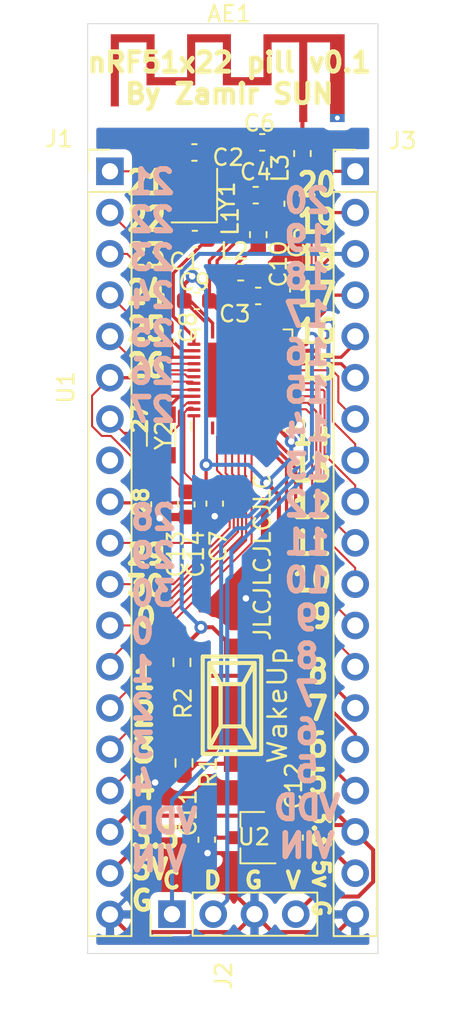
<source format=kicad_pcb>
(kicad_pcb (version 20171130) (host pcbnew 5.1.9-1.fc33)

  (general
    (thickness 1.6)
    (drawings 20)
    (tracks 407)
    (zones 0)
    (modules 28)
    (nets 47)
  )

  (page A4)
  (layers
    (0 F.Cu signal)
    (31 B.Cu signal)
    (32 B.Adhes user)
    (33 F.Adhes user)
    (34 B.Paste user)
    (35 F.Paste user)
    (36 B.SilkS user)
    (37 F.SilkS user)
    (38 B.Mask user)
    (39 F.Mask user)
    (40 Dwgs.User user)
    (41 Cmts.User user)
    (42 Eco1.User user)
    (43 Eco2.User user)
    (44 Edge.Cuts user)
    (45 Margin user)
    (46 B.CrtYd user)
    (47 F.CrtYd user)
    (48 B.Fab user)
    (49 F.Fab user)
  )

  (setup
    (last_trace_width 0.25)
    (user_trace_width 0.127)
    (user_trace_width 0.2)
    (trace_clearance 0.127)
    (zone_clearance 0.508)
    (zone_45_only no)
    (trace_min 0.127)
    (via_size 0.8)
    (via_drill 0.4)
    (via_min_size 0.254)
    (via_min_drill 0.3)
    (uvia_size 0.3)
    (uvia_drill 0.1)
    (uvias_allowed no)
    (uvia_min_size 0.254)
    (uvia_min_drill 0.1)
    (edge_width 0.05)
    (segment_width 0.2)
    (pcb_text_width 0.3)
    (pcb_text_size 1.5 1.5)
    (mod_edge_width 0.12)
    (mod_text_size 1 1)
    (mod_text_width 0.15)
    (pad_size 1.7 1.7)
    (pad_drill 1)
    (pad_to_mask_clearance 0)
    (aux_axis_origin 0 0)
    (grid_origin 35.7505 55.6895)
    (visible_elements FFFFFF7F)
    (pcbplotparams
      (layerselection 0x010fc_ffffffff)
      (usegerberextensions false)
      (usegerberattributes false)
      (usegerberadvancedattributes false)
      (creategerberjobfile false)
      (excludeedgelayer true)
      (linewidth 0.100000)
      (plotframeref false)
      (viasonmask false)
      (mode 1)
      (useauxorigin false)
      (hpglpennumber 1)
      (hpglpenspeed 20)
      (hpglpendiameter 15.000000)
      (psnegative false)
      (psa4output false)
      (plotreference true)
      (plotvalue true)
      (plotinvisibletext false)
      (padsonsilk false)
      (subtractmaskfromsilk false)
      (outputformat 1)
      (mirror false)
      (drillshape 0)
      (scaleselection 1)
      (outputdirectory "gerber/"))
  )

  (net 0 "")
  (net 1 GND)
  (net 2 "Net-(AE1-Pad1)")
  (net 3 "Net-(C1-Pad2)")
  (net 4 "Net-(C2-Pad2)")
  (net 5 /VDD_PA)
  (net 6 "Net-(C4-Pad2)")
  (net 7 "Net-(C5-Pad1)")
  (net 8 VDD)
  (net 9 "Net-(C8-Pad2)")
  (net 10 "Net-(C10-Pad2)")
  (net 11 /VIN)
  (net 12 /P0.26)
  (net 13 /P0.27)
  (net 14 /P0.5)
  (net 15 /P0.4)
  (net 16 /P0.3)
  (net 17 /P0.2)
  (net 18 /P0.1)
  (net 19 /P0.0)
  (net 20 /P0.30)
  (net 21 /P0.29)
  (net 22 /P0.28)
  (net 23 /P0.25)
  (net 24 /P0.24)
  (net 25 /P0.23)
  (net 26 /P0.22)
  (net 27 /P0.21)
  (net 28 /SWDIO)
  (net 29 /SWCLK)
  (net 30 /P0.6)
  (net 31 /P0.7)
  (net 32 /P0.8)
  (net 33 /P0.9)
  (net 34 /P0.10)
  (net 35 /P0.11)
  (net 36 /P0.12)
  (net 37 /P0.13)
  (net 38 /P0.14)
  (net 39 /P0.15)
  (net 40 /P0.16)
  (net 41 /P0.17)
  (net 42 /P0.18)
  (net 43 /P0.19)
  (net 44 /P0.20)
  (net 45 "Net-(L1-Pad1)")
  (net 46 "Net-(R1-Pad1)")

  (net_class Default "This is the default net class."
    (clearance 0.127)
    (trace_width 0.25)
    (via_dia 0.8)
    (via_drill 0.4)
    (uvia_dia 0.3)
    (uvia_drill 0.1)
    (add_net /P0.0)
    (add_net /P0.1)
    (add_net /P0.10)
    (add_net /P0.11)
    (add_net /P0.12)
    (add_net /P0.13)
    (add_net /P0.14)
    (add_net /P0.15)
    (add_net /P0.16)
    (add_net /P0.17)
    (add_net /P0.18)
    (add_net /P0.19)
    (add_net /P0.2)
    (add_net /P0.20)
    (add_net /P0.21)
    (add_net /P0.22)
    (add_net /P0.23)
    (add_net /P0.24)
    (add_net /P0.25)
    (add_net /P0.26)
    (add_net /P0.27)
    (add_net /P0.28)
    (add_net /P0.29)
    (add_net /P0.3)
    (add_net /P0.30)
    (add_net /P0.4)
    (add_net /P0.5)
    (add_net /P0.6)
    (add_net /P0.7)
    (add_net /P0.8)
    (add_net /P0.9)
    (add_net /SWCLK)
    (add_net /SWDIO)
    (add_net /VDD_PA)
    (add_net /VIN)
    (add_net GND)
    (add_net "Net-(AE1-Pad1)")
    (add_net "Net-(C1-Pad2)")
    (add_net "Net-(C10-Pad2)")
    (add_net "Net-(C2-Pad2)")
    (add_net "Net-(C4-Pad2)")
    (add_net "Net-(C5-Pad1)")
    (add_net "Net-(C8-Pad2)")
    (add_net "Net-(L1-Pad1)")
    (add_net "Net-(R1-Pad1)")
    (add_net VDD)
  )

  (module w_switch:smd_push (layer F.Cu) (tedit 0) (tstamp 6086C2D1)
    (at 36.16276 62.518341 90)
    (descr "SMD Pushbutton")
    (path /6086EFFF)
    (autoplace_cost180 10)
    (fp_text reference SW1 (at 0 -2.70002 90) (layer F.Fab)
      (effects (font (size 1.143 1.27) (thickness 0.1524)))
    )
    (fp_text value WakeUp (at 0 2.79908 90) (layer F.SilkS)
      (effects (font (size 1.143 1.27) (thickness 0.1524)))
    )
    (fp_line (start 1.30048 -0.70104) (end 2.60096 -1.39954) (layer F.SilkS) (width 0.254))
    (fp_line (start 1.30048 0.70104) (end 2.60096 1.39954) (layer F.SilkS) (width 0.254))
    (fp_line (start -1.30048 0.70104) (end -2.60096 1.39954) (layer F.SilkS) (width 0.254))
    (fp_line (start -2.60096 -1.39954) (end -1.30048 -0.70104) (layer F.SilkS) (width 0.254))
    (fp_line (start -2.60096 -1.39954) (end 2.60096 -1.39954) (layer F.SilkS) (width 0.254))
    (fp_line (start 2.60096 -1.39954) (end 2.60096 1.39954) (layer F.SilkS) (width 0.254))
    (fp_line (start 2.60096 1.39954) (end -2.60096 1.39954) (layer F.SilkS) (width 0.254))
    (fp_line (start -2.60096 1.39954) (end -2.60096 -1.39954) (layer F.SilkS) (width 0.254))
    (fp_line (start -1.30048 -0.70104) (end 1.30048 -0.70104) (layer F.SilkS) (width 0.254))
    (fp_line (start 1.30048 -0.70104) (end 1.30048 0.70104) (layer F.SilkS) (width 0.254))
    (fp_line (start 1.30048 0.70104) (end -1.30048 0.70104) (layer F.SilkS) (width 0.254))
    (fp_line (start -1.30048 0.70104) (end -1.30048 -0.70104) (layer F.SilkS) (width 0.254))
    (fp_line (start -2.99974 -1.80086) (end 2.99974 -1.80086) (layer F.SilkS) (width 0.254))
    (fp_line (start 2.99974 -1.80086) (end 2.99974 1.80086) (layer F.SilkS) (width 0.254))
    (fp_line (start 2.99974 1.80086) (end -2.99974 1.80086) (layer F.SilkS) (width 0.254))
    (fp_line (start -2.99974 1.80086) (end -2.99974 -1.80086) (layer F.SilkS) (width 0.254))
    (pad 2 smd rect (at 3.59918 0 90) (size 1.00076 1.00076) (layers F.Cu F.Paste F.Mask)
      (net 42 /P0.18))
    (pad 1 smd rect (at -3.59918 0 90) (size 1.00076 1.00076) (layers F.Cu F.Paste F.Mask)
      (net 46 "Net-(R1-Pad1)"))
    (model walter/switch/smd_push.wrl
      (at (xyz 0 0 0))
      (scale (xyz 1 1 1))
      (rotate (xyz 0 0 0))
    )
  )

  (module Resistor_SMD:R_0603_1608Metric (layer F.Cu) (tedit 5F68FEEE) (tstamp 6086C2BB)
    (at 33.0835 59.8805 90)
    (descr "Resistor SMD 0603 (1608 Metric), square (rectangular) end terminal, IPC_7351 nominal, (Body size source: IPC-SM-782 page 72, https://www.pcb-3d.com/wordpress/wp-content/uploads/ipc-sm-782a_amendment_1_and_2.pdf), generated with kicad-footprint-generator")
    (tags resistor)
    (path /6087931F)
    (attr smd)
    (fp_text reference R2 (at -2.5146 0.0762 90) (layer F.SilkS)
      (effects (font (size 1 1) (thickness 0.15)))
    )
    (fp_text value 10k (at 0 1.43 90) (layer F.Fab)
      (effects (font (size 1 1) (thickness 0.15)))
    )
    (fp_line (start -0.8 0.4125) (end -0.8 -0.4125) (layer F.Fab) (width 0.1))
    (fp_line (start -0.8 -0.4125) (end 0.8 -0.4125) (layer F.Fab) (width 0.1))
    (fp_line (start 0.8 -0.4125) (end 0.8 0.4125) (layer F.Fab) (width 0.1))
    (fp_line (start 0.8 0.4125) (end -0.8 0.4125) (layer F.Fab) (width 0.1))
    (fp_line (start -0.237258 -0.5225) (end 0.237258 -0.5225) (layer F.SilkS) (width 0.12))
    (fp_line (start -0.237258 0.5225) (end 0.237258 0.5225) (layer F.SilkS) (width 0.12))
    (fp_line (start -1.48 0.73) (end -1.48 -0.73) (layer F.CrtYd) (width 0.05))
    (fp_line (start -1.48 -0.73) (end 1.48 -0.73) (layer F.CrtYd) (width 0.05))
    (fp_line (start 1.48 -0.73) (end 1.48 0.73) (layer F.CrtYd) (width 0.05))
    (fp_line (start 1.48 0.73) (end -1.48 0.73) (layer F.CrtYd) (width 0.05))
    (fp_text user %R (at 0 0 90) (layer F.Fab)
      (effects (font (size 0.4 0.4) (thickness 0.06)))
    )
    (pad 2 smd roundrect (at 0.825 0 90) (size 0.8 0.95) (layers F.Cu F.Paste F.Mask) (roundrect_rratio 0.25)
      (net 42 /P0.18))
    (pad 1 smd roundrect (at -0.825 0 90) (size 0.8 0.95) (layers F.Cu F.Paste F.Mask) (roundrect_rratio 0.25)
      (net 8 VDD))
    (model ${KISYS3DMOD}/Resistor_SMD.3dshapes/R_0603_1608Metric.wrl
      (at (xyz 0 0 0))
      (scale (xyz 1 1 1))
      (rotate (xyz 0 0 0))
    )
  )

  (module Resistor_SMD:R_0603_1608Metric (layer F.Cu) (tedit 5F68FEEE) (tstamp 6086C2AA)
    (at 33.2105 66.0659 90)
    (descr "Resistor SMD 0603 (1608 Metric), square (rectangular) end terminal, IPC_7351 nominal, (Body size source: IPC-SM-782 page 72, https://www.pcb-3d.com/wordpress/wp-content/uploads/ipc-sm-782a_amendment_1_and_2.pdf), generated with kicad-footprint-generator")
    (tags resistor)
    (path /60874A96)
    (attr smd)
    (fp_text reference R1 (at -0.571 1.4986 90) (layer F.SilkS)
      (effects (font (size 1 1) (thickness 0.15)))
    )
    (fp_text value 10k (at 0 1.43 90) (layer F.Fab)
      (effects (font (size 1 1) (thickness 0.15)))
    )
    (fp_line (start -0.8 0.4125) (end -0.8 -0.4125) (layer F.Fab) (width 0.1))
    (fp_line (start -0.8 -0.4125) (end 0.8 -0.4125) (layer F.Fab) (width 0.1))
    (fp_line (start 0.8 -0.4125) (end 0.8 0.4125) (layer F.Fab) (width 0.1))
    (fp_line (start 0.8 0.4125) (end -0.8 0.4125) (layer F.Fab) (width 0.1))
    (fp_line (start -0.237258 -0.5225) (end 0.237258 -0.5225) (layer F.SilkS) (width 0.12))
    (fp_line (start -0.237258 0.5225) (end 0.237258 0.5225) (layer F.SilkS) (width 0.12))
    (fp_line (start -1.48 0.73) (end -1.48 -0.73) (layer F.CrtYd) (width 0.05))
    (fp_line (start -1.48 -0.73) (end 1.48 -0.73) (layer F.CrtYd) (width 0.05))
    (fp_line (start 1.48 -0.73) (end 1.48 0.73) (layer F.CrtYd) (width 0.05))
    (fp_line (start 1.48 0.73) (end -1.48 0.73) (layer F.CrtYd) (width 0.05))
    (fp_text user %R (at 0 0 90) (layer F.Fab)
      (effects (font (size 0.4 0.4) (thickness 0.06)))
    )
    (pad 2 smd roundrect (at 0.825 0 90) (size 0.8 0.95) (layers F.Cu F.Paste F.Mask) (roundrect_rratio 0.25)
      (net 1 GND))
    (pad 1 smd roundrect (at -0.825 0 90) (size 0.8 0.95) (layers F.Cu F.Paste F.Mask) (roundrect_rratio 0.25)
      (net 46 "Net-(R1-Pad1)"))
    (model ${KISYS3DMOD}/Resistor_SMD.3dshapes/R_0603_1608Metric.wrl
      (at (xyz 0 0 0))
      (scale (xyz 1 1 1))
      (rotate (xyz 0 0 0))
    )
  )

  (module Connector_PinHeader_2.54mm:PinHeader_1x19_P2.54mm_Vertical (layer F.Cu) (tedit 59FED5CC) (tstamp 6085CD40)
    (at 43.7505 29.6695)
    (descr "Through hole straight pin header, 1x19, 2.54mm pitch, single row")
    (tags "Through hole pin header THT 1x19 2.54mm single row")
    (path /609C3BAD)
    (fp_text reference J3 (at 2.922 -1.8692) (layer F.SilkS)
      (effects (font (size 1 1) (thickness 0.15)))
    )
    (fp_text value Conn_01x19_Male (at 0 48.05) (layer F.Fab)
      (effects (font (size 1 1) (thickness 0.15)))
    )
    (fp_line (start 1.8 -1.8) (end -1.8 -1.8) (layer F.CrtYd) (width 0.05))
    (fp_line (start 1.8 47.5) (end 1.8 -1.8) (layer F.CrtYd) (width 0.05))
    (fp_line (start -1.8 47.5) (end 1.8 47.5) (layer F.CrtYd) (width 0.05))
    (fp_line (start -1.8 -1.8) (end -1.8 47.5) (layer F.CrtYd) (width 0.05))
    (fp_line (start -1.33 -1.33) (end 0 -1.33) (layer F.SilkS) (width 0.12))
    (fp_line (start -1.33 0) (end -1.33 -1.33) (layer F.SilkS) (width 0.12))
    (fp_line (start -1.33 1.27) (end 1.33 1.27) (layer F.SilkS) (width 0.12))
    (fp_line (start 1.33 1.27) (end 1.33 47.05) (layer F.SilkS) (width 0.12))
    (fp_line (start -1.33 1.27) (end -1.33 47.05) (layer F.SilkS) (width 0.12))
    (fp_line (start -1.33 47.05) (end 1.33 47.05) (layer F.SilkS) (width 0.12))
    (fp_line (start -1.27 -0.635) (end -0.635 -1.27) (layer F.Fab) (width 0.1))
    (fp_line (start -1.27 46.99) (end -1.27 -0.635) (layer F.Fab) (width 0.1))
    (fp_line (start 1.27 46.99) (end -1.27 46.99) (layer F.Fab) (width 0.1))
    (fp_line (start 1.27 -1.27) (end 1.27 46.99) (layer F.Fab) (width 0.1))
    (fp_line (start -0.635 -1.27) (end 1.27 -1.27) (layer F.Fab) (width 0.1))
    (fp_text user %R (at 0 22.86 90) (layer F.Fab)
      (effects (font (size 1 1) (thickness 0.15)))
    )
    (pad 19 thru_hole oval (at 0 45.72) (size 1.7 1.7) (drill 1) (layers *.Cu *.Mask)
      (net 1 GND))
    (pad 18 thru_hole oval (at 0 43.18) (size 1.7 1.7) (drill 1) (layers *.Cu *.Mask)
      (net 11 /VIN))
    (pad 17 thru_hole oval (at 0 40.64) (size 1.7 1.7) (drill 1) (layers *.Cu *.Mask)
      (net 8 VDD))
    (pad 16 thru_hole oval (at 0 38.1) (size 1.7 1.7) (drill 1) (layers *.Cu *.Mask)
      (net 14 /P0.5))
    (pad 15 thru_hole oval (at 0 35.56) (size 1.7 1.7) (drill 1) (layers *.Cu *.Mask)
      (net 30 /P0.6))
    (pad 14 thru_hole oval (at 0 33.02) (size 1.7 1.7) (drill 1) (layers *.Cu *.Mask)
      (net 31 /P0.7))
    (pad 13 thru_hole oval (at 0 30.48) (size 1.7 1.7) (drill 1) (layers *.Cu *.Mask)
      (net 32 /P0.8))
    (pad 12 thru_hole oval (at 0 27.94) (size 1.7 1.7) (drill 1) (layers *.Cu *.Mask)
      (net 33 /P0.9))
    (pad 11 thru_hole oval (at 0 25.4) (size 1.7 1.7) (drill 1) (layers *.Cu *.Mask)
      (net 34 /P0.10))
    (pad 10 thru_hole oval (at 0 22.86) (size 1.7 1.7) (drill 1) (layers *.Cu *.Mask)
      (net 35 /P0.11))
    (pad 9 thru_hole oval (at 0 20.32) (size 1.7 1.7) (drill 1) (layers *.Cu *.Mask)
      (net 36 /P0.12))
    (pad 8 thru_hole oval (at 0 17.78) (size 1.7 1.7) (drill 1) (layers *.Cu *.Mask)
      (net 37 /P0.13))
    (pad 7 thru_hole oval (at 0 15.24) (size 1.7 1.7) (drill 1) (layers *.Cu *.Mask)
      (net 38 /P0.14))
    (pad 6 thru_hole oval (at 0 12.7) (size 1.7 1.7) (drill 1) (layers *.Cu *.Mask)
      (net 39 /P0.15))
    (pad 5 thru_hole oval (at 0 10.16) (size 1.7 1.7) (drill 1) (layers *.Cu *.Mask)
      (net 40 /P0.16))
    (pad 4 thru_hole oval (at 0 7.62) (size 1.7 1.7) (drill 1) (layers *.Cu *.Mask)
      (net 41 /P0.17))
    (pad 3 thru_hole oval (at 0 5.08) (size 1.7 1.7) (drill 1) (layers *.Cu *.Mask)
      (net 42 /P0.18))
    (pad 2 thru_hole oval (at 0 2.54) (size 1.7 1.7) (drill 1) (layers *.Cu *.Mask)
      (net 43 /P0.19))
    (pad 1 thru_hole rect (at 0 0) (size 1.7 1.7) (drill 1) (layers *.Cu *.Mask)
      (net 44 /P0.20))
    (model ${KISYS3DMOD}/Connector_PinHeader_2.54mm.3dshapes/PinHeader_1x19_P2.54mm_Vertical.wrl
      (at (xyz 0 0 0))
      (scale (xyz 1 1 1))
      (rotate (xyz 0 0 0))
    )
  )

  (module Connector_PinHeader_2.54mm:PinHeader_1x04_P2.54mm_Vertical (layer F.Cu) (tedit 59FED5CC) (tstamp 6085CD19)
    (at 32.4705 75.3695 90)
    (descr "Through hole straight pin header, 1x04, 2.54mm pitch, single row")
    (tags "Through hole pin header THT 1x04 2.54mm single row")
    (path /609CEBCB)
    (fp_text reference J2 (at -3.7896 3.1784 90) (layer F.SilkS)
      (effects (font (size 1 1) (thickness 0.15)))
    )
    (fp_text value Conn_01x04_Male (at 0 9.95 90) (layer F.Fab)
      (effects (font (size 1 1) (thickness 0.15)))
    )
    (fp_line (start 1.8 -1.8) (end -1.8 -1.8) (layer F.CrtYd) (width 0.05))
    (fp_line (start 1.8 9.4) (end 1.8 -1.8) (layer F.CrtYd) (width 0.05))
    (fp_line (start -1.8 9.4) (end 1.8 9.4) (layer F.CrtYd) (width 0.05))
    (fp_line (start -1.8 -1.8) (end -1.8 9.4) (layer F.CrtYd) (width 0.05))
    (fp_line (start -1.33 -1.33) (end 0 -1.33) (layer F.SilkS) (width 0.12))
    (fp_line (start -1.33 0) (end -1.33 -1.33) (layer F.SilkS) (width 0.12))
    (fp_line (start -1.33 1.27) (end 1.33 1.27) (layer F.SilkS) (width 0.12))
    (fp_line (start 1.33 1.27) (end 1.33 8.95) (layer F.SilkS) (width 0.12))
    (fp_line (start -1.33 1.27) (end -1.33 8.95) (layer F.SilkS) (width 0.12))
    (fp_line (start -1.33 8.95) (end 1.33 8.95) (layer F.SilkS) (width 0.12))
    (fp_line (start -1.27 -0.635) (end -0.635 -1.27) (layer F.Fab) (width 0.1))
    (fp_line (start -1.27 8.89) (end -1.27 -0.635) (layer F.Fab) (width 0.1))
    (fp_line (start 1.27 8.89) (end -1.27 8.89) (layer F.Fab) (width 0.1))
    (fp_line (start 1.27 -1.27) (end 1.27 8.89) (layer F.Fab) (width 0.1))
    (fp_line (start -0.635 -1.27) (end 1.27 -1.27) (layer F.Fab) (width 0.1))
    (fp_text user %R (at 0 3.81) (layer F.Fab)
      (effects (font (size 1 1) (thickness 0.15)))
    )
    (pad 4 thru_hole oval (at 0 7.62 90) (size 1.7 1.7) (drill 1) (layers *.Cu *.Mask)
      (net 8 VDD))
    (pad 3 thru_hole oval (at 0 5.08 90) (size 1.7 1.7) (drill 1) (layers *.Cu *.Mask)
      (net 1 GND))
    (pad 2 thru_hole oval (at 0 2.54 90) (size 1.7 1.7) (drill 1) (layers *.Cu *.Mask)
      (net 28 /SWDIO))
    (pad 1 thru_hole rect (at 0 0 90) (size 1.7 1.7) (drill 1) (layers *.Cu *.Mask)
      (net 29 /SWCLK))
    (model ${KISYS3DMOD}/Connector_PinHeader_2.54mm.3dshapes/PinHeader_1x04_P2.54mm_Vertical.wrl
      (at (xyz 0 0 0))
      (scale (xyz 1 1 1))
      (rotate (xyz 0 0 0))
    )
  )

  (module Connector_PinHeader_2.54mm:PinHeader_1x19_P2.54mm_Vertical (layer F.Cu) (tedit 59FED5CC) (tstamp 6085CD01)
    (at 28.6505 29.6695)
    (descr "Through hole straight pin header, 1x19, 2.54mm pitch, single row")
    (tags "Through hole pin header THT 1x19 2.54mm single row")
    (path /609BB84F)
    (fp_text reference J1 (at -3.1362 -1.9962) (layer F.SilkS)
      (effects (font (size 1 1) (thickness 0.15)))
    )
    (fp_text value Conn_01x19_Male (at 0 48.05) (layer F.Fab)
      (effects (font (size 1 1) (thickness 0.15)))
    )
    (fp_line (start 1.8 -1.8) (end -1.8 -1.8) (layer F.CrtYd) (width 0.05))
    (fp_line (start 1.8 47.5) (end 1.8 -1.8) (layer F.CrtYd) (width 0.05))
    (fp_line (start -1.8 47.5) (end 1.8 47.5) (layer F.CrtYd) (width 0.05))
    (fp_line (start -1.8 -1.8) (end -1.8 47.5) (layer F.CrtYd) (width 0.05))
    (fp_line (start -1.33 -1.33) (end 0 -1.33) (layer F.SilkS) (width 0.12))
    (fp_line (start -1.33 0) (end -1.33 -1.33) (layer F.SilkS) (width 0.12))
    (fp_line (start -1.33 1.27) (end 1.33 1.27) (layer F.SilkS) (width 0.12))
    (fp_line (start 1.33 1.27) (end 1.33 47.05) (layer F.SilkS) (width 0.12))
    (fp_line (start -1.33 1.27) (end -1.33 47.05) (layer F.SilkS) (width 0.12))
    (fp_line (start -1.33 47.05) (end 1.33 47.05) (layer F.SilkS) (width 0.12))
    (fp_line (start -1.27 -0.635) (end -0.635 -1.27) (layer F.Fab) (width 0.1))
    (fp_line (start -1.27 46.99) (end -1.27 -0.635) (layer F.Fab) (width 0.1))
    (fp_line (start 1.27 46.99) (end -1.27 46.99) (layer F.Fab) (width 0.1))
    (fp_line (start 1.27 -1.27) (end 1.27 46.99) (layer F.Fab) (width 0.1))
    (fp_line (start -0.635 -1.27) (end 1.27 -1.27) (layer F.Fab) (width 0.1))
    (fp_text user %R (at 0 22.86 90) (layer F.Fab)
      (effects (font (size 1 1) (thickness 0.15)))
    )
    (pad 19 thru_hole oval (at 0 45.72) (size 1.7 1.7) (drill 1) (layers *.Cu *.Mask)
      (net 1 GND))
    (pad 18 thru_hole oval (at 0 43.18) (size 1.7 1.7) (drill 1) (layers *.Cu *.Mask)
      (net 11 /VIN))
    (pad 17 thru_hole oval (at 0 40.64) (size 1.7 1.7) (drill 1) (layers *.Cu *.Mask)
      (net 8 VDD))
    (pad 16 thru_hole oval (at 0 38.1) (size 1.7 1.7) (drill 1) (layers *.Cu *.Mask)
      (net 15 /P0.4))
    (pad 15 thru_hole oval (at 0 35.56) (size 1.7 1.7) (drill 1) (layers *.Cu *.Mask)
      (net 16 /P0.3))
    (pad 14 thru_hole oval (at 0 33.02) (size 1.7 1.7) (drill 1) (layers *.Cu *.Mask)
      (net 17 /P0.2))
    (pad 13 thru_hole oval (at 0 30.48) (size 1.7 1.7) (drill 1) (layers *.Cu *.Mask)
      (net 18 /P0.1))
    (pad 12 thru_hole oval (at 0 27.94) (size 1.7 1.7) (drill 1) (layers *.Cu *.Mask)
      (net 19 /P0.0))
    (pad 11 thru_hole oval (at 0 25.4) (size 1.7 1.7) (drill 1) (layers *.Cu *.Mask)
      (net 20 /P0.30))
    (pad 10 thru_hole oval (at 0 22.86) (size 1.7 1.7) (drill 1) (layers *.Cu *.Mask)
      (net 21 /P0.29))
    (pad 9 thru_hole oval (at 0 20.32) (size 1.7 1.7) (drill 1) (layers *.Cu *.Mask)
      (net 22 /P0.28))
    (pad 8 thru_hole oval (at 0 17.78) (size 1.7 1.7) (drill 1) (layers *.Cu *.Mask))
    (pad 7 thru_hole oval (at 0 15.24) (size 1.7 1.7) (drill 1) (layers *.Cu *.Mask)
      (net 13 /P0.27))
    (pad 6 thru_hole oval (at 0 12.7) (size 1.7 1.7) (drill 1) (layers *.Cu *.Mask)
      (net 12 /P0.26))
    (pad 5 thru_hole oval (at 0 10.16) (size 1.7 1.7) (drill 1) (layers *.Cu *.Mask)
      (net 23 /P0.25))
    (pad 4 thru_hole oval (at 0 7.62) (size 1.7 1.7) (drill 1) (layers *.Cu *.Mask)
      (net 24 /P0.24))
    (pad 3 thru_hole oval (at 0 5.08) (size 1.7 1.7) (drill 1) (layers *.Cu *.Mask)
      (net 25 /P0.23))
    (pad 2 thru_hole oval (at 0 2.54) (size 1.7 1.7) (drill 1) (layers *.Cu *.Mask)
      (net 26 /P0.22))
    (pad 1 thru_hole rect (at 0 0) (size 1.7 1.7) (drill 1) (layers *.Cu *.Mask)
      (net 27 /P0.21))
    (model ${KISYS3DMOD}/Connector_PinHeader_2.54mm.3dshapes/PinHeader_1x19_P2.54mm_Vertical.wrl
      (at (xyz 0 0 0))
      (scale (xyz 1 1 1))
      (rotate (xyz 0 0 0))
    )
  )

  (module Capacitor_SMD:C_0603_1608Metric (layer F.Cu) (tedit 5F68FEEE) (tstamp 6085CC52)
    (at 38.0255 27.8895)
    (descr "Capacitor SMD 0603 (1608 Metric), square (rectangular) end terminal, IPC_7351 nominal, (Body size source: IPC-SM-782 page 76, https://www.pcb-3d.com/wordpress/wp-content/uploads/ipc-sm-782a_amendment_1_and_2.pdf), generated with kicad-footprint-generator")
    (tags capacitor)
    (path /60878758)
    (attr smd)
    (fp_text reference C6 (at -0.1668 -1.1814) (layer F.SilkS)
      (effects (font (size 1 1) (thickness 0.15)))
    )
    (fp_text value 1.5pF (at 0 1.43) (layer F.Fab)
      (effects (font (size 1 1) (thickness 0.15)))
    )
    (fp_line (start 1.48 0.73) (end -1.48 0.73) (layer F.CrtYd) (width 0.05))
    (fp_line (start 1.48 -0.73) (end 1.48 0.73) (layer F.CrtYd) (width 0.05))
    (fp_line (start -1.48 -0.73) (end 1.48 -0.73) (layer F.CrtYd) (width 0.05))
    (fp_line (start -1.48 0.73) (end -1.48 -0.73) (layer F.CrtYd) (width 0.05))
    (fp_line (start -0.14058 0.51) (end 0.14058 0.51) (layer F.SilkS) (width 0.12))
    (fp_line (start -0.14058 -0.51) (end 0.14058 -0.51) (layer F.SilkS) (width 0.12))
    (fp_line (start 0.8 0.4) (end -0.8 0.4) (layer F.Fab) (width 0.1))
    (fp_line (start 0.8 -0.4) (end 0.8 0.4) (layer F.Fab) (width 0.1))
    (fp_line (start -0.8 -0.4) (end 0.8 -0.4) (layer F.Fab) (width 0.1))
    (fp_line (start -0.8 0.4) (end -0.8 -0.4) (layer F.Fab) (width 0.1))
    (fp_text user %R (at 0 0) (layer F.Fab)
      (effects (font (size 0.4 0.4) (thickness 0.06)))
    )
    (pad 2 smd roundrect (at 0.775 0) (size 0.9 0.95) (layers F.Cu F.Paste F.Mask) (roundrect_rratio 0.25)
      (net 2 "Net-(AE1-Pad1)"))
    (pad 1 smd roundrect (at -0.775 0) (size 0.9 0.95) (layers F.Cu F.Paste F.Mask) (roundrect_rratio 0.25)
      (net 1 GND))
    (model ${KISYS3DMOD}/Capacitor_SMD.3dshapes/C_0603_1608Metric.wrl
      (at (xyz 0 0 0))
      (scale (xyz 1 1 1))
      (rotate (xyz 0 0 0))
    )
  )

  (module Crystal:Crystal_SMD_3215-2Pin_3.2x1.5mm (layer F.Cu) (tedit 5A0FD1B2) (tstamp 6085CE00)
    (at 31.8005 45.8895 90)
    (descr "SMD Crystal FC-135 https://support.epson.biz/td/api/doc_check.php?dl=brief_FC-135R_en.pdf")
    (tags "SMD SMT Crystal")
    (path /608C72D5)
    (attr smd)
    (fp_text reference Y2 (at -0.021 0.1654 90) (layer F.SilkS)
      (effects (font (size 1 1) (thickness 0.15)))
    )
    (fp_text value 32.768KHz (at 0 2 90) (layer F.Fab)
      (effects (font (size 1 1) (thickness 0.15)))
    )
    (fp_line (start 2 -1.15) (end 2 1.15) (layer F.CrtYd) (width 0.05))
    (fp_line (start -2 -1.15) (end -2 1.15) (layer F.CrtYd) (width 0.05))
    (fp_line (start -2 1.15) (end 2 1.15) (layer F.CrtYd) (width 0.05))
    (fp_line (start -1.6 0.75) (end 1.6 0.75) (layer F.Fab) (width 0.1))
    (fp_line (start -1.6 -0.75) (end 1.6 -0.75) (layer F.Fab) (width 0.1))
    (fp_line (start 1.6 -0.75) (end 1.6 0.75) (layer F.Fab) (width 0.1))
    (fp_line (start -0.675 -0.875) (end 0.675 -0.875) (layer F.SilkS) (width 0.12))
    (fp_line (start -0.675 0.875) (end 0.675 0.875) (layer F.SilkS) (width 0.12))
    (fp_line (start -1.6 -0.75) (end -1.6 0.75) (layer F.Fab) (width 0.1))
    (fp_line (start -2 -1.15) (end 2 -1.15) (layer F.CrtYd) (width 0.05))
    (fp_text user %R (at 0 -2 90) (layer F.Fab)
      (effects (font (size 1 1) (thickness 0.15)))
    )
    (pad 2 smd rect (at -1.25 0 90) (size 1 1.8) (layers F.Cu F.Paste F.Mask)
      (net 13 /P0.27))
    (pad 1 smd rect (at 1.25 0 90) (size 1 1.8) (layers F.Cu F.Paste F.Mask)
      (net 12 /P0.26))
    (model ${KISYS3DMOD}/Crystal.3dshapes/Crystal_SMD_3215-2Pin_3.2x1.5mm.wrl
      (at (xyz 0 0 0))
      (scale (xyz 1 1 1))
      (rotate (xyz 0 0 0))
    )
  )

  (module Crystal:Crystal_SMD_2520-4Pin_2.5x2.0mm (layer F.Cu) (tedit 5A0FD1B2) (tstamp 60860CBA)
    (at 33.8505 31.1645 90)
    (descr "SMD Crystal SERIES SMD2520/4 http://www.newxtal.com/UploadFiles/Images/2012-11-12-09-29-09-776.pdf, 2.5x2.0mm^2 package")
    (tags "SMD SMT crystal")
    (path /6088BF79)
    (attr smd)
    (fp_text reference Y1 (at -0.0394 1.9762 90) (layer F.SilkS)
      (effects (font (size 1 1) (thickness 0.15)))
    )
    (fp_text value 16M (at 0 2.2 90) (layer F.Fab)
      (effects (font (size 1 1) (thickness 0.15)))
    )
    (fp_line (start 1.7 -1.5) (end -1.7 -1.5) (layer F.CrtYd) (width 0.05))
    (fp_line (start 1.7 1.5) (end 1.7 -1.5) (layer F.CrtYd) (width 0.05))
    (fp_line (start -1.7 1.5) (end 1.7 1.5) (layer F.CrtYd) (width 0.05))
    (fp_line (start -1.7 -1.5) (end -1.7 1.5) (layer F.CrtYd) (width 0.05))
    (fp_line (start -1.65 1.4) (end 1.65 1.4) (layer F.SilkS) (width 0.12))
    (fp_line (start -1.65 -1.4) (end -1.65 1.4) (layer F.SilkS) (width 0.12))
    (fp_line (start -1.25 0) (end -0.25 1) (layer F.Fab) (width 0.1))
    (fp_line (start -1.25 -0.9) (end -1.15 -1) (layer F.Fab) (width 0.1))
    (fp_line (start -1.25 0.9) (end -1.25 -0.9) (layer F.Fab) (width 0.1))
    (fp_line (start -1.15 1) (end -1.25 0.9) (layer F.Fab) (width 0.1))
    (fp_line (start 1.15 1) (end -1.15 1) (layer F.Fab) (width 0.1))
    (fp_line (start 1.25 0.9) (end 1.15 1) (layer F.Fab) (width 0.1))
    (fp_line (start 1.25 -0.9) (end 1.25 0.9) (layer F.Fab) (width 0.1))
    (fp_line (start 1.15 -1) (end 1.25 -0.9) (layer F.Fab) (width 0.1))
    (fp_line (start -1.15 -1) (end 1.15 -1) (layer F.Fab) (width 0.1))
    (fp_text user %R (at 0 0 90) (layer F.Fab)
      (effects (font (size 0.6 0.6) (thickness 0.09)))
    )
    (pad 4 smd rect (at -0.875 -0.7 90) (size 1.15 1) (layers F.Cu F.Paste F.Mask)
      (net 1 GND))
    (pad 3 smd rect (at 0.875 -0.7 90) (size 1.15 1) (layers F.Cu F.Paste F.Mask)
      (net 4 "Net-(C2-Pad2)"))
    (pad 2 smd rect (at 0.875 0.7 90) (size 1.15 1) (layers F.Cu F.Paste F.Mask)
      (net 1 GND))
    (pad 1 smd rect (at -0.875 0.7 90) (size 1.15 1) (layers F.Cu F.Paste F.Mask)
      (net 3 "Net-(C1-Pad2)"))
    (model ${KISYS3DMOD}/Crystal.3dshapes/Crystal_SMD_2520-4Pin_2.5x2.0mm.wrl
      (at (xyz 0 0 0))
      (scale (xyz 1 1 1))
      (rotate (xyz 0 0 0))
    )
  )

  (module Package_TO_SOT_SMD:SOT-23 (layer F.Cu) (tedit 5A02FF57) (tstamp 6085CDD7)
    (at 37.4429 70.6653 180)
    (descr "SOT-23, Standard")
    (tags SOT-23)
    (path /6098F965)
    (attr smd)
    (fp_text reference U2 (at -0.0764 0.0488) (layer F.SilkS)
      (effects (font (size 1 1) (thickness 0.15)))
    )
    (fp_text value MCP1700-3302E_SOT23 (at 0 2.5) (layer F.Fab)
      (effects (font (size 1 1) (thickness 0.15)))
    )
    (fp_line (start 0.76 1.58) (end -0.7 1.58) (layer F.SilkS) (width 0.12))
    (fp_line (start 0.76 -1.58) (end -1.4 -1.58) (layer F.SilkS) (width 0.12))
    (fp_line (start -1.7 1.75) (end -1.7 -1.75) (layer F.CrtYd) (width 0.05))
    (fp_line (start 1.7 1.75) (end -1.7 1.75) (layer F.CrtYd) (width 0.05))
    (fp_line (start 1.7 -1.75) (end 1.7 1.75) (layer F.CrtYd) (width 0.05))
    (fp_line (start -1.7 -1.75) (end 1.7 -1.75) (layer F.CrtYd) (width 0.05))
    (fp_line (start 0.76 -1.58) (end 0.76 -0.65) (layer F.SilkS) (width 0.12))
    (fp_line (start 0.76 1.58) (end 0.76 0.65) (layer F.SilkS) (width 0.12))
    (fp_line (start -0.7 1.52) (end 0.7 1.52) (layer F.Fab) (width 0.1))
    (fp_line (start 0.7 -1.52) (end 0.7 1.52) (layer F.Fab) (width 0.1))
    (fp_line (start -0.7 -0.95) (end -0.15 -1.52) (layer F.Fab) (width 0.1))
    (fp_line (start -0.15 -1.52) (end 0.7 -1.52) (layer F.Fab) (width 0.1))
    (fp_line (start -0.7 -0.95) (end -0.7 1.5) (layer F.Fab) (width 0.1))
    (fp_text user %R (at 0 0 90) (layer F.Fab)
      (effects (font (size 0.5 0.5) (thickness 0.075)))
    )
    (pad 3 smd rect (at 1 0 180) (size 0.9 0.8) (layers F.Cu F.Paste F.Mask)
      (net 11 /VIN))
    (pad 2 smd rect (at -1 0.95 180) (size 0.9 0.8) (layers F.Cu F.Paste F.Mask)
      (net 8 VDD))
    (pad 1 smd rect (at -1 -0.95 180) (size 0.9 0.8) (layers F.Cu F.Paste F.Mask)
      (net 1 GND))
    (model ${KISYS3DMOD}/Package_TO_SOT_SMD.3dshapes/SOT-23.wrl
      (at (xyz 0 0 0))
      (scale (xyz 1 1 1))
      (rotate (xyz 0 0 0))
    )
  )

  (module Package_DFN_QFN:QFN-48-1EP_6x6mm_P0.4mm_EP4.6x4.6mm (layer F.Cu) (tedit 5DC5F6A5) (tstamp 6085CDC2)
    (at 36.7705 42.5095 90)
    (descr "QFN, 48 Pin (http://infocenter.nordicsemi.com/pdf/nRF51822_PS_v3.3.pdf#page=67), generated with kicad-footprint-generator ipc_noLead_generator.py")
    (tags "QFN NoLead")
    (path /608437F5)
    (attr smd)
    (fp_text reference U1 (at -0.4546 -10.8244 90) (layer F.SilkS)
      (effects (font (size 1 1) (thickness 0.15)))
    )
    (fp_text value nRF51x22-QFxx (at 0 4.3 90) (layer F.Fab)
      (effects (font (size 1 1) (thickness 0.15)))
    )
    (fp_line (start 3.6 -3.6) (end -3.6 -3.6) (layer F.CrtYd) (width 0.05))
    (fp_line (start 3.6 3.6) (end 3.6 -3.6) (layer F.CrtYd) (width 0.05))
    (fp_line (start -3.6 3.6) (end 3.6 3.6) (layer F.CrtYd) (width 0.05))
    (fp_line (start -3.6 -3.6) (end -3.6 3.6) (layer F.CrtYd) (width 0.05))
    (fp_line (start -3 -2) (end -2 -3) (layer F.Fab) (width 0.1))
    (fp_line (start -3 3) (end -3 -2) (layer F.Fab) (width 0.1))
    (fp_line (start 3 3) (end -3 3) (layer F.Fab) (width 0.1))
    (fp_line (start 3 -3) (end 3 3) (layer F.Fab) (width 0.1))
    (fp_line (start -2 -3) (end 3 -3) (layer F.Fab) (width 0.1))
    (fp_line (start -2.56 -3.11) (end -3.11 -3.11) (layer F.SilkS) (width 0.12))
    (fp_line (start 3.11 3.11) (end 3.11 2.56) (layer F.SilkS) (width 0.12))
    (fp_line (start 2.56 3.11) (end 3.11 3.11) (layer F.SilkS) (width 0.12))
    (fp_line (start -3.11 3.11) (end -3.11 2.56) (layer F.SilkS) (width 0.12))
    (fp_line (start -2.56 3.11) (end -3.11 3.11) (layer F.SilkS) (width 0.12))
    (fp_line (start 3.11 -3.11) (end 3.11 -2.56) (layer F.SilkS) (width 0.12))
    (fp_line (start 2.56 -3.11) (end 3.11 -3.11) (layer F.SilkS) (width 0.12))
    (fp_text user %R (at 0 0 90) (layer F.Fab)
      (effects (font (size 1 1) (thickness 0.15)))
    )
    (pad "" smd roundrect (at 1.53 1.53 90) (size 1.24 1.24) (layers F.Paste) (roundrect_rratio 0.2016129032258064))
    (pad "" smd roundrect (at 1.53 0 90) (size 1.24 1.24) (layers F.Paste) (roundrect_rratio 0.2016129032258064))
    (pad "" smd roundrect (at 1.53 -1.53 90) (size 1.24 1.24) (layers F.Paste) (roundrect_rratio 0.2016129032258064))
    (pad "" smd roundrect (at 0 1.53 90) (size 1.24 1.24) (layers F.Paste) (roundrect_rratio 0.2016129032258064))
    (pad "" smd roundrect (at 0 0 90) (size 1.24 1.24) (layers F.Paste) (roundrect_rratio 0.2016129032258064))
    (pad "" smd roundrect (at 0 -1.53 90) (size 1.24 1.24) (layers F.Paste) (roundrect_rratio 0.2016129032258064))
    (pad "" smd roundrect (at -1.53 1.53 90) (size 1.24 1.24) (layers F.Paste) (roundrect_rratio 0.2016129032258064))
    (pad "" smd roundrect (at -1.53 0 90) (size 1.24 1.24) (layers F.Paste) (roundrect_rratio 0.2016129032258064))
    (pad "" smd roundrect (at -1.53 -1.53 90) (size 1.24 1.24) (layers F.Paste) (roundrect_rratio 0.2016129032258064))
    (pad 49 smd rect (at 0 0 90) (size 4.6 4.6) (layers F.Cu F.Mask)
      (net 1 GND))
    (pad 48 smd roundrect (at -2.2 -2.95 90) (size 0.2 0.8) (layers F.Cu F.Paste F.Mask) (roundrect_rratio 0.25)
      (net 21 /P0.29))
    (pad 47 smd roundrect (at -1.8 -2.95 90) (size 0.2 0.8) (layers F.Cu F.Paste F.Mask) (roundrect_rratio 0.25)
      (net 22 /P0.28))
    (pad 46 smd roundrect (at -1.4 -2.95 90) (size 0.2 0.8) (layers F.Cu F.Paste F.Mask) (roundrect_rratio 0.25)
      (net 13 /P0.27))
    (pad 45 smd roundrect (at -1 -2.95 90) (size 0.2 0.8) (layers F.Cu F.Paste F.Mask) (roundrect_rratio 0.25)
      (net 12 /P0.26))
    (pad 44 smd roundrect (at -0.6 -2.95 90) (size 0.2 0.8) (layers F.Cu F.Paste F.Mask) (roundrect_rratio 0.25)
      (net 23 /P0.25))
    (pad 43 smd roundrect (at -0.2 -2.95 90) (size 0.2 0.8) (layers F.Cu F.Paste F.Mask) (roundrect_rratio 0.25)
      (net 24 /P0.24))
    (pad 42 smd roundrect (at 0.2 -2.95 90) (size 0.2 0.8) (layers F.Cu F.Paste F.Mask) (roundrect_rratio 0.25)
      (net 25 /P0.23))
    (pad 41 smd roundrect (at 0.6 -2.95 90) (size 0.2 0.8) (layers F.Cu F.Paste F.Mask) (roundrect_rratio 0.25)
      (net 26 /P0.22))
    (pad 40 smd roundrect (at 1 -2.95 90) (size 0.2 0.8) (layers F.Cu F.Paste F.Mask) (roundrect_rratio 0.25)
      (net 27 /P0.21))
    (pad 39 smd roundrect (at 1.4 -2.95 90) (size 0.2 0.8) (layers F.Cu F.Paste F.Mask) (roundrect_rratio 0.25)
      (net 9 "Net-(C8-Pad2)"))
    (pad 38 smd roundrect (at 1.8 -2.95 90) (size 0.2 0.8) (layers F.Cu F.Paste F.Mask) (roundrect_rratio 0.25)
      (net 4 "Net-(C2-Pad2)"))
    (pad 37 smd roundrect (at 2.2 -2.95 90) (size 0.2 0.8) (layers F.Cu F.Paste F.Mask) (roundrect_rratio 0.25)
      (net 3 "Net-(C1-Pad2)"))
    (pad 36 smd roundrect (at 2.95 -2.2 90) (size 0.8 0.2) (layers F.Cu F.Paste F.Mask) (roundrect_rratio 0.25)
      (net 8 VDD))
    (pad 35 smd roundrect (at 2.95 -1.8 90) (size 0.8 0.2) (layers F.Cu F.Paste F.Mask) (roundrect_rratio 0.25)
      (net 8 VDD))
    (pad 34 smd roundrect (at 2.95 -1.4 90) (size 0.8 0.2) (layers F.Cu F.Paste F.Mask) (roundrect_rratio 0.25)
      (net 1 GND))
    (pad 33 smd roundrect (at 2.95 -1 90) (size 0.8 0.2) (layers F.Cu F.Paste F.Mask) (roundrect_rratio 0.25)
      (net 1 GND))
    (pad 32 smd roundrect (at 2.95 -0.6 90) (size 0.8 0.2) (layers F.Cu F.Paste F.Mask) (roundrect_rratio 0.25)
      (net 7 "Net-(C5-Pad1)"))
    (pad 31 smd roundrect (at 2.95 -0.2 90) (size 0.8 0.2) (layers F.Cu F.Paste F.Mask) (roundrect_rratio 0.25)
      (net 45 "Net-(L1-Pad1)"))
    (pad 30 smd roundrect (at 2.95 0.2 90) (size 0.8 0.2) (layers F.Cu F.Paste F.Mask) (roundrect_rratio 0.25)
      (net 5 /VDD_PA))
    (pad 29 smd roundrect (at 2.95 0.6 90) (size 0.8 0.2) (layers F.Cu F.Paste F.Mask) (roundrect_rratio 0.25)
      (net 10 "Net-(C10-Pad2)"))
    (pad 28 smd roundrect (at 2.95 1 90) (size 0.8 0.2) (layers F.Cu F.Paste F.Mask) (roundrect_rratio 0.25)
      (net 44 /P0.20))
    (pad 27 smd roundrect (at 2.95 1.4 90) (size 0.8 0.2) (layers F.Cu F.Paste F.Mask) (roundrect_rratio 0.25)
      (net 43 /P0.19))
    (pad 26 smd roundrect (at 2.95 1.8 90) (size 0.8 0.2) (layers F.Cu F.Paste F.Mask) (roundrect_rratio 0.25)
      (net 42 /P0.18))
    (pad 25 smd roundrect (at 2.95 2.2 90) (size 0.8 0.2) (layers F.Cu F.Paste F.Mask) (roundrect_rratio 0.25)
      (net 41 /P0.17))
    (pad 24 smd roundrect (at 2.2 2.95 90) (size 0.2 0.8) (layers F.Cu F.Paste F.Mask) (roundrect_rratio 0.25)
      (net 29 /SWCLK))
    (pad 23 smd roundrect (at 1.8 2.95 90) (size 0.2 0.8) (layers F.Cu F.Paste F.Mask) (roundrect_rratio 0.25)
      (net 28 /SWDIO))
    (pad 22 smd roundrect (at 1.4 2.95 90) (size 0.2 0.8) (layers F.Cu F.Paste F.Mask) (roundrect_rratio 0.25)
      (net 40 /P0.16))
    (pad 21 smd roundrect (at 1 2.95 90) (size 0.2 0.8) (layers F.Cu F.Paste F.Mask) (roundrect_rratio 0.25)
      (net 39 /P0.15))
    (pad 20 smd roundrect (at 0.6 2.95 90) (size 0.2 0.8) (layers F.Cu F.Paste F.Mask) (roundrect_rratio 0.25)
      (net 38 /P0.14))
    (pad 19 smd roundrect (at 0.2 2.95 90) (size 0.2 0.8) (layers F.Cu F.Paste F.Mask) (roundrect_rratio 0.25)
      (net 37 /P0.13))
    (pad 18 smd roundrect (at -0.2 2.95 90) (size 0.2 0.8) (layers F.Cu F.Paste F.Mask) (roundrect_rratio 0.25)
      (net 36 /P0.12))
    (pad 17 smd roundrect (at -0.6 2.95 90) (size 0.2 0.8) (layers F.Cu F.Paste F.Mask) (roundrect_rratio 0.25)
      (net 35 /P0.11))
    (pad 16 smd roundrect (at -1 2.95 90) (size 0.2 0.8) (layers F.Cu F.Paste F.Mask) (roundrect_rratio 0.25)
      (net 34 /P0.10))
    (pad 15 smd roundrect (at -1.4 2.95 90) (size 0.2 0.8) (layers F.Cu F.Paste F.Mask) (roundrect_rratio 0.25)
      (net 33 /P0.9))
    (pad 14 smd roundrect (at -1.8 2.95 90) (size 0.2 0.8) (layers F.Cu F.Paste F.Mask) (roundrect_rratio 0.25)
      (net 32 /P0.8))
    (pad 13 smd roundrect (at -2.2 2.95 90) (size 0.2 0.8) (layers F.Cu F.Paste F.Mask) (roundrect_rratio 0.25)
      (net 1 GND))
    (pad 12 smd roundrect (at -2.95 2.2 90) (size 0.8 0.2) (layers F.Cu F.Paste F.Mask) (roundrect_rratio 0.25)
      (net 8 VDD))
    (pad 11 smd roundrect (at -2.95 1.8 90) (size 0.8 0.2) (layers F.Cu F.Paste F.Mask) (roundrect_rratio 0.25)
      (net 31 /P0.7))
    (pad 10 smd roundrect (at -2.95 1.4 90) (size 0.8 0.2) (layers F.Cu F.Paste F.Mask) (roundrect_rratio 0.25)
      (net 30 /P0.6))
    (pad 9 smd roundrect (at -2.95 1 90) (size 0.8 0.2) (layers F.Cu F.Paste F.Mask) (roundrect_rratio 0.25)
      (net 14 /P0.5))
    (pad 8 smd roundrect (at -2.95 0.6 90) (size 0.8 0.2) (layers F.Cu F.Paste F.Mask) (roundrect_rratio 0.25)
      (net 15 /P0.4))
    (pad 7 smd roundrect (at -2.95 0.2 90) (size 0.8 0.2) (layers F.Cu F.Paste F.Mask) (roundrect_rratio 0.25)
      (net 16 /P0.3))
    (pad 6 smd roundrect (at -2.95 -0.2 90) (size 0.8 0.2) (layers F.Cu F.Paste F.Mask) (roundrect_rratio 0.25)
      (net 17 /P0.2))
    (pad 5 smd roundrect (at -2.95 -0.6 90) (size 0.8 0.2) (layers F.Cu F.Paste F.Mask) (roundrect_rratio 0.25)
      (net 18 /P0.1))
    (pad 4 smd roundrect (at -2.95 -1 90) (size 0.8 0.2) (layers F.Cu F.Paste F.Mask) (roundrect_rratio 0.25)
      (net 19 /P0.0))
    (pad 3 smd roundrect (at -2.95 -1.4 90) (size 0.8 0.2) (layers F.Cu F.Paste F.Mask) (roundrect_rratio 0.25)
      (net 20 /P0.30))
    (pad 2 smd roundrect (at -2.95 -1.8 90) (size 0.8 0.2) (layers F.Cu F.Paste F.Mask) (roundrect_rratio 0.25))
    (pad 1 smd roundrect (at -2.95 -2.2 90) (size 0.8 0.2) (layers F.Cu F.Paste F.Mask) (roundrect_rratio 0.25)
      (net 8 VDD))
    (model ${KISYS3DMOD}/Package_DFN_QFN.3dshapes/QFN-48-1EP_6x6mm_P0.4mm_EP4.6x4.6mm.wrl
      (at (xyz 0 0 0))
      (scale (xyz 1 1 1))
      (rotate (xyz 0 0 0))
    )
  )

  (module Inductor_SMD:L_0603_1608Metric (layer F.Cu) (tedit 5F68FEF0) (tstamp 6085CD73)
    (at 40.5005 28.577 90)
    (descr "Inductor SMD 0603 (1608 Metric), square (rectangular) end terminal, IPC_7351 nominal, (Body size source: http://www.tortai-tech.com/upload/download/2011102023233369053.pdf), generated with kicad-footprint-generator")
    (tags inductor)
    (path /6087642A)
    (attr smd)
    (fp_text reference L3 (at -0.8997 -1.3718 90) (layer F.SilkS)
      (effects (font (size 1 1) (thickness 0.15)))
    )
    (fp_text value 3.3nH (at 0 1.43 90) (layer F.Fab)
      (effects (font (size 1 1) (thickness 0.15)))
    )
    (fp_line (start 1.48 0.73) (end -1.48 0.73) (layer F.CrtYd) (width 0.05))
    (fp_line (start 1.48 -0.73) (end 1.48 0.73) (layer F.CrtYd) (width 0.05))
    (fp_line (start -1.48 -0.73) (end 1.48 -0.73) (layer F.CrtYd) (width 0.05))
    (fp_line (start -1.48 0.73) (end -1.48 -0.73) (layer F.CrtYd) (width 0.05))
    (fp_line (start -0.162779 0.51) (end 0.162779 0.51) (layer F.SilkS) (width 0.12))
    (fp_line (start -0.162779 -0.51) (end 0.162779 -0.51) (layer F.SilkS) (width 0.12))
    (fp_line (start 0.8 0.4) (end -0.8 0.4) (layer F.Fab) (width 0.1))
    (fp_line (start 0.8 -0.4) (end 0.8 0.4) (layer F.Fab) (width 0.1))
    (fp_line (start -0.8 -0.4) (end 0.8 -0.4) (layer F.Fab) (width 0.1))
    (fp_line (start -0.8 0.4) (end -0.8 -0.4) (layer F.Fab) (width 0.1))
    (fp_text user %R (at 0 0 90) (layer F.Fab)
      (effects (font (size 0.4 0.4) (thickness 0.06)))
    )
    (pad 2 smd roundrect (at 0.7875 0 90) (size 0.875 0.95) (layers F.Cu F.Paste F.Mask) (roundrect_rratio 0.25)
      (net 2 "Net-(AE1-Pad1)"))
    (pad 1 smd roundrect (at -0.7875 0 90) (size 0.875 0.95) (layers F.Cu F.Paste F.Mask) (roundrect_rratio 0.25)
      (net 6 "Net-(C4-Pad2)"))
    (model ${KISYS3DMOD}/Inductor_SMD.3dshapes/L_0603_1608Metric.wrl
      (at (xyz 0 0 0))
      (scale (xyz 1 1 1))
      (rotate (xyz 0 0 0))
    )
  )

  (module Inductor_SMD:L_0603_1608Metric (layer F.Cu) (tedit 5F68FEF0) (tstamp 6085CD62)
    (at 36.7005 35.8775)
    (descr "Inductor SMD 0603 (1608 Metric), square (rectangular) end terminal, IPC_7351 nominal, (Body size source: http://www.tortai-tech.com/upload/download/2011102023233369053.pdf), generated with kicad-footprint-generator")
    (tags inductor)
    (path /6087208E)
    (attr smd)
    (fp_text reference L2 (at -0.3912 -1.2954) (layer F.SilkS)
      (effects (font (size 1 1) (thickness 0.15)))
    )
    (fp_text value 10nH (at 0 1.43) (layer F.Fab)
      (effects (font (size 1 1) (thickness 0.15)))
    )
    (fp_line (start 1.48 0.73) (end -1.48 0.73) (layer F.CrtYd) (width 0.05))
    (fp_line (start 1.48 -0.73) (end 1.48 0.73) (layer F.CrtYd) (width 0.05))
    (fp_line (start -1.48 -0.73) (end 1.48 -0.73) (layer F.CrtYd) (width 0.05))
    (fp_line (start -1.48 0.73) (end -1.48 -0.73) (layer F.CrtYd) (width 0.05))
    (fp_line (start -0.162779 0.51) (end 0.162779 0.51) (layer F.SilkS) (width 0.12))
    (fp_line (start -0.162779 -0.51) (end 0.162779 -0.51) (layer F.SilkS) (width 0.12))
    (fp_line (start 0.8 0.4) (end -0.8 0.4) (layer F.Fab) (width 0.1))
    (fp_line (start 0.8 -0.4) (end 0.8 0.4) (layer F.Fab) (width 0.1))
    (fp_line (start -0.8 -0.4) (end 0.8 -0.4) (layer F.Fab) (width 0.1))
    (fp_line (start -0.8 0.4) (end -0.8 -0.4) (layer F.Fab) (width 0.1))
    (fp_text user %R (at 0 0) (layer F.Fab)
      (effects (font (size 0.4 0.4) (thickness 0.06)))
    )
    (pad 2 smd roundrect (at 0.7875 0) (size 0.875 0.95) (layers F.Cu F.Paste F.Mask) (roundrect_rratio 0.25)
      (net 5 /VDD_PA))
    (pad 1 smd roundrect (at -0.7875 0) (size 0.875 0.95) (layers F.Cu F.Paste F.Mask) (roundrect_rratio 0.25)
      (net 45 "Net-(L1-Pad1)"))
    (model ${KISYS3DMOD}/Inductor_SMD.3dshapes/L_0603_1608Metric.wrl
      (at (xyz 0 0 0))
      (scale (xyz 1 1 1))
      (rotate (xyz 0 0 0))
    )
  )

  (module Inductor_SMD:L_0603_1608Metric (layer F.Cu) (tedit 5F68FEF0) (tstamp 6085CD51)
    (at 37.7825 33.566 90)
    (descr "Inductor SMD 0603 (1608 Metric), square (rectangular) end terminal, IPC_7351 nominal, (Body size source: http://www.tortai-tech.com/upload/download/2011102023233369053.pdf), generated with kicad-footprint-generator")
    (tags inductor)
    (path /6087091A)
    (attr smd)
    (fp_text reference L1 (at 0.8127 -1.7272 90) (layer F.SilkS)
      (effects (font (size 1 1) (thickness 0.15)))
    )
    (fp_text value 4.7nH (at 0 1.43 90) (layer F.Fab)
      (effects (font (size 1 1) (thickness 0.15)))
    )
    (fp_line (start 1.48 0.73) (end -1.48 0.73) (layer F.CrtYd) (width 0.05))
    (fp_line (start 1.48 -0.73) (end 1.48 0.73) (layer F.CrtYd) (width 0.05))
    (fp_line (start -1.48 -0.73) (end 1.48 -0.73) (layer F.CrtYd) (width 0.05))
    (fp_line (start -1.48 0.73) (end -1.48 -0.73) (layer F.CrtYd) (width 0.05))
    (fp_line (start -0.162779 0.51) (end 0.162779 0.51) (layer F.SilkS) (width 0.12))
    (fp_line (start -0.162779 -0.51) (end 0.162779 -0.51) (layer F.SilkS) (width 0.12))
    (fp_line (start 0.8 0.4) (end -0.8 0.4) (layer F.Fab) (width 0.1))
    (fp_line (start 0.8 -0.4) (end 0.8 0.4) (layer F.Fab) (width 0.1))
    (fp_line (start -0.8 -0.4) (end 0.8 -0.4) (layer F.Fab) (width 0.1))
    (fp_line (start -0.8 0.4) (end -0.8 -0.4) (layer F.Fab) (width 0.1))
    (fp_text user %R (at 0 0 90) (layer F.Fab)
      (effects (font (size 0.4 0.4) (thickness 0.06)))
    )
    (pad 2 smd roundrect (at 0.7875 0 90) (size 0.875 0.95) (layers F.Cu F.Paste F.Mask) (roundrect_rratio 0.25)
      (net 7 "Net-(C5-Pad1)"))
    (pad 1 smd roundrect (at -0.7875 0 90) (size 0.875 0.95) (layers F.Cu F.Paste F.Mask) (roundrect_rratio 0.25)
      (net 45 "Net-(L1-Pad1)"))
    (model ${KISYS3DMOD}/Inductor_SMD.3dshapes/L_0603_1608Metric.wrl
      (at (xyz 0 0 0))
      (scale (xyz 1 1 1))
      (rotate (xyz 0 0 0))
    )
  )

  (module Capacitor_SMD:C_0603_1608Metric (layer F.Cu) (tedit 5F68FEEE) (tstamp 6085CCDA)
    (at 33.3505 50.1645 90)
    (descr "Capacitor SMD 0603 (1608 Metric), square (rectangular) end terminal, IPC_7351 nominal, (Body size source: IPC-SM-782 page 76, https://www.pcb-3d.com/wordpress/wp-content/uploads/ipc-sm-782a_amendment_1_and_2.pdf), generated with kicad-footprint-generator")
    (tags capacitor)
    (path /608B732C)
    (attr smd)
    (fp_text reference C14 (at -3.0612 0.5712 90) (layer F.SilkS)
      (effects (font (size 1 1) (thickness 0.15)))
    )
    (fp_text value 12pF (at 0 1.43 90) (layer F.Fab)
      (effects (font (size 1 1) (thickness 0.15)))
    )
    (fp_line (start 1.48 0.73) (end -1.48 0.73) (layer F.CrtYd) (width 0.05))
    (fp_line (start 1.48 -0.73) (end 1.48 0.73) (layer F.CrtYd) (width 0.05))
    (fp_line (start -1.48 -0.73) (end 1.48 -0.73) (layer F.CrtYd) (width 0.05))
    (fp_line (start -1.48 0.73) (end -1.48 -0.73) (layer F.CrtYd) (width 0.05))
    (fp_line (start -0.14058 0.51) (end 0.14058 0.51) (layer F.SilkS) (width 0.12))
    (fp_line (start -0.14058 -0.51) (end 0.14058 -0.51) (layer F.SilkS) (width 0.12))
    (fp_line (start 0.8 0.4) (end -0.8 0.4) (layer F.Fab) (width 0.1))
    (fp_line (start 0.8 -0.4) (end 0.8 0.4) (layer F.Fab) (width 0.1))
    (fp_line (start -0.8 -0.4) (end 0.8 -0.4) (layer F.Fab) (width 0.1))
    (fp_line (start -0.8 0.4) (end -0.8 -0.4) (layer F.Fab) (width 0.1))
    (fp_text user %R (at 0 0 90) (layer F.Fab)
      (effects (font (size 0.4 0.4) (thickness 0.06)))
    )
    (pad 2 smd roundrect (at 0.775 0 90) (size 0.9 0.95) (layers F.Cu F.Paste F.Mask) (roundrect_rratio 0.25)
      (net 13 /P0.27))
    (pad 1 smd roundrect (at -0.775 0 90) (size 0.9 0.95) (layers F.Cu F.Paste F.Mask) (roundrect_rratio 0.25)
      (net 1 GND))
    (model ${KISYS3DMOD}/Capacitor_SMD.3dshapes/C_0603_1608Metric.wrl
      (at (xyz 0 0 0))
      (scale (xyz 1 1 1))
      (rotate (xyz 0 0 0))
    )
  )

  (module Capacitor_SMD:C_0603_1608Metric (layer F.Cu) (tedit 5F68FEEE) (tstamp 6085CCC9)
    (at 31.7005 50.1645 90)
    (descr "Capacitor SMD 0603 (1608 Metric), square (rectangular) end terminal, IPC_7351 nominal, (Body size source: IPC-SM-782 page 76, https://www.pcb-3d.com/wordpress/wp-content/uploads/ipc-sm-782a_amendment_1_and_2.pdf), generated with kicad-footprint-generator")
    (tags capacitor)
    (path /608B7336)
    (attr smd)
    (fp_text reference C13 (at -3.0612 1.002 90) (layer F.SilkS)
      (effects (font (size 1 1) (thickness 0.15)))
    )
    (fp_text value 12pF (at 0 1.43 90) (layer F.Fab)
      (effects (font (size 1 1) (thickness 0.15)))
    )
    (fp_line (start 1.48 0.73) (end -1.48 0.73) (layer F.CrtYd) (width 0.05))
    (fp_line (start 1.48 -0.73) (end 1.48 0.73) (layer F.CrtYd) (width 0.05))
    (fp_line (start -1.48 -0.73) (end 1.48 -0.73) (layer F.CrtYd) (width 0.05))
    (fp_line (start -1.48 0.73) (end -1.48 -0.73) (layer F.CrtYd) (width 0.05))
    (fp_line (start -0.14058 0.51) (end 0.14058 0.51) (layer F.SilkS) (width 0.12))
    (fp_line (start -0.14058 -0.51) (end 0.14058 -0.51) (layer F.SilkS) (width 0.12))
    (fp_line (start 0.8 0.4) (end -0.8 0.4) (layer F.Fab) (width 0.1))
    (fp_line (start 0.8 -0.4) (end 0.8 0.4) (layer F.Fab) (width 0.1))
    (fp_line (start -0.8 -0.4) (end 0.8 -0.4) (layer F.Fab) (width 0.1))
    (fp_line (start -0.8 0.4) (end -0.8 -0.4) (layer F.Fab) (width 0.1))
    (fp_text user %R (at 0 0 90) (layer F.Fab)
      (effects (font (size 0.4 0.4) (thickness 0.06)))
    )
    (pad 2 smd roundrect (at 0.775 0 90) (size 0.9 0.95) (layers F.Cu F.Paste F.Mask) (roundrect_rratio 0.25)
      (net 12 /P0.26))
    (pad 1 smd roundrect (at -0.775 0 90) (size 0.9 0.95) (layers F.Cu F.Paste F.Mask) (roundrect_rratio 0.25)
      (net 1 GND))
    (model ${KISYS3DMOD}/Capacitor_SMD.3dshapes/C_0603_1608Metric.wrl
      (at (xyz 0 0 0))
      (scale (xyz 1 1 1))
      (rotate (xyz 0 0 0))
    )
  )

  (module Capacitor_SMD:C_0603_1608Metric (layer F.Cu) (tedit 5F68FEEE) (tstamp 6085CCB8)
    (at 40.0177 70.6631 90)
    (descr "Capacitor SMD 0603 (1608 Metric), square (rectangular) end terminal, IPC_7351 nominal, (Body size source: IPC-SM-782 page 76, https://www.pcb-3d.com/wordpress/wp-content/uploads/ipc-sm-782a_amendment_1_and_2.pdf), generated with kicad-footprint-generator")
    (tags capacitor)
    (path /60995904)
    (attr smd)
    (fp_text reference C12 (at 3.1758 -0.0558 90) (layer F.SilkS)
      (effects (font (size 1 1) (thickness 0.15)))
    )
    (fp_text value 100nF (at 0 1.43 90) (layer F.Fab)
      (effects (font (size 1 1) (thickness 0.15)))
    )
    (fp_line (start 1.48 0.73) (end -1.48 0.73) (layer F.CrtYd) (width 0.05))
    (fp_line (start 1.48 -0.73) (end 1.48 0.73) (layer F.CrtYd) (width 0.05))
    (fp_line (start -1.48 -0.73) (end 1.48 -0.73) (layer F.CrtYd) (width 0.05))
    (fp_line (start -1.48 0.73) (end -1.48 -0.73) (layer F.CrtYd) (width 0.05))
    (fp_line (start -0.14058 0.51) (end 0.14058 0.51) (layer F.SilkS) (width 0.12))
    (fp_line (start -0.14058 -0.51) (end 0.14058 -0.51) (layer F.SilkS) (width 0.12))
    (fp_line (start 0.8 0.4) (end -0.8 0.4) (layer F.Fab) (width 0.1))
    (fp_line (start 0.8 -0.4) (end 0.8 0.4) (layer F.Fab) (width 0.1))
    (fp_line (start -0.8 -0.4) (end 0.8 -0.4) (layer F.Fab) (width 0.1))
    (fp_line (start -0.8 0.4) (end -0.8 -0.4) (layer F.Fab) (width 0.1))
    (fp_text user %R (at 0 0 90) (layer F.Fab)
      (effects (font (size 0.4 0.4) (thickness 0.06)))
    )
    (pad 2 smd roundrect (at 0.775 0 90) (size 0.9 0.95) (layers F.Cu F.Paste F.Mask) (roundrect_rratio 0.25)
      (net 8 VDD))
    (pad 1 smd roundrect (at -0.775 0 90) (size 0.9 0.95) (layers F.Cu F.Paste F.Mask) (roundrect_rratio 0.25)
      (net 1 GND))
    (model ${KISYS3DMOD}/Capacitor_SMD.3dshapes/C_0603_1608Metric.wrl
      (at (xyz 0 0 0))
      (scale (xyz 1 1 1))
      (rotate (xyz 0 0 0))
    )
  )

  (module Capacitor_SMD:C_0603_1608Metric (layer F.Cu) (tedit 5F68FEEE) (tstamp 6085CCA7)
    (at 34.6075 70.7895 90)
    (descr "Capacitor SMD 0603 (1608 Metric), square (rectangular) end terminal, IPC_7351 nominal, (Body size source: IPC-SM-782 page 76, https://www.pcb-3d.com/wordpress/wp-content/uploads/ipc-sm-782a_amendment_1_and_2.pdf), generated with kicad-footprint-generator")
    (tags capacitor)
    (path /6099644B)
    (attr smd)
    (fp_text reference C11 (at 1.638 -1.143 90) (layer F.SilkS)
      (effects (font (size 1 1) (thickness 0.15)))
    )
    (fp_text value 100nF (at 0 1.43 90) (layer F.Fab)
      (effects (font (size 1 1) (thickness 0.15)))
    )
    (fp_line (start 1.48 0.73) (end -1.48 0.73) (layer F.CrtYd) (width 0.05))
    (fp_line (start 1.48 -0.73) (end 1.48 0.73) (layer F.CrtYd) (width 0.05))
    (fp_line (start -1.48 -0.73) (end 1.48 -0.73) (layer F.CrtYd) (width 0.05))
    (fp_line (start -1.48 0.73) (end -1.48 -0.73) (layer F.CrtYd) (width 0.05))
    (fp_line (start -0.14058 0.51) (end 0.14058 0.51) (layer F.SilkS) (width 0.12))
    (fp_line (start -0.14058 -0.51) (end 0.14058 -0.51) (layer F.SilkS) (width 0.12))
    (fp_line (start 0.8 0.4) (end -0.8 0.4) (layer F.Fab) (width 0.1))
    (fp_line (start 0.8 -0.4) (end 0.8 0.4) (layer F.Fab) (width 0.1))
    (fp_line (start -0.8 -0.4) (end 0.8 -0.4) (layer F.Fab) (width 0.1))
    (fp_line (start -0.8 0.4) (end -0.8 -0.4) (layer F.Fab) (width 0.1))
    (fp_text user %R (at 0 0 90) (layer F.Fab)
      (effects (font (size 0.4 0.4) (thickness 0.06)))
    )
    (pad 2 smd roundrect (at 0.775 0 90) (size 0.9 0.95) (layers F.Cu F.Paste F.Mask) (roundrect_rratio 0.25)
      (net 11 /VIN))
    (pad 1 smd roundrect (at -0.775 0 90) (size 0.9 0.95) (layers F.Cu F.Paste F.Mask) (roundrect_rratio 0.25)
      (net 1 GND))
    (model ${KISYS3DMOD}/Capacitor_SMD.3dshapes/C_0603_1608Metric.wrl
      (at (xyz 0 0 0))
      (scale (xyz 1 1 1))
      (rotate (xyz 0 0 0))
    )
  )

  (module Capacitor_SMD:C_0603_1608Metric (layer F.Cu) (tedit 5F68FEEE) (tstamp 6085CC96)
    (at 40.2505 36.9395 270)
    (descr "Capacitor SMD 0603 (1608 Metric), square (rectangular) end terminal, IPC_7351 nominal, (Body size source: IPC-SM-782 page 76, https://www.pcb-3d.com/wordpress/wp-content/uploads/ipc-sm-782a_amendment_1_and_2.pdf), generated with kicad-footprint-generator")
    (tags capacitor)
    (path /6085DBC8)
    (attr smd)
    (fp_text reference C10 (at -1.57 1.2234 90) (layer F.SilkS)
      (effects (font (size 1 1) (thickness 0.15)))
    )
    (fp_text value 47nF (at 0 1.43 90) (layer F.Fab)
      (effects (font (size 1 1) (thickness 0.15)))
    )
    (fp_line (start 1.48 0.73) (end -1.48 0.73) (layer F.CrtYd) (width 0.05))
    (fp_line (start 1.48 -0.73) (end 1.48 0.73) (layer F.CrtYd) (width 0.05))
    (fp_line (start -1.48 -0.73) (end 1.48 -0.73) (layer F.CrtYd) (width 0.05))
    (fp_line (start -1.48 0.73) (end -1.48 -0.73) (layer F.CrtYd) (width 0.05))
    (fp_line (start -0.14058 0.51) (end 0.14058 0.51) (layer F.SilkS) (width 0.12))
    (fp_line (start -0.14058 -0.51) (end 0.14058 -0.51) (layer F.SilkS) (width 0.12))
    (fp_line (start 0.8 0.4) (end -0.8 0.4) (layer F.Fab) (width 0.1))
    (fp_line (start 0.8 -0.4) (end 0.8 0.4) (layer F.Fab) (width 0.1))
    (fp_line (start -0.8 -0.4) (end 0.8 -0.4) (layer F.Fab) (width 0.1))
    (fp_line (start -0.8 0.4) (end -0.8 -0.4) (layer F.Fab) (width 0.1))
    (fp_text user %R (at 0 0 90) (layer F.Fab)
      (effects (font (size 0.4 0.4) (thickness 0.06)))
    )
    (pad 2 smd roundrect (at 0.775 0 270) (size 0.9 0.95) (layers F.Cu F.Paste F.Mask) (roundrect_rratio 0.25)
      (net 10 "Net-(C10-Pad2)"))
    (pad 1 smd roundrect (at -0.775 0 270) (size 0.9 0.95) (layers F.Cu F.Paste F.Mask) (roundrect_rratio 0.25)
      (net 1 GND))
    (model ${KISYS3DMOD}/Capacitor_SMD.3dshapes/C_0603_1608Metric.wrl
      (at (xyz 0 0 0))
      (scale (xyz 1 1 1))
      (rotate (xyz 0 0 0))
    )
  )

  (module Capacitor_SMD:C_0603_1608Metric (layer F.Cu) (tedit 5F68FEEE) (tstamp 6085CC85)
    (at 34.0005 37.6395 180)
    (descr "Capacitor SMD 0603 (1608 Metric), square (rectangular) end terminal, IPC_7351 nominal, (Body size source: IPC-SM-782 page 76, https://www.pcb-3d.com/wordpress/wp-content/uploads/ipc-sm-782a_amendment_1_and_2.pdf), generated with kicad-footprint-generator")
    (tags capacitor)
    (path /60885FCC)
    (attr smd)
    (fp_text reference C9 (at 0.155 1.1524) (layer F.SilkS)
      (effects (font (size 1 1) (thickness 0.15)))
    )
    (fp_text value 1nF (at 0 1.43) (layer F.Fab)
      (effects (font (size 1 1) (thickness 0.15)))
    )
    (fp_line (start 1.48 0.73) (end -1.48 0.73) (layer F.CrtYd) (width 0.05))
    (fp_line (start 1.48 -0.73) (end 1.48 0.73) (layer F.CrtYd) (width 0.05))
    (fp_line (start -1.48 -0.73) (end 1.48 -0.73) (layer F.CrtYd) (width 0.05))
    (fp_line (start -1.48 0.73) (end -1.48 -0.73) (layer F.CrtYd) (width 0.05))
    (fp_line (start -0.14058 0.51) (end 0.14058 0.51) (layer F.SilkS) (width 0.12))
    (fp_line (start -0.14058 -0.51) (end 0.14058 -0.51) (layer F.SilkS) (width 0.12))
    (fp_line (start 0.8 0.4) (end -0.8 0.4) (layer F.Fab) (width 0.1))
    (fp_line (start 0.8 -0.4) (end 0.8 0.4) (layer F.Fab) (width 0.1))
    (fp_line (start -0.8 -0.4) (end 0.8 -0.4) (layer F.Fab) (width 0.1))
    (fp_line (start -0.8 0.4) (end -0.8 -0.4) (layer F.Fab) (width 0.1))
    (fp_text user %R (at 0 0) (layer F.Fab)
      (effects (font (size 0.4 0.4) (thickness 0.06)))
    )
    (pad 2 smd roundrect (at 0.775 0 180) (size 0.9 0.95) (layers F.Cu F.Paste F.Mask) (roundrect_rratio 0.25)
      (net 8 VDD))
    (pad 1 smd roundrect (at -0.775 0 180) (size 0.9 0.95) (layers F.Cu F.Paste F.Mask) (roundrect_rratio 0.25)
      (net 1 GND))
    (model ${KISYS3DMOD}/Capacitor_SMD.3dshapes/C_0603_1608Metric.wrl
      (at (xyz 0 0 0))
      (scale (xyz 1 1 1))
      (rotate (xyz 0 0 0))
    )
  )

  (module Capacitor_SMD:C_0603_1608Metric (layer F.Cu) (tedit 5F68FEEE) (tstamp 6085CC74)
    (at 32.1005 40.0395 270)
    (descr "Capacitor SMD 0603 (1608 Metric), square (rectangular) end terminal, IPC_7351 nominal, (Body size source: IPC-SM-782 page 76, https://www.pcb-3d.com/wordpress/wp-content/uploads/ipc-sm-782a_amendment_1_and_2.pdf), generated with kicad-footprint-generator")
    (tags capacitor)
    (path /60863E5C)
    (attr smd)
    (fp_text reference C8 (at -0.7584 -1.364 90) (layer F.SilkS)
      (effects (font (size 1 1) (thickness 0.15)))
    )
    (fp_text value 100nF (at 0 1.43 90) (layer F.Fab)
      (effects (font (size 1 1) (thickness 0.15)))
    )
    (fp_line (start 1.48 0.73) (end -1.48 0.73) (layer F.CrtYd) (width 0.05))
    (fp_line (start 1.48 -0.73) (end 1.48 0.73) (layer F.CrtYd) (width 0.05))
    (fp_line (start -1.48 -0.73) (end 1.48 -0.73) (layer F.CrtYd) (width 0.05))
    (fp_line (start -1.48 0.73) (end -1.48 -0.73) (layer F.CrtYd) (width 0.05))
    (fp_line (start -0.14058 0.51) (end 0.14058 0.51) (layer F.SilkS) (width 0.12))
    (fp_line (start -0.14058 -0.51) (end 0.14058 -0.51) (layer F.SilkS) (width 0.12))
    (fp_line (start 0.8 0.4) (end -0.8 0.4) (layer F.Fab) (width 0.1))
    (fp_line (start 0.8 -0.4) (end 0.8 0.4) (layer F.Fab) (width 0.1))
    (fp_line (start -0.8 -0.4) (end 0.8 -0.4) (layer F.Fab) (width 0.1))
    (fp_line (start -0.8 0.4) (end -0.8 -0.4) (layer F.Fab) (width 0.1))
    (fp_text user %R (at 0 0 90) (layer F.Fab)
      (effects (font (size 0.4 0.4) (thickness 0.06)))
    )
    (pad 2 smd roundrect (at 0.775 0 270) (size 0.9 0.95) (layers F.Cu F.Paste F.Mask) (roundrect_rratio 0.25)
      (net 9 "Net-(C8-Pad2)"))
    (pad 1 smd roundrect (at -0.775 0 270) (size 0.9 0.95) (layers F.Cu F.Paste F.Mask) (roundrect_rratio 0.25)
      (net 1 GND))
    (model ${KISYS3DMOD}/Capacitor_SMD.3dshapes/C_0603_1608Metric.wrl
      (at (xyz 0 0 0))
      (scale (xyz 1 1 1))
      (rotate (xyz 0 0 0))
    )
  )

  (module Capacitor_SMD:C_0603_1608Metric (layer F.Cu) (tedit 5F68FEEE) (tstamp 6085CC63)
    (at 35.1005 50.1145 90)
    (descr "Capacitor SMD 0603 (1608 Metric), square (rectangular) end terminal, IPC_7351 nominal, (Body size source: IPC-SM-782 page 76, https://www.pcb-3d.com/wordpress/wp-content/uploads/ipc-sm-782a_amendment_1_and_2.pdf), generated with kicad-footprint-generator")
    (tags capacitor)
    (path /608564F5)
    (attr smd)
    (fp_text reference C7 (at -2.6286 0.2182 90) (layer F.SilkS)
      (effects (font (size 1 1) (thickness 0.15)))
    )
    (fp_text value 100nF (at 0 1.43 90) (layer F.Fab)
      (effects (font (size 1 1) (thickness 0.15)))
    )
    (fp_line (start 1.48 0.73) (end -1.48 0.73) (layer F.CrtYd) (width 0.05))
    (fp_line (start 1.48 -0.73) (end 1.48 0.73) (layer F.CrtYd) (width 0.05))
    (fp_line (start -1.48 -0.73) (end 1.48 -0.73) (layer F.CrtYd) (width 0.05))
    (fp_line (start -1.48 0.73) (end -1.48 -0.73) (layer F.CrtYd) (width 0.05))
    (fp_line (start -0.14058 0.51) (end 0.14058 0.51) (layer F.SilkS) (width 0.12))
    (fp_line (start -0.14058 -0.51) (end 0.14058 -0.51) (layer F.SilkS) (width 0.12))
    (fp_line (start 0.8 0.4) (end -0.8 0.4) (layer F.Fab) (width 0.1))
    (fp_line (start 0.8 -0.4) (end 0.8 0.4) (layer F.Fab) (width 0.1))
    (fp_line (start -0.8 -0.4) (end 0.8 -0.4) (layer F.Fab) (width 0.1))
    (fp_line (start -0.8 0.4) (end -0.8 -0.4) (layer F.Fab) (width 0.1))
    (fp_text user %R (at 0 0 90) (layer F.Fab)
      (effects (font (size 0.4 0.4) (thickness 0.06)))
    )
    (pad 2 smd roundrect (at 0.775 0 90) (size 0.9 0.95) (layers F.Cu F.Paste F.Mask) (roundrect_rratio 0.25)
      (net 8 VDD))
    (pad 1 smd roundrect (at -0.775 0 90) (size 0.9 0.95) (layers F.Cu F.Paste F.Mask) (roundrect_rratio 0.25)
      (net 1 GND))
    (model ${KISYS3DMOD}/Capacitor_SMD.3dshapes/C_0603_1608Metric.wrl
      (at (xyz 0 0 0))
      (scale (xyz 1 1 1))
      (rotate (xyz 0 0 0))
    )
  )

  (module Capacitor_SMD:C_0603_1608Metric (layer F.Cu) (tedit 5F68FEEE) (tstamp 6085CC41)
    (at 39.9005 31.6645 90)
    (descr "Capacitor SMD 0603 (1608 Metric), square (rectangular) end terminal, IPC_7351 nominal, (Body size source: IPC-SM-782 page 76, https://www.pcb-3d.com/wordpress/wp-content/uploads/ipc-sm-782a_amendment_1_and_2.pdf), generated with kicad-footprint-generator")
    (tags capacitor)
    (path /60876D39)
    (attr smd)
    (fp_text reference C5 (at -2.3842 0.2696 90) (layer F.SilkS)
      (effects (font (size 1 1) (thickness 0.15)))
    )
    (fp_text value 2.2pF (at 0 1.43 90) (layer F.Fab)
      (effects (font (size 1 1) (thickness 0.15)))
    )
    (fp_line (start 1.48 0.73) (end -1.48 0.73) (layer F.CrtYd) (width 0.05))
    (fp_line (start 1.48 -0.73) (end 1.48 0.73) (layer F.CrtYd) (width 0.05))
    (fp_line (start -1.48 -0.73) (end 1.48 -0.73) (layer F.CrtYd) (width 0.05))
    (fp_line (start -1.48 0.73) (end -1.48 -0.73) (layer F.CrtYd) (width 0.05))
    (fp_line (start -0.14058 0.51) (end 0.14058 0.51) (layer F.SilkS) (width 0.12))
    (fp_line (start -0.14058 -0.51) (end 0.14058 -0.51) (layer F.SilkS) (width 0.12))
    (fp_line (start 0.8 0.4) (end -0.8 0.4) (layer F.Fab) (width 0.1))
    (fp_line (start 0.8 -0.4) (end 0.8 0.4) (layer F.Fab) (width 0.1))
    (fp_line (start -0.8 -0.4) (end 0.8 -0.4) (layer F.Fab) (width 0.1))
    (fp_line (start -0.8 0.4) (end -0.8 -0.4) (layer F.Fab) (width 0.1))
    (fp_text user %R (at 0 0 90) (layer F.Fab)
      (effects (font (size 0.4 0.4) (thickness 0.06)))
    )
    (pad 2 smd roundrect (at 0.775 0 90) (size 0.9 0.95) (layers F.Cu F.Paste F.Mask) (roundrect_rratio 0.25)
      (net 6 "Net-(C4-Pad2)"))
    (pad 1 smd roundrect (at -0.775 0 90) (size 0.9 0.95) (layers F.Cu F.Paste F.Mask) (roundrect_rratio 0.25)
      (net 7 "Net-(C5-Pad1)"))
    (model ${KISYS3DMOD}/Capacitor_SMD.3dshapes/C_0603_1608Metric.wrl
      (at (xyz 0 0 0))
      (scale (xyz 1 1 1))
      (rotate (xyz 0 0 0))
    )
  )

  (module Capacitor_SMD:C_0603_1608Metric (layer F.Cu) (tedit 5F68FEEE) (tstamp 6085CC30)
    (at 37.6255 31.1395)
    (descr "Capacitor SMD 0603 (1608 Metric), square (rectangular) end terminal, IPC_7351 nominal, (Body size source: IPC-SM-782 page 76, https://www.pcb-3d.com/wordpress/wp-content/uploads/ipc-sm-782a_amendment_1_and_2.pdf), generated with kicad-footprint-generator")
    (tags capacitor)
    (path /60878104)
    (attr smd)
    (fp_text reference C4 (at 0 -1.43) (layer F.SilkS)
      (effects (font (size 1 1) (thickness 0.15)))
    )
    (fp_text value 0.8pF (at 0 1.43) (layer F.Fab)
      (effects (font (size 1 1) (thickness 0.15)))
    )
    (fp_line (start 1.48 0.73) (end -1.48 0.73) (layer F.CrtYd) (width 0.05))
    (fp_line (start 1.48 -0.73) (end 1.48 0.73) (layer F.CrtYd) (width 0.05))
    (fp_line (start -1.48 -0.73) (end 1.48 -0.73) (layer F.CrtYd) (width 0.05))
    (fp_line (start -1.48 0.73) (end -1.48 -0.73) (layer F.CrtYd) (width 0.05))
    (fp_line (start -0.14058 0.51) (end 0.14058 0.51) (layer F.SilkS) (width 0.12))
    (fp_line (start -0.14058 -0.51) (end 0.14058 -0.51) (layer F.SilkS) (width 0.12))
    (fp_line (start 0.8 0.4) (end -0.8 0.4) (layer F.Fab) (width 0.1))
    (fp_line (start 0.8 -0.4) (end 0.8 0.4) (layer F.Fab) (width 0.1))
    (fp_line (start -0.8 -0.4) (end 0.8 -0.4) (layer F.Fab) (width 0.1))
    (fp_line (start -0.8 0.4) (end -0.8 -0.4) (layer F.Fab) (width 0.1))
    (fp_text user %R (at 0 0) (layer F.Fab)
      (effects (font (size 0.4 0.4) (thickness 0.06)))
    )
    (pad 2 smd roundrect (at 0.775 0) (size 0.9 0.95) (layers F.Cu F.Paste F.Mask) (roundrect_rratio 0.25)
      (net 6 "Net-(C4-Pad2)"))
    (pad 1 smd roundrect (at -0.775 0) (size 0.9 0.95) (layers F.Cu F.Paste F.Mask) (roundrect_rratio 0.25)
      (net 1 GND))
    (model ${KISYS3DMOD}/Capacitor_SMD.3dshapes/C_0603_1608Metric.wrl
      (at (xyz 0 0 0))
      (scale (xyz 1 1 1))
      (rotate (xyz 0 0 0))
    )
  )

  (module Capacitor_SMD:C_0603_1608Metric (layer F.Cu) (tedit 5F68FEEE) (tstamp 6085CC1F)
    (at 37.7755 37.3395 180)
    (descr "Capacitor SMD 0603 (1608 Metric), square (rectangular) end terminal, IPC_7351 nominal, (Body size source: IPC-SM-782 page 76, https://www.pcb-3d.com/wordpress/wp-content/uploads/ipc-sm-782a_amendment_1_and_2.pdf), generated with kicad-footprint-generator")
    (tags capacitor)
    (path /60869AF6)
    (attr smd)
    (fp_text reference C3 (at 1.4408 -1.1034) (layer F.SilkS)
      (effects (font (size 1 1) (thickness 0.15)))
    )
    (fp_text value 100nF (at 0 1.43) (layer F.Fab)
      (effects (font (size 1 1) (thickness 0.15)))
    )
    (fp_line (start 1.48 0.73) (end -1.48 0.73) (layer F.CrtYd) (width 0.05))
    (fp_line (start 1.48 -0.73) (end 1.48 0.73) (layer F.CrtYd) (width 0.05))
    (fp_line (start -1.48 -0.73) (end 1.48 -0.73) (layer F.CrtYd) (width 0.05))
    (fp_line (start -1.48 0.73) (end -1.48 -0.73) (layer F.CrtYd) (width 0.05))
    (fp_line (start -0.14058 0.51) (end 0.14058 0.51) (layer F.SilkS) (width 0.12))
    (fp_line (start -0.14058 -0.51) (end 0.14058 -0.51) (layer F.SilkS) (width 0.12))
    (fp_line (start 0.8 0.4) (end -0.8 0.4) (layer F.Fab) (width 0.1))
    (fp_line (start 0.8 -0.4) (end 0.8 0.4) (layer F.Fab) (width 0.1))
    (fp_line (start -0.8 -0.4) (end 0.8 -0.4) (layer F.Fab) (width 0.1))
    (fp_line (start -0.8 0.4) (end -0.8 -0.4) (layer F.Fab) (width 0.1))
    (fp_text user %R (at 0 0) (layer F.Fab)
      (effects (font (size 0.4 0.4) (thickness 0.06)))
    )
    (pad 2 smd roundrect (at 0.775 0 180) (size 0.9 0.95) (layers F.Cu F.Paste F.Mask) (roundrect_rratio 0.25)
      (net 5 /VDD_PA))
    (pad 1 smd roundrect (at -0.775 0 180) (size 0.9 0.95) (layers F.Cu F.Paste F.Mask) (roundrect_rratio 0.25)
      (net 1 GND))
    (model ${KISYS3DMOD}/Capacitor_SMD.3dshapes/C_0603_1608Metric.wrl
      (at (xyz 0 0 0))
      (scale (xyz 1 1 1))
      (rotate (xyz 0 0 0))
    )
  )

  (module Capacitor_SMD:C_0603_1608Metric (layer F.Cu) (tedit 5F68FEEE) (tstamp 6085CC0E)
    (at 33.8505 28.5115 180)
    (descr "Capacitor SMD 0603 (1608 Metric), square (rectangular) end terminal, IPC_7351 nominal, (Body size source: IPC-SM-782 page 76, https://www.pcb-3d.com/wordpress/wp-content/uploads/ipc-sm-782a_amendment_1_and_2.pdf), generated with kicad-footprint-generator")
    (tags capacitor)
    (path /60891257)
    (attr smd)
    (fp_text reference C2 (at -2.0778 -0.3048) (layer F.SilkS)
      (effects (font (size 1 1) (thickness 0.15)))
    )
    (fp_text value 12pF (at 0 1.43) (layer F.Fab)
      (effects (font (size 1 1) (thickness 0.15)))
    )
    (fp_line (start 1.48 0.73) (end -1.48 0.73) (layer F.CrtYd) (width 0.05))
    (fp_line (start 1.48 -0.73) (end 1.48 0.73) (layer F.CrtYd) (width 0.05))
    (fp_line (start -1.48 -0.73) (end 1.48 -0.73) (layer F.CrtYd) (width 0.05))
    (fp_line (start -1.48 0.73) (end -1.48 -0.73) (layer F.CrtYd) (width 0.05))
    (fp_line (start -0.14058 0.51) (end 0.14058 0.51) (layer F.SilkS) (width 0.12))
    (fp_line (start -0.14058 -0.51) (end 0.14058 -0.51) (layer F.SilkS) (width 0.12))
    (fp_line (start 0.8 0.4) (end -0.8 0.4) (layer F.Fab) (width 0.1))
    (fp_line (start 0.8 -0.4) (end 0.8 0.4) (layer F.Fab) (width 0.1))
    (fp_line (start -0.8 -0.4) (end 0.8 -0.4) (layer F.Fab) (width 0.1))
    (fp_line (start -0.8 0.4) (end -0.8 -0.4) (layer F.Fab) (width 0.1))
    (fp_text user %R (at 0 0) (layer F.Fab)
      (effects (font (size 0.4 0.4) (thickness 0.06)))
    )
    (pad 2 smd roundrect (at 0.775 0 180) (size 0.9 0.95) (layers F.Cu F.Paste F.Mask) (roundrect_rratio 0.25)
      (net 4 "Net-(C2-Pad2)"))
    (pad 1 smd roundrect (at -0.775 0 180) (size 0.9 0.95) (layers F.Cu F.Paste F.Mask) (roundrect_rratio 0.25)
      (net 1 GND))
    (model ${KISYS3DMOD}/Capacitor_SMD.3dshapes/C_0603_1608Metric.wrl
      (at (xyz 0 0 0))
      (scale (xyz 1 1 1))
      (rotate (xyz 0 0 0))
    )
  )

  (module Capacitor_SMD:C_0603_1608Metric (layer F.Cu) (tedit 5F68FEEE) (tstamp 6085CBFD)
    (at 33.8755 33.8395)
    (descr "Capacitor SMD 0603 (1608 Metric), square (rectangular) end terminal, IPC_7351 nominal, (Body size source: IPC-SM-782 page 76, https://www.pcb-3d.com/wordpress/wp-content/uploads/ipc-sm-782a_amendment_1_and_2.pdf), generated with kicad-footprint-generator")
    (tags capacitor)
    (path /60890590)
    (attr smd)
    (fp_text reference C1 (at -0.6142 1.3776) (layer F.SilkS)
      (effects (font (size 1 1) (thickness 0.15)))
    )
    (fp_text value 12pF (at 0 1.43) (layer F.Fab)
      (effects (font (size 1 1) (thickness 0.15)))
    )
    (fp_line (start 1.48 0.73) (end -1.48 0.73) (layer F.CrtYd) (width 0.05))
    (fp_line (start 1.48 -0.73) (end 1.48 0.73) (layer F.CrtYd) (width 0.05))
    (fp_line (start -1.48 -0.73) (end 1.48 -0.73) (layer F.CrtYd) (width 0.05))
    (fp_line (start -1.48 0.73) (end -1.48 -0.73) (layer F.CrtYd) (width 0.05))
    (fp_line (start -0.14058 0.51) (end 0.14058 0.51) (layer F.SilkS) (width 0.12))
    (fp_line (start -0.14058 -0.51) (end 0.14058 -0.51) (layer F.SilkS) (width 0.12))
    (fp_line (start 0.8 0.4) (end -0.8 0.4) (layer F.Fab) (width 0.1))
    (fp_line (start 0.8 -0.4) (end 0.8 0.4) (layer F.Fab) (width 0.1))
    (fp_line (start -0.8 -0.4) (end 0.8 -0.4) (layer F.Fab) (width 0.1))
    (fp_line (start -0.8 0.4) (end -0.8 -0.4) (layer F.Fab) (width 0.1))
    (fp_text user %R (at 0 0) (layer F.Fab)
      (effects (font (size 0.4 0.4) (thickness 0.06)))
    )
    (pad 2 smd roundrect (at 0.775 0) (size 0.9 0.95) (layers F.Cu F.Paste F.Mask) (roundrect_rratio 0.25)
      (net 3 "Net-(C1-Pad2)"))
    (pad 1 smd roundrect (at -0.775 0) (size 0.9 0.95) (layers F.Cu F.Paste F.Mask) (roundrect_rratio 0.25)
      (net 1 GND))
    (model ${KISYS3DMOD}/Capacitor_SMD.3dshapes/C_0603_1608Metric.wrl
      (at (xyz 0 0 0))
      (scale (xyz 1 1 1))
      (rotate (xyz 0 0 0))
    )
  )

  (module RF_Antenna:Texas_SWRA117D_2.4GHz_Left (layer F.Cu) (tedit 5996792C) (tstamp 6085CBEC)
    (at 40.5505 26.3895)
    (descr http://www.ti.com/lit/an/swra117d/swra117d.pdf)
    (tags "PCB antenna")
    (path /608807D3)
    (attr virtual)
    (fp_text reference AE1 (at -4.55 -6.41) (layer F.SilkS)
      (effects (font (size 1 1) (thickness 0.15)))
    )
    (fp_text value 2.4G (at -3.95 1.21) (layer F.Fab)
      (effects (font (size 1 1) (thickness 0.15)))
    )
    (fp_line (start 3.2 -5.6) (end -12.3 -5.6) (layer F.Fab) (width 0.15))
    (fp_line (start -12.3 0.35) (end 3.2 0.35) (layer F.Fab) (width 0.15))
    (fp_line (start 3.2 0.35) (end 3.2 -5.6) (layer F.Fab) (width 0.15))
    (fp_line (start -12.3 -5.6) (end -12.3 0.35) (layer F.Fab) (width 0.15))
    (fp_line (start 3.2 0.35) (end 3.2 -5.6) (layer F.CrtYd) (width 0.05))
    (fp_line (start -12.3 0.35) (end 3.2 0.35) (layer F.CrtYd) (width 0.05))
    (fp_line (start -12.3 -5.6) (end -12.3 0.35) (layer F.CrtYd) (width 0.05))
    (fp_line (start 3.2 -5.6) (end -12.3 -5.6) (layer F.CrtYd) (width 0.05))
    (fp_line (start 3.05 -0.25) (end -12.15 -5.45) (layer Dwgs.User) (width 0.15))
    (fp_line (start 3.05 -5.45) (end -12.15 -0.25) (layer Dwgs.User) (width 0.15))
    (fp_line (start -12.15 -0.25) (end -12.15 -5.45) (layer Dwgs.User) (width 0.15))
    (fp_line (start 3.05 -0.25) (end 3.05 -5.45) (layer Dwgs.User) (width 0.15))
    (fp_line (start 3.05 -0.25) (end -12.15 -0.25) (layer Dwgs.User) (width 0.15))
    (fp_line (start 3.05 -5.45) (end -12.15 -5.45) (layer Dwgs.User) (width 0.15))
    (fp_poly (pts (xy -2.45 -2.51) (xy -4.45 -2.51) (xy -4.45 -5.15) (xy -7.15 -5.15)
      (xy -7.15 -2.51) (xy -9.15 -2.51) (xy -9.15 -5.15) (xy -11.85 -5.15)
      (xy -11.85 -0.71) (xy -11.35 -0.71) (xy -11.35 -4.65) (xy -9.65 -4.65)
      (xy -9.65 -2.01) (xy -6.65 -2.01) (xy -6.65 -4.65) (xy -4.95 -4.65)
      (xy -4.95 -2.01) (xy -1.95 -2.01) (xy -1.95 -4.65) (xy -0.25 -4.65)
      (xy -0.25 0.25) (xy 0.25 0.25) (xy 0.25 -4.65) (xy 1.65 -4.65)
      (xy 1.65 0.25) (xy 2.55 0.25) (xy 2.55 0.006785) (xy 2.247583 0.006785)
      (xy 2.237742 0.054395) (xy 2.213674 0.096797) (xy 2.175731 0.129581) (xy 2.167819 0.133935)
      (xy 2.125156 0.146043) (xy 2.076637 0.1453) (xy 2.031122 0.1324) (xy 2.012511 0.121787)
      (xy 1.978868 0.086553) (xy 1.958309 0.041368) (xy 1.951778 -0.008158) (xy 1.960218 -0.056417)
      (xy 1.977112 -0.088643) (xy 2.012372 -0.121313) (xy 2.057682 -0.141408) (xy 2.107267 -0.147982)
      (xy 2.155353 -0.140092) (xy 2.188245 -0.123186) (xy 2.223185 -0.086416) (xy 2.242847 -0.041622)
      (xy 2.247583 0.006785) (xy 2.55 0.006785) (xy 2.55 -5.15) (xy -2.45 -5.15)
      (xy -2.45 -2.51)) (layer F.Cu) (width 0))
    (fp_text user %R (at -4.55 -6.4) (layer F.Fab)
      (effects (font (size 1 1) (thickness 0.15)))
    )
    (pad 1 connect rect (at 0 0) (size 0.5 0.5) (layers F.Cu)
      (net 2 "Net-(AE1-Pad1)"))
    (pad 2 thru_hole rect (at 2.1 0) (size 0.9 0.5) (drill 0.3) (layers *.Cu)
      (zone_connect 2))
  )

  (gr_text JLCJLCJLCJLC (at 38.0365 53.4035 90) (layer F.SilkS)
    (effects (font (size 1 1) (thickness 0.15)))
  )
  (gr_text "20\n19\n18\n17\n16\n15\n14\n13\n12\n11\n10\n9\n8\n7\n6\n5\nVDD\nVIN" (at 40.7797 51.3207) (layer B.SilkS) (tstamp 6086E086)
    (effects (font (size 1.45 1.4) (thickness 0.35)) (justify mirror))
  )
  (gr_text "28\n29\n30\n0\n1\n2\n3\n4\nVDD\nVIN" (at 29.7561 61.4807) (layer B.SilkS) (tstamp 6086E07D)
    (effects (font (size 1.45 1.4) (thickness 0.35)) (justify right mirror))
  )
  (gr_text "21\n22\n23\n24\n25\n26\n27" (at 31.2293 37.3253) (layer B.SilkS) (tstamp 6086E077)
    (effects (font (size 1.45 1.4) (thickness 0.35)) (justify mirror))
  )
  (gr_text "nRF51x22 pill v0.1\nBy Zamir SUN" (at 36.0045 23.9395) (layer F.SilkS)
    (effects (font (size 1.2 1.2) (thickness 0.3)))
  )
  (gr_text "3.3 5v G" (at 41.6433 72.1995 270) (layer F.SilkS)
    (effects (font (size 1 1) (thickness 0.25)))
  )
  (gr_text "8\n7\n6\n5" (at 42.2275 63.8429) (layer F.SilkS) (tstamp 6086DA43)
    (effects (font (size 1.4 1.2) (thickness 0.3)) (justify right))
  )
  (gr_text "14\n13\n12\n11\n10\n9" (at 42.4307 51.4223) (layer F.SilkS) (tstamp 6086DA3D)
    (effects (font (size 1.4 1.2) (thickness 0.3)) (justify right))
  )
  (gr_text "20\n19\n18\n17\n16\n15" (at 41.3893 36.1315) (layer F.SilkS) (tstamp 6086DA12)
    (effects (font (size 1.4 1.2) (thickness 0.3)))
  )
  (gr_text "3.3\n5V\nG" (at 29.8323 72.6059) (layer F.SilkS)
    (effects (font (size 1.2 1.2) (thickness 0.3)) (justify left))
  )
  (gr_text "1\n2\n3\n4" (at 30.7721 64.1985) (layer F.SilkS)
    (effects (font (size 1.4 1.4) (thickness 0.3)))
  )
  (gr_text 28 (at 30.5689 51.0159 90) (layer F.SilkS) (tstamp 6086D82C)
    (effects (font (size 0.9 0.9) (thickness 0.225)) (justify left))
  )
  (gr_text "29\n30\n0" (at 30.8737 55.1815) (layer F.SilkS)
    (effects (font (size 1.2 1.2) (thickness 0.3)))
  )
  (gr_text 27 (at 30.4927 45.9105 90) (layer F.SilkS)
    (effects (font (size 0.9 0.9) (thickness 0.225)) (justify left))
  )
  (gr_text "21\n22\n23\n24\n25\n26" (at 30.8991 36.0045) (layer F.SilkS)
    (effects (font (size 1.4 1.2) (thickness 0.3)))
  )
  (gr_text "C  D  G  V" (at 36.1569 73.2917) (layer F.SilkS)
    (effects (font (size 1 1) (thickness 0.25)))
  )
  (gr_line (start 45.15 20.59) (end 27.28 20.59) (layer Edge.Cuts) (width 0.05) (tstamp 5D69C574))
  (gr_line (start 45.15 77.79) (end 45.15 20.59) (layer Edge.Cuts) (width 0.05))
  (gr_line (start 27.28 77.79) (end 45.15 77.79) (layer Edge.Cuts) (width 0.05))
  (gr_line (start 27.28 20.59) (end 27.28 77.79) (layer Edge.Cuts) (width 0.05))

  (via (at 40.3225 45.2755) (size 0.8) (drill 0.4) (layers F.Cu B.Cu) (net 1))
  (segment (start 35.3705 38.2345) (end 34.7755 37.6395) (width 0.2) (layer F.Cu) (net 1))
  (segment (start 35.3705 39.5595) (end 35.3705 38.2345) (width 0.2) (layer F.Cu) (net 1))
  (segment (start 34.7755 37.6395) (end 34.7755 37.6645) (width 0.2) (layer F.Cu) (net 1))
  (segment (start 35.7705 38.6595) (end 35.7705 39.5595) (width 0.2) (layer F.Cu) (net 1))
  (segment (start 34.7755 37.6645) (end 35.7705 38.6595) (width 0.2) (layer F.Cu) (net 1))
  (segment (start 39.0755 37.3395) (end 40.2505 36.1645) (width 0.2) (layer F.Cu) (net 1))
  (segment (start 38.5505 37.3395) (end 39.0755 37.3395) (width 0.2) (layer F.Cu) (net 1))
  (segment (start 40.60251 35.81249) (end 40.2505 36.1645) (width 0.2) (layer F.Cu) (net 1))
  (segment (start 40.60251 32.02727) (end 40.60251 35.81249) (width 0.2) (layer F.Cu) (net 1))
  (segment (start 39.46327 31.76249) (end 40.33773 31.76249) (width 0.2) (layer F.Cu) (net 1))
  (segment (start 39.38425 31.84151) (end 39.46327 31.76249) (width 0.2) (layer F.Cu) (net 1))
  (segment (start 37.55251 31.84151) (end 39.38425 31.84151) (width 0.2) (layer F.Cu) (net 1))
  (segment (start 40.33773 31.76249) (end 40.60251 32.02727) (width 0.2) (layer F.Cu) (net 1))
  (segment (start 36.8505 31.1395) (end 37.55251 31.84151) (width 0.2) (layer F.Cu) (net 1))
  (segment (start 32.9255 33.6645) (end 33.1005 33.8395) (width 0.2) (layer F.Cu) (net 1))
  (segment (start 34.6255 30.5645) (end 34.5505 30.6395) (width 0.2) (layer F.Cu) (net 1))
  (segment (start 36.84849 31.14151) (end 36.8505 31.1395) (width 0.2) (layer F.Cu) (net 1))
  (segment (start 36.84849 33.09151) (end 36.84849 31.14151) (width 0.2) (layer F.Cu) (net 1))
  (segment (start 34.7755 35.1645) (end 36.84849 33.09151) (width 0.2) (layer F.Cu) (net 1))
  (segment (start 34.7755 37.6395) (end 34.7755 35.1645) (width 0.2) (layer F.Cu) (net 1))
  (segment (start 32.1005 34.3895) (end 32.1005 39.2645) (width 0.2) (layer F.Cu) (net 1))
  (segment (start 32.6505 33.8395) (end 32.1005 34.3895) (width 0.2) (layer F.Cu) (net 1))
  (segment (start 33.1005 33.8395) (end 32.6505 33.8395) (width 0.2) (layer F.Cu) (net 1))
  (segment (start 33.1505 33.7895) (end 33.1005 33.8395) (width 0.2) (layer F.Cu) (net 1))
  (segment (start 33.1505 32.3895) (end 33.1505 33.7895) (width 0.2) (layer F.Cu) (net 1))
  (segment (start 31.7005 50.9395) (end 33.3505 50.9395) (width 0.25) (layer F.Cu) (net 1))
  (segment (start 35.0505 50.9395) (end 35.1005 50.8895) (width 0.25) (layer F.Cu) (net 1))
  (segment (start 33.3505 50.9395) (end 35.0505 50.9395) (width 0.25) (layer F.Cu) (net 1))
  (segment (start 35.7705 41.5095) (end 36.7705 42.5095) (width 0.25) (layer F.Cu) (net 1))
  (segment (start 35.7705 39.5595) (end 35.7705 41.5095) (width 0.25) (layer F.Cu) (net 1))
  (segment (start 35.3705 41.1095) (end 36.7705 42.5095) (width 0.25) (layer F.Cu) (net 1))
  (segment (start 35.3705 39.5595) (end 35.3705 41.1095) (width 0.25) (layer F.Cu) (net 1))
  (segment (start 38.9705 44.7095) (end 36.7705 42.5095) (width 0.25) (layer F.Cu) (net 1))
  (segment (start 39.7205 44.7095) (end 38.9705 44.7095) (width 0.25) (layer F.Cu) (net 1))
  (segment (start 38.652501 76.471501) (end 37.5505 75.3695) (width 0.25) (layer F.Cu) (net 1))
  (segment (start 42.668499 76.471501) (end 38.652501 76.471501) (width 0.25) (layer F.Cu) (net 1))
  (segment (start 43.7505 75.3895) (end 42.668499 76.471501) (width 0.25) (layer F.Cu) (net 1))
  (segment (start 35.1005 50.8895) (end 35.1005 50.8895) (width 0.25) (layer F.Cu) (net 1) (tstamp 6086378A))
  (via (at 35.1005 50.8895) (size 0.8) (drill 0.4) (layers F.Cu B.Cu) (net 1))
  (segment (start 39.7565 44.7095) (end 40.3225 45.2755) (width 0.25) (layer F.Cu) (net 1))
  (segment (start 39.7205 44.7095) (end 39.7565 44.7095) (width 0.25) (layer F.Cu) (net 1))
  (segment (start 40.3225 45.841185) (end 40.70749 46.226175) (width 0.25) (layer B.Cu) (net 1))
  (segment (start 40.3225 45.2755) (end 40.3225 45.841185) (width 0.25) (layer B.Cu) (net 1))
  (segment (start 37.197462 50.8895) (end 35.1005 50.8895) (width 0.25) (layer B.Cu) (net 1))
  (segment (start 40.70749 47.379472) (end 37.197462 50.8895) (width 0.25) (layer B.Cu) (net 1))
  (segment (start 40.70749 46.226175) (end 40.70749 47.379472) (width 0.25) (layer B.Cu) (net 1))
  (segment (start 29.732501 76.471501) (end 28.6505 75.3895) (width 0.25) (layer F.Cu) (net 1))
  (segment (start 36.448499 76.471501) (end 29.732501 76.471501) (width 0.25) (layer F.Cu) (net 1))
  (segment (start 37.5505 75.3695) (end 36.448499 76.471501) (width 0.25) (layer F.Cu) (net 1))
  (segment (start 35.1005 50.8895) (end 34.6255 50.8895) (width 0.25) (layer B.Cu) (net 1))
  (segment (start 31.4325 72.6075) (end 28.6505 75.3895) (width 0.25) (layer B.Cu) (net 1))
  (segment (start 31.4325 54.0825) (end 31.4325 67.2719) (width 0.25) (layer B.Cu) (net 1))
  (segment (start 36.8505 31.1395) (end 36.7255 31.1395) (width 0.25) (layer F.Cu) (net 1))
  (segment (start 33.1505 31.7645) (end 33.1505 32.0395) (width 0.25) (layer F.Cu) (net 1))
  (segment (start 34.5505 30.3645) (end 33.1505 31.7645) (width 0.25) (layer F.Cu) (net 1))
  (segment (start 34.5505 30.2895) (end 34.5505 30.3645) (width 0.25) (layer F.Cu) (net 1))
  (segment (start 34.5505 28.5865) (end 34.6255 28.5115) (width 0.25) (layer F.Cu) (net 1))
  (segment (start 34.5505 30.2895) (end 34.5505 28.5865) (width 0.25) (layer F.Cu) (net 1))
  (segment (start 36.6285 28.5115) (end 37.2505 27.8895) (width 0.25) (layer F.Cu) (net 1))
  (segment (start 34.6255 28.5115) (end 36.6285 28.5115) (width 0.25) (layer F.Cu) (net 1))
  (segment (start 37.2505 30.7395) (end 36.8505 31.1395) (width 0.25) (layer F.Cu) (net 1))
  (segment (start 37.2505 27.8895) (end 37.2505 30.7395) (width 0.25) (layer F.Cu) (net 1))
  (via (at 31.7119 51.0159) (size 0.8) (drill 0.4) (layers F.Cu B.Cu) (net 1) (tstamp 6086B961))
  (segment (start 31.7119 53.8031) (end 31.4325 54.0825) (width 0.25) (layer B.Cu) (net 1))
  (segment (start 31.7119 51.0159) (end 31.7119 53.8031) (width 0.25) (layer B.Cu) (net 1))
  (segment (start 31.4325 67.2719) (end 31.4325 72.6075) (width 0.25) (layer B.Cu) (net 1) (tstamp 6086C806))
  (via (at 31.4325 67.2719) (size 0.8) (drill 0.4) (layers F.Cu B.Cu) (net 1))
  (segment (start 33.2105 65.4939) (end 31.4325 67.2719) (width 0.25) (layer F.Cu) (net 1))
  (segment (start 33.2105 65.2409) (end 33.2105 65.4939) (width 0.25) (layer F.Cu) (net 1))
  (segment (start 38.6201 71.4381) (end 38.4429 71.6153) (width 0.25) (layer F.Cu) (net 1))
  (segment (start 40.0177 71.4381) (end 38.6201 71.4381) (width 0.25) (layer F.Cu) (net 1))
  (segment (start 34.6583 71.6153) (end 34.6075 71.5645) (width 0.25) (layer F.Cu) (net 1))
  (segment (start 38.4429 71.6153) (end 34.6583 71.6153) (width 0.25) (layer F.Cu) (net 1))
  (segment (start 34.6075 72.4265) (end 37.5505 75.3695) (width 0.25) (layer F.Cu) (net 1))
  (segment (start 34.6075 71.5645) (end 34.6075 72.4265) (width 0.25) (layer F.Cu) (net 1))
  (segment (start 32.4755 71.5645) (end 28.6505 75.3895) (width 0.25) (layer F.Cu) (net 1))
  (segment (start 34.6075 71.5645) (end 32.4755 71.5645) (width 0.25) (layer F.Cu) (net 1))
  (segment (start 34.6583 71.6153) (end 34.6583 71.6153) (width 0.25) (layer F.Cu) (net 1) (tstamp 6086CFFF))
  (via (at 34.6583 71.6153) (size 0.8) (drill 0.4) (layers F.Cu B.Cu) (net 1))
  (via (at 37.0205 55.9435) (size 0.8) (drill 0.4) (layers F.Cu B.Cu) (net 1))
  (segment (start 40.4005 27.8895) (end 40.5005 27.7895) (width 0.2) (layer F.Cu) (net 2))
  (segment (start 38.8005 27.8895) (end 40.4005 27.8895) (width 0.2) (layer F.Cu) (net 2))
  (segment (start 40.5005 26.4395) (end 40.5505 26.3895) (width 0.25) (layer F.Cu) (net 2))
  (segment (start 40.5005 27.7895) (end 40.5005 26.4395) (width 0.25) (layer F.Cu) (net 2))
  (segment (start 34.6755 33.8145) (end 34.6505 33.8395) (width 0.2) (layer F.Cu) (net 3))
  (segment (start 34.5505 33.7395) (end 34.6505 33.8395) (width 0.2) (layer F.Cu) (net 3))
  (segment (start 34.5505 32.3895) (end 34.5505 33.7395) (width 0.2) (layer F.Cu) (net 3))
  (segment (start 33.8205 39.87026) (end 33.8205 40.3095) (width 0.2) (layer F.Cu) (net 3))
  (segment (start 32.54849 38.59825) (end 33.8205 39.87026) (width 0.2) (layer F.Cu) (net 3))
  (segment (start 32.54849 35.94151) (end 32.54849 38.59825) (width 0.2) (layer F.Cu) (net 3))
  (segment (start 34.6505 33.8395) (end 32.54849 35.94151) (width 0.2) (layer F.Cu) (net 3))
  (segment (start 33.38626 28.9395) (end 32.9505 28.9395) (width 0.2) (layer F.Cu) (net 4))
  (segment (start 31.7005 38.3395) (end 31.7005 32.0895) (width 0.2) (layer F.Cu) (net 4))
  (segment (start 31.39849 39.67673) (end 31.39849 38.64151) (width 0.2) (layer F.Cu) (net 4))
  (segment (start 31.66327 39.94151) (end 31.39849 39.67673) (width 0.2) (layer F.Cu) (net 4))
  (segment (start 32.34175 39.94151) (end 31.66327 39.94151) (width 0.2) (layer F.Cu) (net 4))
  (segment (start 31.39849 38.64151) (end 31.7005 38.3395) (width 0.2) (layer F.Cu) (net 4))
  (segment (start 33.10974 40.7095) (end 32.34175 39.94151) (width 0.2) (layer F.Cu) (net 4))
  (segment (start 33.8205 40.7095) (end 33.10974 40.7095) (width 0.2) (layer F.Cu) (net 4))
  (segment (start 33.1505 29.1145) (end 33.0755 29.0395) (width 0.2) (layer F.Cu) (net 4))
  (segment (start 33.1505 30.6395) (end 33.1505 29.1145) (width 0.2) (layer F.Cu) (net 4))
  (segment (start 31.7255 30.9645) (end 31.7255 32.0895) (width 0.25) (layer F.Cu) (net 4))
  (segment (start 32.4005 30.2895) (end 31.7255 30.9645) (width 0.25) (layer F.Cu) (net 4))
  (segment (start 33.1505 30.2895) (end 32.4005 30.2895) (width 0.25) (layer F.Cu) (net 4))
  (segment (start 36.9705 37.3695) (end 37.0005 37.3395) (width 0.2) (layer F.Cu) (net 5))
  (segment (start 36.9705 39.5595) (end 36.9705 37.3695) (width 0.2) (layer F.Cu) (net 5))
  (segment (start 37.0005 36.427) (end 37.488 35.9395) (width 0.2) (layer F.Cu) (net 5))
  (segment (start 37.0005 37.3395) (end 37.0005 36.427) (width 0.2) (layer F.Cu) (net 5))
  (segment (start 38.6755 31.1145) (end 38.6505 31.1395) (width 0.2) (layer F.Cu) (net 6))
  (segment (start 39.8005 31.1395) (end 40.1505 30.7895) (width 0.2) (layer F.Cu) (net 6))
  (segment (start 38.6505 30.8895) (end 38.4005 31.1395) (width 0.2) (layer F.Cu) (net 6))
  (segment (start 39.9005 30.8895) (end 38.6505 30.8895) (width 0.2) (layer F.Cu) (net 6))
  (segment (start 40.5005 30.2895) (end 39.9005 30.8895) (width 0.2) (layer F.Cu) (net 6))
  (segment (start 40.5005 29.3645) (end 40.5005 30.2895) (width 0.2) (layer F.Cu) (net 6))
  (segment (start 37.5505 32.8645) (end 38.1255 32.8645) (width 0.2) (layer F.Cu) (net 7))
  (segment (start 35.24849 35.16651) (end 37.5505 32.8645) (width 0.2) (layer F.Cu) (net 7))
  (segment (start 35.24849 36.380392) (end 35.24849 35.16651) (width 0.2) (layer F.Cu) (net 7))
  (segment (start 35.45251 36.584412) (end 35.24849 36.380392) (width 0.2) (layer F.Cu) (net 7))
  (segment (start 35.45251 37.36821) (end 35.45251 36.584412) (width 0.2) (layer F.Cu) (net 7))
  (segment (start 36.1705 38.0862) (end 35.45251 37.36821) (width 0.2) (layer F.Cu) (net 7))
  (segment (start 36.1705 39.5595) (end 36.1705 38.0862) (width 0.2) (layer F.Cu) (net 7))
  (segment (start 38.1255 32.8645) (end 38.6505 32.3395) (width 0.2) (layer F.Cu) (net 7))
  (segment (start 39.8005 32.3395) (end 39.9005 32.4395) (width 0.2) (layer F.Cu) (net 7))
  (segment (start 38.6505 32.3395) (end 39.8005 32.3395) (width 0.2) (layer F.Cu) (net 7))
  (via (at 33.7185 36.1315) (size 0.8) (drill 0.4) (layers F.Cu B.Cu) (net 8))
  (via (at 39.8145 46.2915) (size 0.8) (drill 0.4) (layers F.Cu B.Cu) (net 8))
  (segment (start 34.9705 39.5595) (end 34.9705 39.0095) (width 0.2) (layer F.Cu) (net 8))
  (segment (start 33.6005 37.6395) (end 33.2255 37.6395) (width 0.2) (layer F.Cu) (net 8))
  (segment (start 34.9705 39.0095) (end 33.6005 37.6395) (width 0.2) (layer F.Cu) (net 8))
  (segment (start 34.5705 38.9845) (end 33.2255 37.6395) (width 0.2) (layer F.Cu) (net 8))
  (segment (start 34.5705 39.5595) (end 34.5705 38.9845) (width 0.2) (layer F.Cu) (net 8))
  (segment (start 35.1005 49.228657) (end 35.1005 49.3395) (width 0.2) (layer F.Cu) (net 8))
  (segment (start 34.5705 48.698657) (end 35.1005 49.228657) (width 0.2) (layer F.Cu) (net 8))
  (segment (start 34.5705 45.4595) (end 34.5705 47.7255) (width 0.2) (layer F.Cu) (net 8))
  (segment (start 38.9825 45.4595) (end 39.8145 46.2915) (width 0.25) (layer F.Cu) (net 8))
  (segment (start 38.9705 45.4595) (end 38.9825 45.4595) (width 0.25) (layer F.Cu) (net 8))
  (segment (start 34.5705 47.7255) (end 34.5705 48.698657) (width 0.2) (layer F.Cu) (net 8) (tstamp 60863012))
  (via (at 34.5705 47.7255) (size 0.8) (drill 0.4) (layers F.Cu B.Cu) (net 8))
  (via (at 38.2905 48.8315) (size 0.8) (drill 0.4) (layers F.Cu B.Cu) (net 8) (tstamp 60863166))
  (segment (start 39.8145 47.3075) (end 38.2905 48.8315) (width 0.25) (layer B.Cu) (net 8))
  (segment (start 39.8145 46.2915) (end 39.8145 47.3075) (width 0.25) (layer B.Cu) (net 8))
  (segment (start 37.1845 47.7255) (end 38.2905 48.8315) (width 0.25) (layer B.Cu) (net 8))
  (segment (start 34.5705 47.7255) (end 37.1845 47.7255) (width 0.25) (layer B.Cu) (net 8))
  (segment (start 39.0525 65.6115) (end 43.7505 70.3095) (width 0.25) (layer F.Cu) (net 8))
  (segment (start 38.2905 48.8315) (end 39.0525 49.5935) (width 0.25) (layer F.Cu) (net 8))
  (segment (start 41.172501 74.287499) (end 40.0905 75.3695) (width 0.25) (layer F.Cu) (net 8))
  (segment (start 43.943463 74.287499) (end 41.172501 74.287499) (width 0.25) (layer F.Cu) (net 8))
  (segment (start 44.852501 73.378461) (end 43.943463 74.287499) (width 0.25) (layer F.Cu) (net 8))
  (segment (start 44.852501 71.411501) (end 44.852501 73.378461) (width 0.25) (layer F.Cu) (net 8))
  (segment (start 43.7505 70.3095) (end 44.852501 71.411501) (width 0.25) (layer F.Cu) (net 8))
  (segment (start 33.2255 36.6245) (end 33.7185 36.1315) (width 0.25) (layer F.Cu) (net 8))
  (segment (start 33.2255 37.6395) (end 33.2255 36.6245) (width 0.25) (layer F.Cu) (net 8))
  (segment (start 34.5705 36.9835) (end 33.7185 36.1315) (width 0.25) (layer B.Cu) (net 8))
  (segment (start 34.5705 47.7255) (end 34.5705 36.9835) (width 0.25) (layer B.Cu) (net 8))
  (segment (start 28.72251 70.23749) (end 28.6505 70.3095) (width 0.25) (layer F.Cu) (net 8))
  (segment (start 36.8295 60.7055) (end 39.0525 62.9285) (width 0.25) (layer F.Cu) (net 8))
  (segment (start 39.0525 62.9285) (end 39.0525 65.6115) (width 0.25) (layer F.Cu) (net 8))
  (segment (start 33.0835 60.7055) (end 36.8295 60.7055) (width 0.25) (layer F.Cu) (net 8))
  (segment (start 39.0525 49.5935) (end 39.0525 62.9285) (width 0.25) (layer F.Cu) (net 8))
  (segment (start 38.04009 69.31249) (end 38.4429 69.7153) (width 0.25) (layer F.Cu) (net 8))
  (segment (start 29.64751 69.31249) (end 38.04009 69.31249) (width 0.25) (layer F.Cu) (net 8))
  (segment (start 28.6505 70.3095) (end 29.64751 69.31249) (width 0.25) (layer F.Cu) (net 8))
  (segment (start 39.8449 69.7153) (end 40.0177 69.8881) (width 0.25) (layer F.Cu) (net 8))
  (segment (start 38.4429 69.7153) (end 39.8449 69.7153) (width 0.25) (layer F.Cu) (net 8))
  (segment (start 43.3291 69.8881) (end 43.7505 70.3095) (width 0.25) (layer F.Cu) (net 8))
  (segment (start 40.0177 69.8881) (end 43.3291 69.8881) (width 0.25) (layer F.Cu) (net 8))
  (segment (start 32.3955 41.1095) (end 33.8205 41.1095) (width 0.2) (layer F.Cu) (net 9))
  (segment (start 32.1005 40.8145) (end 32.3955 41.1095) (width 0.2) (layer F.Cu) (net 9))
  (segment (start 37.3705 39.5595) (end 37.3705 38.4695) (width 0.127) (layer F.Cu) (net 10))
  (segment (start 37.3705 38.4695) (end 37.7005 38.1395) (width 0.127) (layer F.Cu) (net 10))
  (segment (start 39.8255 38.1395) (end 40.2505 37.7145) (width 0.127) (layer F.Cu) (net 10))
  (segment (start 37.7005 38.1395) (end 39.8255 38.1395) (width 0.127) (layer F.Cu) (net 10))
  (segment (start 35.2583 70.6653) (end 34.6075 70.0145) (width 0.25) (layer F.Cu) (net 11))
  (segment (start 36.4429 70.6653) (end 35.2583 70.6653) (width 0.25) (layer F.Cu) (net 11))
  (segment (start 31.4855 70.0145) (end 28.6505 72.8495) (width 0.25) (layer F.Cu) (net 11))
  (segment (start 34.6075 70.0145) (end 31.4855 70.0145) (width 0.25) (layer F.Cu) (net 11))
  (segment (start 41.5663 70.6653) (end 43.7505 72.8495) (width 0.25) (layer F.Cu) (net 11))
  (segment (start 36.4429 70.6653) (end 41.5663 70.6653) (width 0.25) (layer F.Cu) (net 11))
  (segment (start 30.6805 42.3695) (end 28.6505 42.3695) (width 0.2) (layer F.Cu) (net 12))
  (segment (start 31.8205 43.5095) (end 30.6805 42.3695) (width 0.2) (layer F.Cu) (net 12))
  (segment (start 32.8805 43.5595) (end 31.8005 44.6395) (width 0.2) (layer F.Cu) (net 12))
  (segment (start 32.8805 43.5095) (end 32.8805 43.5595) (width 0.2) (layer F.Cu) (net 12))
  (segment (start 33.8205 43.5095) (end 32.8805 43.5095) (width 0.2) (layer F.Cu) (net 12))
  (segment (start 32.8805 43.5095) (end 31.8205 43.5095) (width 0.2) (layer F.Cu) (net 12))
  (segment (start 27.5505 45.349442) (end 27.5505 43.4695) (width 0.127) (layer F.Cu) (net 12))
  (segment (start 28.151059 45.950001) (end 27.5505 45.349442) (width 0.127) (layer F.Cu) (net 12))
  (segment (start 28.711001 45.950001) (end 28.151059 45.950001) (width 0.127) (layer F.Cu) (net 12))
  (segment (start 27.5505 43.4695) (end 28.6505 42.3695) (width 0.127) (layer F.Cu) (net 12))
  (segment (start 31.7005 48.9395) (end 28.711001 45.950001) (width 0.127) (layer F.Cu) (net 12))
  (segment (start 31.7005 49.3895) (end 31.7005 48.9395) (width 0.127) (layer F.Cu) (net 12))
  (segment (start 29.500499 45.759499) (end 28.6505 44.9095) (width 0.127) (layer F.Cu) (net 13))
  (segment (start 32.423403 45.759499) (end 29.500499 45.759499) (width 0.127) (layer F.Cu) (net 13))
  (segment (start 32.891001 45.291901) (end 32.423403 45.759499) (width 0.127) (layer F.Cu) (net 13))
  (segment (start 33.409658 43.9095) (end 32.891001 44.428157) (width 0.127) (layer F.Cu) (net 13))
  (segment (start 32.891001 44.428157) (end 32.891001 45.291901) (width 0.127) (layer F.Cu) (net 13))
  (segment (start 33.8205 43.9095) (end 33.409658 43.9095) (width 0.127) (layer F.Cu) (net 13))
  (segment (start 30.8805 47.1395) (end 31.8005 47.1395) (width 0.127) (layer F.Cu) (net 13))
  (segment (start 28.6505 44.9095) (end 30.8805 47.1395) (width 0.127) (layer F.Cu) (net 13))
  (segment (start 31.8005 47.8395) (end 33.3505 49.3895) (width 0.127) (layer F.Cu) (net 13))
  (segment (start 31.8005 47.1395) (end 31.8005 47.8395) (width 0.127) (layer F.Cu) (net 13))
  (segment (start 37.7705 46.100382) (end 39.523059 47.852941) (width 0.2) (layer F.Cu) (net 14))
  (segment (start 37.7705 45.4595) (end 37.7705 46.100382) (width 0.2) (layer F.Cu) (net 14))
  (segment (start 39.523059 63.542059) (end 43.7505 67.7695) (width 0.2) (layer F.Cu) (net 14))
  (segment (start 39.523059 47.852941) (end 39.523059 63.542059) (width 0.2) (layer F.Cu) (net 14))
  (segment (start 37.3705 45.4595) (end 37.3705 46.162842) (width 0.2) (layer F.Cu) (net 15))
  (segment (start 31.940519 64.479481) (end 28.6505 67.7695) (width 0.127) (layer F.Cu) (net 15))
  (segment (start 31.940519 57.975481) (end 31.940519 64.479481) (width 0.127) (layer F.Cu) (net 15))
  (segment (start 37.3705 52.5455) (end 31.940519 57.975481) (width 0.127) (layer F.Cu) (net 15))
  (segment (start 37.3705 46.162842) (end 37.3705 52.5455) (width 0.127) (layer F.Cu) (net 15))
  (segment (start 36.9705 45.4595) (end 36.9705 48.360608) (width 0.127) (layer F.Cu) (net 16))
  (segment (start 37.036057 48.426165) (end 36.9705 48.360608) (width 0.127) (layer F.Cu) (net 16))
  (segment (start 31.686509 62.193491) (end 28.6505 65.2295) (width 0.127) (layer F.Cu) (net 16))
  (segment (start 31.68651 57.72149) (end 31.686509 62.193491) (width 0.127) (layer F.Cu) (net 16))
  (segment (start 37.036058 52.371942) (end 31.68651 57.72149) (width 0.127) (layer F.Cu) (net 16))
  (segment (start 37.036058 48.426164) (end 37.036058 52.371942) (width 0.127) (layer F.Cu) (net 16))
  (segment (start 36.9705 48.360608) (end 37.036058 48.426164) (width 0.127) (layer F.Cu) (net 16))
  (segment (start 31.4325 59.9075) (end 28.6505 62.6895) (width 0.127) (layer F.Cu) (net 17))
  (segment (start 31.4325 57.4675) (end 31.4325 59.9075) (width 0.127) (layer F.Cu) (net 17))
  (segment (start 36.782048 52.117952) (end 31.4325 57.4675) (width 0.127) (layer F.Cu) (net 17))
  (segment (start 36.782048 48.531378) (end 36.782048 52.117952) (width 0.127) (layer F.Cu) (net 17))
  (segment (start 36.5705 48.31983) (end 36.782048 48.531378) (width 0.127) (layer F.Cu) (net 17))
  (segment (start 36.5705 45.4595) (end 36.5705 48.31983) (width 0.127) (layer F.Cu) (net 17))
  (segment (start 28.6505 59.7415) (end 28.6505 60.1495) (width 0.127) (layer F.Cu) (net 18))
  (segment (start 36.528038 48.636592) (end 36.528038 51.863962) (width 0.127) (layer F.Cu) (net 18))
  (segment (start 36.1705 48.279054) (end 36.528038 48.636592) (width 0.127) (layer F.Cu) (net 18))
  (segment (start 36.528038 51.863962) (end 28.6505 59.7415) (width 0.127) (layer F.Cu) (net 18))
  (segment (start 36.1705 45.4595) (end 36.1705 48.279054) (width 0.127) (layer F.Cu) (net 18))
  (segment (start 30.379724 57.6095) (end 28.6505 57.6095) (width 0.127) (layer F.Cu) (net 19))
  (segment (start 36.274028 51.715196) (end 30.379724 57.6095) (width 0.127) (layer F.Cu) (net 19))
  (segment (start 36.274029 48.741805) (end 36.274028 51.715196) (width 0.127) (layer F.Cu) (net 19))
  (segment (start 35.7705 48.238276) (end 36.274029 48.741805) (width 0.127) (layer F.Cu) (net 19))
  (segment (start 35.7705 45.4595) (end 35.7705 48.238276) (width 0.127) (layer F.Cu) (net 19))
  (segment (start 35.3705 45.8595) (end 35.2425 45.9875) (width 0.127) (layer F.Cu) (net 20))
  (segment (start 35.3705 45.4595) (end 35.3705 45.8595) (width 0.127) (layer F.Cu) (net 20))
  (segment (start 35.2425 45.9875) (end 35.2425 48.0695) (width 0.127) (layer F.Cu) (net 20))
  (segment (start 36.020019 48.847019) (end 36.020019 51.609981) (width 0.127) (layer F.Cu) (net 20))
  (segment (start 35.2425 48.0695) (end 36.020019 48.847019) (width 0.127) (layer F.Cu) (net 20))
  (segment (start 32.5605 55.0695) (end 28.6505 55.0695) (width 0.127) (layer F.Cu) (net 20))
  (segment (start 36.020019 51.609981) (end 32.5605 55.0695) (width 0.127) (layer F.Cu) (net 20))
  (segment (start 35.76601 51.286612) (end 34.523122 52.5295) (width 0.127) (layer F.Cu) (net 21))
  (segment (start 35.76601 50.492388) (end 35.76601 51.286612) (width 0.127) (layer F.Cu) (net 21))
  (segment (start 35.522612 50.24899) (end 35.76601 50.492388) (width 0.127) (layer F.Cu) (net 21))
  (segment (start 34.678388 50.24899) (end 35.522612 50.24899) (width 0.127) (layer F.Cu) (net 21))
  (segment (start 34.43499 50.005592) (end 34.678388 50.24899) (width 0.127) (layer F.Cu) (net 21))
  (segment (start 34.43499 48.97399) (end 34.43499 50.005592) (width 0.127) (layer F.Cu) (net 21))
  (segment (start 34.523122 52.5295) (end 28.6505 52.5295) (width 0.127) (layer F.Cu) (net 21))
  (segment (start 33.8205 48.3595) (end 34.43499 48.97399) (width 0.127) (layer F.Cu) (net 21))
  (segment (start 33.8205 44.7095) (end 33.8205 48.3595) (width 0.127) (layer F.Cu) (net 21))
  (segment (start 28.72751 50.06651) (end 28.6505 49.9895) (width 0.2) (layer F.Cu) (net 22))
  (segment (start 33.78773 50.06651) (end 31.82751 50.06651) (width 0.2) (layer F.Cu) (net 22))
  (segment (start 33.8205 44.3095) (end 33.4205 44.3095) (width 0.2) (layer F.Cu) (net 22))
  (segment (start 31.82751 50.06651) (end 28.72751 50.06651) (width 0.2) (layer F.Cu) (net 22))
  (segment (start 32.13773 50.06651) (end 31.82751 50.06651) (width 0.2) (layer F.Cu) (net 22))
  (segment (start 34.03262 49.008998) (end 34.03262 49.82162) (width 0.127) (layer F.Cu) (net 22))
  (segment (start 33.22999 48.206368) (end 34.03262 49.008998) (width 0.127) (layer F.Cu) (net 22))
  (segment (start 33.22999 44.51001) (end 33.22999 48.206368) (width 0.127) (layer F.Cu) (net 22))
  (segment (start 33.7205 44.2095) (end 33.5305 44.2095) (width 0.127) (layer F.Cu) (net 22))
  (segment (start 33.8205 44.3095) (end 33.7205 44.2095) (width 0.127) (layer F.Cu) (net 22))
  (segment (start 34.03262 49.82162) (end 33.78773 50.06651) (width 0.2) (layer F.Cu) (net 22))
  (segment (start 33.5305 44.2095) (end 33.22999 44.51001) (width 0.127) (layer F.Cu) (net 22))
  (segment (start 33.8205 43.1095) (end 31.895983 43.1095) (width 0.127) (layer F.Cu) (net 23))
  (segment (start 28.6505 39.864017) (end 28.6505 39.8295) (width 0.127) (layer F.Cu) (net 23))
  (segment (start 31.895983 43.1095) (end 28.6505 39.864017) (width 0.127) (layer F.Cu) (net 23))
  (segment (start 33.8205 42.7095) (end 33.392481 42.7095) (width 0.127) (layer F.Cu) (net 24))
  (segment (start 33.7205 42.6095) (end 31.755206 42.609499) (width 0.127) (layer F.Cu) (net 24))
  (segment (start 33.8205 42.7095) (end 33.7205 42.6095) (width 0.127) (layer F.Cu) (net 24))
  (segment (start 31.755206 42.609499) (end 30.345951 41.200243) (width 0.127) (layer F.Cu) (net 24))
  (segment (start 30.345951 38.984951) (end 28.6505 37.2895) (width 0.127) (layer F.Cu) (net 24))
  (segment (start 30.345951 41.200243) (end 30.345951 38.984951) (width 0.127) (layer F.Cu) (net 24))
  (segment (start 33.27451 42.16351) (end 31.668439 42.163509) (width 0.127) (layer F.Cu) (net 25))
  (segment (start 33.4205 42.3095) (end 33.27451 42.16351) (width 0.127) (layer F.Cu) (net 25))
  (segment (start 33.8205 42.3095) (end 33.4205 42.3095) (width 0.127) (layer F.Cu) (net 25))
  (segment (start 31.668439 42.163509) (end 30.599961 41.095029) (width 0.127) (layer F.Cu) (net 25))
  (segment (start 30.599961 38.190039) (end 30.90197 37.88803) (width 0.127) (layer F.Cu) (net 25))
  (segment (start 30.599961 41.095029) (end 30.599961 38.190039) (width 0.127) (layer F.Cu) (net 25))
  (segment (start 30.90197 37.88803) (end 30.90197 35.94097) (width 0.127) (layer F.Cu) (net 25))
  (segment (start 29.7105 34.7495) (end 28.6505 34.7495) (width 0.127) (layer F.Cu) (net 25))
  (segment (start 30.90197 35.94097) (end 29.7105 34.7495) (width 0.127) (layer F.Cu) (net 25))
  (segment (start 31.15598 38.113954) (end 31.15598 34.71498) (width 0.127) (layer F.Cu) (net 26))
  (segment (start 30.853971 38.415963) (end 31.15598 38.113954) (width 0.127) (layer F.Cu) (net 26))
  (segment (start 30.85397 40.989816) (end 30.853971 38.415963) (width 0.127) (layer F.Cu) (net 26))
  (segment (start 31.15598 34.71498) (end 28.6505 32.2095) (width 0.127) (layer F.Cu) (net 26))
  (segment (start 31.773654 41.9095) (end 30.85397 40.989816) (width 0.127) (layer F.Cu) (net 26))
  (segment (start 33.8205 41.9095) (end 31.773654 41.9095) (width 0.127) (layer F.Cu) (net 26))
  (segment (start 31.40999 30.69899) (end 30.3805 29.6695) (width 0.127) (layer F.Cu) (net 27))
  (segment (start 31.40999 38.219168) (end 31.40999 30.69899) (width 0.127) (layer F.Cu) (net 27))
  (segment (start 31.10798 38.521178) (end 31.40999 38.219168) (width 0.127) (layer F.Cu) (net 27))
  (segment (start 30.3805 29.6695) (end 28.6505 29.6695) (width 0.127) (layer F.Cu) (net 27))
  (segment (start 31.10798 40.884602) (end 31.10798 38.521178) (width 0.127) (layer F.Cu) (net 27))
  (segment (start 31.732878 41.5095) (end 31.10798 40.884602) (width 0.127) (layer F.Cu) (net 27))
  (segment (start 33.8205 41.5095) (end 31.732878 41.5095) (width 0.127) (layer F.Cu) (net 27))
  (via (at 42.1005 39.1795) (size 0.8) (drill 0.4) (layers F.Cu B.Cu) (net 28))
  (segment (start 42.1005 39.890462) (end 42.1005 39.1795) (width 0.25) (layer F.Cu) (net 28))
  (segment (start 41.281462 40.7095) (end 42.1005 39.890462) (width 0.25) (layer F.Cu) (net 28))
  (segment (start 39.7205 40.7095) (end 41.281462 40.7095) (width 0.25) (layer F.Cu) (net 28))
  (segment (start 35.87351 74.50649) (end 35.0105 75.3695) (width 0.25) (layer B.Cu) (net 28))
  (segment (start 35.87351 54.80449) (end 35.87351 74.50649) (width 0.25) (layer B.Cu) (net 28))
  (segment (start 36.126816 54.551184) (end 35.87351 54.80449) (width 0.25) (layer B.Cu) (net 28))
  (segment (start 36.126816 53.02649) (end 36.126816 54.551184) (width 0.25) (layer B.Cu) (net 28))
  (segment (start 42.1005 47.052806) (end 36.126816 53.02649) (width 0.25) (layer B.Cu) (net 28))
  (segment (start 42.1005 39.1795) (end 42.1005 47.052806) (width 0.25) (layer B.Cu) (net 28))
  (via (at 41.0845 39.9415) (size 0.8) (drill 0.4) (layers F.Cu B.Cu) (net 29))
  (segment (start 40.7165 40.3095) (end 41.0845 39.9415) (width 0.25) (layer F.Cu) (net 29))
  (segment (start 39.7205 40.3095) (end 40.7165 40.3095) (width 0.25) (layer F.Cu) (net 29))
  (segment (start 32.4705 68.3675) (end 32.4705 75.3695) (width 0.25) (layer B.Cu) (net 29))
  (segment (start 35.4965 65.3415) (end 32.4705 68.3675) (width 0.25) (layer B.Cu) (net 29))
  (segment (start 35.4965 52.590462) (end 35.4965 65.3415) (width 0.25) (layer B.Cu) (net 29))
  (segment (start 36.461462 51.6255) (end 35.4965 52.590462) (width 0.25) (layer B.Cu) (net 29))
  (segment (start 36.994634 51.6255) (end 36.461462 51.6255) (width 0.25) (layer B.Cu) (net 29))
  (segment (start 41.084499 47.535635) (end 36.994634 51.6255) (width 0.25) (layer B.Cu) (net 29))
  (segment (start 41.0845 39.9415) (end 41.084499 47.535635) (width 0.25) (layer B.Cu) (net 29))
  (segment (start 43.7505 64.229442) (end 43.7505 65.2295) (width 0.127) (layer F.Cu) (net 30))
  (segment (start 38.1705 45.4595) (end 38.1705 46.037922) (width 0.2) (layer F.Cu) (net 30))
  (segment (start 38.1705 46.037922) (end 40.083528 47.95095) (width 0.2) (layer F.Cu) (net 30))
  (segment (start 43.7505 64.283462) (end 43.7505 65.2295) (width 0.2) (layer F.Cu) (net 30))
  (segment (start 40.083528 60.61649) (end 43.7505 64.283462) (width 0.2) (layer F.Cu) (net 30))
  (segment (start 40.083528 47.95095) (end 40.083528 60.61649) (width 0.2) (layer F.Cu) (net 30))
  (segment (start 38.5705 45.975462) (end 40.410538 47.8155) (width 0.2) (layer F.Cu) (net 31))
  (segment (start 38.5705 45.4595) (end 38.5705 45.975462) (width 0.2) (layer F.Cu) (net 31))
  (segment (start 40.410538 59.349538) (end 43.7505 62.6895) (width 0.2) (layer F.Cu) (net 31))
  (segment (start 40.410538 47.8155) (end 40.410538 59.349538) (width 0.2) (layer F.Cu) (net 31))
  (segment (start 39.7205 44.3095) (end 40.720725 44.3095) (width 0.127) (layer F.Cu) (net 32))
  (segment (start 40.720725 44.3095) (end 41.100725 44.6895) (width 0.127) (layer F.Cu) (net 32))
  (segment (start 41.100725 44.6895) (end 41.100725 57.139725) (width 0.127) (layer F.Cu) (net 32))
  (segment (start 43.7505 59.7895) (end 43.7505 60.1495) (width 0.127) (layer F.Cu) (net 32))
  (segment (start 41.100725 57.139725) (end 43.7505 59.7895) (width 0.127) (layer F.Cu) (net 32))
  (segment (start 41.354735 55.213735) (end 43.7505 57.6095) (width 0.127) (layer F.Cu) (net 33))
  (segment (start 39.7205 43.9095) (end 40.8205 43.9095) (width 0.127) (layer F.Cu) (net 33))
  (segment (start 41.354735 44.443735) (end 41.354735 55.213735) (width 0.127) (layer F.Cu) (net 33))
  (segment (start 40.8205 43.9095) (end 41.354735 44.443735) (width 0.127) (layer F.Cu) (net 33))
  (segment (start 39.7205 43.5095) (end 41.228745 43.5095) (width 0.127) (layer F.Cu) (net 34))
  (segment (start 41.228745 43.5095) (end 41.608745 43.8895) (width 0.127) (layer F.Cu) (net 34))
  (segment (start 43.7505 54.069442) (end 43.7505 55.0695) (width 0.127) (layer F.Cu) (net 34))
  (segment (start 41.608745 51.927687) (end 43.7505 54.069442) (width 0.127) (layer F.Cu) (net 34))
  (segment (start 41.608745 43.8895) (end 41.608745 51.927687) (width 0.127) (layer F.Cu) (net 34))
  (segment (start 39.7205 43.1095) (end 41.761276 43.1095) (width 0.127) (layer F.Cu) (net 35))
  (segment (start 41.862755 50.641755) (end 43.7505 52.5295) (width 0.127) (layer F.Cu) (net 35))
  (segment (start 41.862755 43.210979) (end 41.862755 50.641755) (width 0.127) (layer F.Cu) (net 35))
  (segment (start 41.761276 43.1095) (end 41.862755 43.210979) (width 0.127) (layer F.Cu) (net 35))
  (segment (start 39.7205 42.7095) (end 41.7205 42.7095) (width 0.127) (layer F.Cu) (net 36))
  (segment (start 41.7205 42.7095) (end 42.116765 43.105765) (width 0.127) (layer F.Cu) (net 36))
  (segment (start 43.7505 48.989442) (end 43.7505 49.9895) (width 0.127) (layer F.Cu) (net 36))
  (segment (start 42.116765 47.355707) (end 43.7505 48.989442) (width 0.127) (layer F.Cu) (net 36))
  (segment (start 42.116765 43.105765) (end 42.116765 47.355707) (width 0.127) (layer F.Cu) (net 36))
  (segment (start 39.7205 42.3095) (end 42.370775 42.3095) (width 0.127) (layer F.Cu) (net 37))
  (segment (start 43.7505 46.449442) (end 43.7505 47.4495) (width 0.127) (layer F.Cu) (net 37))
  (segment (start 42.370775 45.069717) (end 43.7505 46.449442) (width 0.127) (layer F.Cu) (net 37))
  (segment (start 42.370775 42.3095) (end 42.370775 45.069717) (width 0.127) (layer F.Cu) (net 37))
  (segment (start 39.7205 41.9095) (end 42.329999 41.9095) (width 0.127) (layer F.Cu) (net 38))
  (segment (start 42.709999 43.868999) (end 43.7505 44.9095) (width 0.127) (layer F.Cu) (net 38))
  (segment (start 42.709999 42.2895) (end 42.709999 43.868999) (width 0.127) (layer F.Cu) (net 38))
  (segment (start 42.329999 41.9095) (end 42.709999 42.2895) (width 0.127) (layer F.Cu) (net 38))
  (segment (start 42.8905 41.5095) (end 43.7505 42.3695) (width 0.2) (layer F.Cu) (net 39))
  (segment (start 39.7205 41.5095) (end 42.8905 41.5095) (width 0.2) (layer F.Cu) (net 39))
  (segment (start 39.7205 41.1095) (end 42.8805 41.1095) (width 0.2) (layer F.Cu) (net 40))
  (segment (start 43.7505 40.2395) (end 43.7505 39.8295) (width 0.2) (layer F.Cu) (net 40))
  (segment (start 42.8805 41.1095) (end 43.7505 40.2395) (width 0.2) (layer F.Cu) (net 40))
  (segment (start 39.284463 39.155537) (end 40.949756 39.155538) (width 0.127) (layer F.Cu) (net 41))
  (segment (start 39.2505 39.1895) (end 39.284463 39.155537) (width 0.127) (layer F.Cu) (net 41))
  (segment (start 38.9705 39.3695) (end 38.9705 39.5595) (width 0.127) (layer F.Cu) (net 41))
  (segment (start 39.1505 39.1895) (end 38.9705 39.3695) (width 0.127) (layer F.Cu) (net 41))
  (segment (start 39.2505 39.1895) (end 39.1505 39.1895) (width 0.127) (layer F.Cu) (net 41))
  (segment (start 43.7505 37.2895) (end 42.3005 37.2895) (width 0.2) (layer F.Cu) (net 41))
  (segment (start 41.135052 39.021861) (end 40.975566 39.181347) (width 0.2) (layer F.Cu) (net 41))
  (segment (start 41.86454 38.292373) (end 41.135052 39.021861) (width 0.2) (layer F.Cu) (net 41))
  (segment (start 41.86454 37.72546) (end 41.86454 38.292373) (width 0.2) (layer F.Cu) (net 41))
  (segment (start 42.3005 37.2895) (end 41.86454 37.72546) (width 0.2) (layer F.Cu) (net 41))
  (via (at 34.2519 57.7215) (size 0.8) (drill 0.4) (layers F.Cu B.Cu) (net 42))
  (segment (start 38.5705 39.5595) (end 38.5705 38.981529) (width 0.127) (layer F.Cu) (net 42))
  (segment (start 40.844542 38.901528) (end 41.57403 38.17204) (width 0.127) (layer F.Cu) (net 42))
  (segment (start 38.650501 38.901528) (end 40.844542 38.901528) (width 0.127) (layer F.Cu) (net 42))
  (segment (start 38.5705 38.981529) (end 38.650501 38.901528) (width 0.127) (layer F.Cu) (net 42))
  (segment (start 41.57403 38.17204) (end 41.57403 35.56597) (width 0.127) (layer F.Cu) (net 42))
  (segment (start 42.427 34.7495) (end 41.61053 35.56597) (width 0.2) (layer F.Cu) (net 42))
  (segment (start 43.7505 34.7495) (end 42.427 34.7495) (width 0.2) (layer F.Cu) (net 42))
  (segment (start 33.066499 56.536099) (end 34.2519 57.7215) (width 0.25) (layer B.Cu) (net 42))
  (segment (start 33.066499 35.818539) (end 33.066499 56.536099) (width 0.25) (layer B.Cu) (net 42))
  (segment (start 34.135538 34.7495) (end 33.066499 35.818539) (width 0.25) (layer B.Cu) (net 42))
  (segment (start 43.7505 34.7495) (end 34.135538 34.7495) (width 0.25) (layer B.Cu) (net 42))
  (segment (start 34.965099 57.7215) (end 36.16276 58.919161) (width 0.25) (layer F.Cu) (net 42))
  (segment (start 34.2519 57.7215) (end 34.965099 57.7215) (width 0.25) (layer F.Cu) (net 42))
  (segment (start 34.2519 57.8871) (end 33.0835 59.0555) (width 0.25) (layer F.Cu) (net 42))
  (segment (start 34.2519 57.7215) (end 34.2519 57.8871) (width 0.25) (layer F.Cu) (net 42))
  (segment (start 38.1705 39.5595) (end 38.1705 38.77752) (width 0.127) (layer F.Cu) (net 43))
  (segment (start 38.1705 38.77752) (end 38.3005 38.64752) (width 0.127) (layer F.Cu) (net 43))
  (segment (start 40.739327 38.647519) (end 41.32002 38.066826) (width 0.127) (layer F.Cu) (net 43))
  (segment (start 38.3005 38.64752) (end 40.739327 38.647519) (width 0.127) (layer F.Cu) (net 43))
  (segment (start 41.32002 38.066826) (end 41.32002 32.76998) (width 0.127) (layer F.Cu) (net 43))
  (segment (start 41.917 32.2095) (end 41.35652 32.76998) (width 0.2) (layer F.Cu) (net 43))
  (segment (start 43.7505 32.2095) (end 41.917 32.2095) (width 0.2) (layer F.Cu) (net 43))
  (segment (start 41.06601 37.961612) (end 41.06601 31.55501) (width 0.127) (layer F.Cu) (net 44))
  (segment (start 40.634112 38.39351) (end 41.06601 37.961612) (width 0.127) (layer F.Cu) (net 44))
  (segment (start 38.0005 38.39351) (end 40.634112 38.39351) (width 0.127) (layer F.Cu) (net 44))
  (segment (start 37.7705 38.62351) (end 38.0005 38.39351) (width 0.127) (layer F.Cu) (net 44))
  (segment (start 37.7705 39.5595) (end 37.7705 38.62351) (width 0.127) (layer F.Cu) (net 44))
  (segment (start 41.06601 31.55501) (end 41.06601 30.52399) (width 0.2) (layer F.Cu) (net 44))
  (segment (start 41.9205 29.6695) (end 43.7505 29.6695) (width 0.2) (layer F.Cu) (net 44))
  (segment (start 41.06601 30.52399) (end 41.9205 29.6695) (width 0.2) (layer F.Cu) (net 44))
  (segment (start 35.913 37.36624) (end 35.913 35.9395) (width 0.2) (layer F.Cu) (net 45))
  (segment (start 36.5705 38.02374) (end 35.913 37.36624) (width 0.2) (layer F.Cu) (net 45))
  (segment (start 36.5705 39.5595) (end 36.5705 38.02374) (width 0.2) (layer F.Cu) (net 45))
  (segment (start 37.6505 34.327) (end 37.5255 34.327) (width 0.2) (layer F.Cu) (net 45))
  (segment (start 37.413 34.4395) (end 35.913 35.9395) (width 0.2) (layer F.Cu) (net 45))
  (segment (start 37.5505 34.4395) (end 37.413 34.4395) (width 0.2) (layer F.Cu) (net 45))
  (segment (start 33.983879 66.117521) (end 33.2105 66.8909) (width 0.25) (layer F.Cu) (net 46))
  (segment (start 36.16276 66.117521) (end 33.983879 66.117521) (width 0.25) (layer F.Cu) (net 46))

  (zone (net 1) (net_name GND) (layer B.Cu) (tstamp 0) (hatch edge 0.508)
    (connect_pads (clearance 0.508))
    (min_thickness 0.254)
    (fill yes (arc_segments 32) (thermal_gap 0.508) (thermal_bridge_width 0.508))
    (polygon
      (pts
        (xy 48.9585 81.8515) (xy 25.5905 81.8515) (xy 25.5905 26.9875) (xy 48.9585 26.9875)
      )
    )
    (filled_polygon
      (pts
        (xy 41.846006 27.170037) (xy 41.95632 27.229002) (xy 42.076018 27.265312) (xy 42.2005 27.277572) (xy 43.1005 27.277572)
        (xy 43.224982 27.265312) (xy 43.34468 27.229002) (xy 43.454994 27.170037) (xy 43.522666 27.1145) (xy 44.490001 27.1145)
        (xy 44.490001 28.181428) (xy 42.9005 28.181428) (xy 42.776018 28.193688) (xy 42.65632 28.229998) (xy 42.546006 28.288963)
        (xy 42.449315 28.368315) (xy 42.369963 28.465006) (xy 42.310998 28.57532) (xy 42.274688 28.695018) (xy 42.262428 28.8195)
        (xy 42.262428 30.5195) (xy 42.274688 30.643982) (xy 42.310998 30.76368) (xy 42.369963 30.873994) (xy 42.449315 30.970685)
        (xy 42.546006 31.050037) (xy 42.65632 31.109002) (xy 42.72888 31.131013) (xy 42.597025 31.262868) (xy 42.43451 31.506089)
        (xy 42.322568 31.776342) (xy 42.2655 32.06324) (xy 42.2655 32.35576) (xy 42.322568 32.642658) (xy 42.43451 32.912911)
        (xy 42.597025 33.156132) (xy 42.803868 33.362975) (xy 42.97826 33.4795) (xy 42.803868 33.596025) (xy 42.597025 33.802868)
        (xy 42.472322 33.9895) (xy 34.17286 33.9895) (xy 34.135537 33.985824) (xy 34.098214 33.9895) (xy 34.098205 33.9895)
        (xy 33.986552 34.000497) (xy 33.843291 34.043954) (xy 33.711262 34.114526) (xy 33.71126 34.114527) (xy 33.711261 34.114527)
        (xy 33.624534 34.185701) (xy 33.62453 34.185705) (xy 33.595537 34.209499) (xy 33.571743 34.238492) (xy 32.555501 35.254736)
        (xy 32.526498 35.278538) (xy 32.486265 35.327563) (xy 32.431525 35.394263) (xy 32.414586 35.425954) (xy 32.360953 35.526293)
        (xy 32.317496 35.669554) (xy 32.306499 35.781207) (xy 32.306499 35.781217) (xy 32.302823 35.818539) (xy 32.306499 35.855861)
        (xy 32.3065 56.498766) (xy 32.302823 56.536099) (xy 32.3065 56.573432) (xy 32.317497 56.685085) (xy 32.329991 56.726274)
        (xy 32.360953 56.828345) (xy 32.431525 56.960375) (xy 32.5027 57.047101) (xy 32.526499 57.0761) (xy 32.555497 57.099898)
        (xy 33.2169 57.761302) (xy 33.2169 57.823439) (xy 33.256674 58.023398) (xy 33.334695 58.211756) (xy 33.447963 58.381274)
        (xy 33.592126 58.525437) (xy 33.761644 58.638705) (xy 33.950002 58.716726) (xy 34.149961 58.7565) (xy 34.353839 58.7565)
        (xy 34.553798 58.716726) (xy 34.7365 58.641048) (xy 34.736501 65.026697) (xy 31.959503 67.803696) (xy 31.930499 67.827499)
        (xy 31.875371 67.894674) (xy 31.835526 67.943224) (xy 31.764955 68.075253) (xy 31.764954 68.075254) (xy 31.721497 68.218515)
        (xy 31.7105 68.330168) (xy 31.7105 68.330178) (xy 31.706824 68.3675) (xy 31.7105 68.404823) (xy 31.710501 73.881428)
        (xy 31.6205 73.881428) (xy 31.496018 73.893688) (xy 31.37632 73.929998) (xy 31.266006 73.988963) (xy 31.169315 74.068315)
        (xy 31.089963 74.165006) (xy 31.030998 74.27532) (xy 30.994688 74.395018) (xy 30.982428 74.5195) (xy 30.982428 76.2195)
        (xy 30.994688 76.343982) (xy 31.030998 76.46368) (xy 31.089963 76.573994) (xy 31.169315 76.670685) (xy 31.266006 76.750037)
        (xy 31.37632 76.809002) (xy 31.496018 76.845312) (xy 31.6205 76.857572) (xy 33.3205 76.857572) (xy 33.444982 76.845312)
        (xy 33.56468 76.809002) (xy 33.674994 76.750037) (xy 33.771685 76.670685) (xy 33.851037 76.573994) (xy 33.910002 76.46368)
        (xy 33.932013 76.39112) (xy 34.063868 76.522975) (xy 34.307089 76.68549) (xy 34.577342 76.797432) (xy 34.86424 76.8545)
        (xy 35.15676 76.8545) (xy 35.443658 76.797432) (xy 35.713911 76.68549) (xy 35.957132 76.522975) (xy 36.163975 76.316132)
        (xy 36.285695 76.133966) (xy 36.355322 76.250855) (xy 36.550231 76.467088) (xy 36.78358 76.641141) (xy 37.046401 76.766325)
        (xy 37.19361 76.810976) (xy 37.4235 76.689655) (xy 37.4235 75.4965) (xy 37.4035 75.4965) (xy 37.4035 75.2425)
        (xy 37.4235 75.2425) (xy 37.4235 74.049345) (xy 37.6775 74.049345) (xy 37.6775 75.2425) (xy 37.6975 75.2425)
        (xy 37.6975 75.4965) (xy 37.6775 75.4965) (xy 37.6775 76.689655) (xy 37.90739 76.810976) (xy 38.054599 76.766325)
        (xy 38.31742 76.641141) (xy 38.550769 76.467088) (xy 38.745678 76.250855) (xy 38.815305 76.133966) (xy 38.937025 76.316132)
        (xy 39.143868 76.522975) (xy 39.387089 76.68549) (xy 39.657342 76.797432) (xy 39.94424 76.8545) (xy 40.23676 76.8545)
        (xy 40.523658 76.797432) (xy 40.793911 76.68549) (xy 41.037132 76.522975) (xy 41.243975 76.316132) (xy 41.40649 76.072911)
        (xy 41.518432 75.802658) (xy 41.529624 75.74639) (xy 42.309024 75.74639) (xy 42.353675 75.893599) (xy 42.478859 76.15642)
        (xy 42.652912 76.389769) (xy 42.869145 76.584678) (xy 43.119248 76.733657) (xy 43.393609 76.830981) (xy 43.6235 76.710314)
        (xy 43.6235 75.5165) (xy 42.430345 75.5165) (xy 42.309024 75.74639) (xy 41.529624 75.74639) (xy 41.5755 75.51576)
        (xy 41.5755 75.22324) (xy 41.518432 74.936342) (xy 41.40649 74.666089) (xy 41.243975 74.422868) (xy 41.037132 74.216025)
        (xy 40.793911 74.05351) (xy 40.523658 73.941568) (xy 40.23676 73.8845) (xy 39.94424 73.8845) (xy 39.657342 73.941568)
        (xy 39.387089 74.05351) (xy 39.143868 74.216025) (xy 38.937025 74.422868) (xy 38.815305 74.605034) (xy 38.745678 74.488145)
        (xy 38.550769 74.271912) (xy 38.31742 74.097859) (xy 38.054599 73.972675) (xy 37.90739 73.928024) (xy 37.6775 74.049345)
        (xy 37.4235 74.049345) (xy 37.19361 73.928024) (xy 37.046401 73.972675) (xy 36.78358 74.097859) (xy 36.63351 74.209795)
        (xy 36.63351 55.119291) (xy 36.637813 55.114988) (xy 36.666817 55.091185) (xy 36.76179 54.97546) (xy 36.832362 54.843431)
        (xy 36.875819 54.70017) (xy 36.886816 54.588517) (xy 36.886816 54.588509) (xy 36.890492 54.551184) (xy 36.886816 54.513859)
        (xy 36.886816 53.341291) (xy 42.32927 47.898838) (xy 42.43451 48.152911) (xy 42.597025 48.396132) (xy 42.803868 48.602975)
        (xy 42.97826 48.7195) (xy 42.803868 48.836025) (xy 42.597025 49.042868) (xy 42.43451 49.286089) (xy 42.322568 49.556342)
        (xy 42.2655 49.84324) (xy 42.2655 50.13576) (xy 42.322568 50.422658) (xy 42.43451 50.692911) (xy 42.597025 50.936132)
        (xy 42.803868 51.142975) (xy 42.97826 51.2595) (xy 42.803868 51.376025) (xy 42.597025 51.582868) (xy 42.43451 51.826089)
        (xy 42.322568 52.096342) (xy 42.2655 52.38324) (xy 42.2655 52.67576) (xy 42.322568 52.962658) (xy 42.43451 53.232911)
        (xy 42.597025 53.476132) (xy 42.803868 53.682975) (xy 42.97826 53.7995) (xy 42.803868 53.916025) (xy 42.597025 54.122868)
        (xy 42.43451 54.366089) (xy 42.322568 54.636342) (xy 42.2655 54.92324) (xy 42.2655 55.21576) (xy 42.322568 55.502658)
        (xy 42.43451 55.772911) (xy 42.597025 56.016132) (xy 42.803868 56.222975) (xy 42.97826 56.3395) (xy 42.803868 56.456025)
        (xy 42.597025 56.662868) (xy 42.43451 56.906089) (xy 42.322568 57.176342) (xy 42.2655 57.46324) (xy 42.2655 57.75576)
        (xy 42.322568 58.042658) (xy 42.43451 58.312911) (xy 42.597025 58.556132) (xy 42.803868 58.762975) (xy 42.97826 58.8795)
        (xy 42.803868 58.996025) (xy 42.597025 59.202868) (xy 42.43451 59.446089) (xy 42.322568 59.716342) (xy 42.2655 60.00324)
        (xy 42.2655 60.29576) (xy 42.322568 60.582658) (xy 42.43451 60.852911) (xy 42.597025 61.096132) (xy 42.803868 61.302975)
        (xy 42.97826 61.4195) (xy 42.803868 61.536025) (xy 42.597025 61.742868) (xy 42.43451 61.986089) (xy 42.322568 62.256342)
        (xy 42.2655 62.54324) (xy 42.2655 62.83576) (xy 42.322568 63.122658) (xy 42.43451 63.392911) (xy 42.597025 63.636132)
        (xy 42.803868 63.842975) (xy 42.97826 63.9595) (xy 42.803868 64.076025) (xy 42.597025 64.282868) (xy 42.43451 64.526089)
        (xy 42.322568 64.796342) (xy 42.2655 65.08324) (xy 42.2655 65.37576) (xy 42.322568 65.662658) (xy 42.43451 65.932911)
        (xy 42.597025 66.176132) (xy 42.803868 66.382975) (xy 42.97826 66.4995) (xy 42.803868 66.616025) (xy 42.597025 66.822868)
        (xy 42.43451 67.066089) (xy 42.322568 67.336342) (xy 42.2655 67.62324) (xy 42.2655 67.91576) (xy 42.322568 68.202658)
        (xy 42.43451 68.472911) (xy 42.597025 68.716132) (xy 42.803868 68.922975) (xy 42.97826 69.0395) (xy 42.803868 69.156025)
        (xy 42.597025 69.362868) (xy 42.43451 69.606089) (xy 42.322568 69.876342) (xy 42.2655 70.16324) (xy 42.2655 70.45576)
        (xy 42.322568 70.742658) (xy 42.43451 71.012911) (xy 42.597025 71.256132) (xy 42.803868 71.462975) (xy 42.97826 71.5795)
        (xy 42.803868 71.696025) (xy 42.597025 71.902868) (xy 42.43451 72.146089) (xy 42.322568 72.416342) (xy 42.2655 72.70324)
        (xy 42.2655 72.99576) (xy 42.322568 73.282658) (xy 42.43451 73.552911) (xy 42.597025 73.796132) (xy 42.803868 74.002975)
        (xy 42.986034 74.124695) (xy 42.869145 74.194322) (xy 42.652912 74.389231) (xy 42.478859 74.62258) (xy 42.353675 74.885401)
        (xy 42.309024 75.03261) (xy 42.430345 75.2625) (xy 43.6235 75.2625) (xy 43.6235 75.2425) (xy 43.8775 75.2425)
        (xy 43.8775 75.2625) (xy 43.8975 75.2625) (xy 43.8975 75.5165) (xy 43.8775 75.5165) (xy 43.8775 76.710314)
        (xy 44.107391 76.830981) (xy 44.381752 76.733657) (xy 44.49 76.669177) (xy 44.49 77.13) (xy 27.94 77.13)
        (xy 27.94 76.686451) (xy 28.019248 76.733657) (xy 28.293609 76.830981) (xy 28.5235 76.710314) (xy 28.5235 75.5165)
        (xy 28.7775 75.5165) (xy 28.7775 76.710314) (xy 29.007391 76.830981) (xy 29.281752 76.733657) (xy 29.531855 76.584678)
        (xy 29.748088 76.389769) (xy 29.922141 76.15642) (xy 30.047325 75.893599) (xy 30.091976 75.74639) (xy 29.970655 75.5165)
        (xy 28.7775 75.5165) (xy 28.5235 75.5165) (xy 28.5035 75.5165) (xy 28.5035 75.2625) (xy 28.5235 75.2625)
        (xy 28.5235 75.2425) (xy 28.7775 75.2425) (xy 28.7775 75.2625) (xy 29.970655 75.2625) (xy 30.091976 75.03261)
        (xy 30.047325 74.885401) (xy 29.922141 74.62258) (xy 29.748088 74.389231) (xy 29.531855 74.194322) (xy 29.414966 74.124695)
        (xy 29.597132 74.002975) (xy 29.803975 73.796132) (xy 29.96649 73.552911) (xy 30.078432 73.282658) (xy 30.1355 72.99576)
        (xy 30.1355 72.70324) (xy 30.078432 72.416342) (xy 29.96649 72.146089) (xy 29.803975 71.902868) (xy 29.597132 71.696025)
        (xy 29.42274 71.5795) (xy 29.597132 71.462975) (xy 29.803975 71.256132) (xy 29.96649 71.012911) (xy 30.078432 70.742658)
        (xy 30.1355 70.45576) (xy 30.1355 70.16324) (xy 30.078432 69.876342) (xy 29.96649 69.606089) (xy 29.803975 69.362868)
        (xy 29.597132 69.156025) (xy 29.42274 69.0395) (xy 29.597132 68.922975) (xy 29.803975 68.716132) (xy 29.96649 68.472911)
        (xy 30.078432 68.202658) (xy 30.1355 67.91576) (xy 30.1355 67.62324) (xy 30.078432 67.336342) (xy 29.96649 67.066089)
        (xy 29.803975 66.822868) (xy 29.597132 66.616025) (xy 29.42274 66.4995) (xy 29.597132 66.382975) (xy 29.803975 66.176132)
        (xy 29.96649 65.932911) (xy 30.078432 65.662658) (xy 30.1355 65.37576) (xy 30.1355 65.08324) (xy 30.078432 64.796342)
        (xy 29.96649 64.526089) (xy 29.803975 64.282868) (xy 29.597132 64.076025) (xy 29.42274 63.9595) (xy 29.597132 63.842975)
        (xy 29.803975 63.636132) (xy 29.96649 63.392911) (xy 30.078432 63.122658) (xy 30.1355 62.83576) (xy 30.1355 62.54324)
        (xy 30.078432 62.256342) (xy 29.96649 61.986089) (xy 29.803975 61.742868) (xy 29.597132 61.536025) (xy 29.42274 61.4195)
        (xy 29.597132 61.302975) (xy 29.803975 61.096132) (xy 29.96649 60.852911) (xy 30.078432 60.582658) (xy 30.1355 60.29576)
        (xy 30.1355 60.00324) (xy 30.078432 59.716342) (xy 29.96649 59.446089) (xy 29.803975 59.202868) (xy 29.597132 58.996025)
        (xy 29.42274 58.8795) (xy 29.597132 58.762975) (xy 29.803975 58.556132) (xy 29.96649 58.312911) (xy 30.078432 58.042658)
        (xy 30.1355 57.75576) (xy 30.1355 57.46324) (xy 30.078432 57.176342) (xy 29.96649 56.906089) (xy 29.803975 56.662868)
        (xy 29.597132 56.456025) (xy 29.42274 56.3395) (xy 29.597132 56.222975) (xy 29.803975 56.016132) (xy 29.96649 55.772911)
        (xy 30.078432 55.502658) (xy 30.1355 55.21576) (xy 30.1355 54.92324) (xy 30.078432 54.636342) (xy 29.96649 54.366089)
        (xy 29.803975 54.122868) (xy 29.597132 53.916025) (xy 29.42274 53.7995) (xy 29.597132 53.682975) (xy 29.803975 53.476132)
        (xy 29.96649 53.232911) (xy 30.078432 52.962658) (xy 30.1355 52.67576) (xy 30.1355 52.38324) (xy 30.078432 52.096342)
        (xy 29.96649 51.826089) (xy 29.803975 51.582868) (xy 29.597132 51.376025) (xy 29.42274 51.2595) (xy 29.597132 51.142975)
        (xy 29.803975 50.936132) (xy 29.96649 50.692911) (xy 30.078432 50.422658) (xy 30.1355 50.13576) (xy 30.1355 49.84324)
        (xy 30.078432 49.556342) (xy 29.96649 49.286089) (xy 29.803975 49.042868) (xy 29.597132 48.836025) (xy 29.42274 48.7195)
        (xy 29.597132 48.602975) (xy 29.803975 48.396132) (xy 29.96649 48.152911) (xy 30.078432 47.882658) (xy 30.1355 47.59576)
        (xy 30.1355 47.30324) (xy 30.078432 47.016342) (xy 29.96649 46.746089) (xy 29.803975 46.502868) (xy 29.597132 46.296025)
        (xy 29.42274 46.1795) (xy 29.597132 46.062975) (xy 29.803975 45.856132) (xy 29.96649 45.612911) (xy 30.078432 45.342658)
        (xy 30.1355 45.05576) (xy 30.1355 44.76324) (xy 30.078432 44.476342) (xy 29.96649 44.206089) (xy 29.803975 43.962868)
        (xy 29.597132 43.756025) (xy 29.42274 43.6395) (xy 29.597132 43.522975) (xy 29.803975 43.316132) (xy 29.96649 43.072911)
        (xy 30.078432 42.802658) (xy 30.1355 42.51576) (xy 30.1355 42.22324) (xy 30.078432 41.936342) (xy 29.96649 41.666089)
        (xy 29.803975 41.422868) (xy 29.597132 41.216025) (xy 29.42274 41.0995) (xy 29.597132 40.982975) (xy 29.803975 40.776132)
        (xy 29.96649 40.532911) (xy 30.078432 40.262658) (xy 30.1355 39.97576) (xy 30.1355 39.68324) (xy 30.078432 39.396342)
        (xy 29.96649 39.126089) (xy 29.803975 38.882868) (xy 29.597132 38.676025) (xy 29.42274 38.5595) (xy 29.597132 38.442975)
        (xy 29.803975 38.236132) (xy 29.96649 37.992911) (xy 30.078432 37.722658) (xy 30.1355 37.43576) (xy 30.1355 37.14324)
        (xy 30.078432 36.856342) (xy 29.96649 36.586089) (xy 29.803975 36.342868) (xy 29.597132 36.136025) (xy 29.42274 36.0195)
        (xy 29.597132 35.902975) (xy 29.803975 35.696132) (xy 29.96649 35.452911) (xy 30.078432 35.182658) (xy 30.1355 34.89576)
        (xy 30.1355 34.60324) (xy 30.078432 34.316342) (xy 29.96649 34.046089) (xy 29.803975 33.802868) (xy 29.597132 33.596025)
        (xy 29.42274 33.4795) (xy 29.597132 33.362975) (xy 29.803975 33.156132) (xy 29.96649 32.912911) (xy 30.078432 32.642658)
        (xy 30.1355 32.35576) (xy 30.1355 32.06324) (xy 30.078432 31.776342) (xy 29.96649 31.506089) (xy 29.803975 31.262868)
        (xy 29.67212 31.131013) (xy 29.74468 31.109002) (xy 29.854994 31.050037) (xy 29.951685 30.970685) (xy 30.031037 30.873994)
        (xy 30.090002 30.76368) (xy 30.126312 30.643982) (xy 30.138572 30.5195) (xy 30.138572 28.8195) (xy 30.126312 28.695018)
        (xy 30.090002 28.57532) (xy 30.031037 28.465006) (xy 29.951685 28.368315) (xy 29.854994 28.288963) (xy 29.74468 28.229998)
        (xy 29.624982 28.193688) (xy 29.5005 28.181428) (xy 27.94 28.181428) (xy 27.94 27.1145) (xy 41.778334 27.1145)
      )
    )
    (filled_polygon
      (pts
        (xy 35.113511 73.8845) (xy 34.86424 73.8845) (xy 34.577342 73.941568) (xy 34.307089 74.05351) (xy 34.063868 74.216025)
        (xy 33.932013 74.34788) (xy 33.910002 74.27532) (xy 33.851037 74.165006) (xy 33.771685 74.068315) (xy 33.674994 73.988963)
        (xy 33.56468 73.929998) (xy 33.444982 73.893688) (xy 33.3205 73.881428) (xy 33.2305 73.881428) (xy 33.2305 68.682301)
        (xy 35.113511 66.799291)
      )
    )
    (filled_polygon
      (pts
        (xy 33.910726 48.529437) (xy 34.080244 48.642705) (xy 34.268602 48.720726) (xy 34.468561 48.7605) (xy 34.672439 48.7605)
        (xy 34.872398 48.720726) (xy 35.060756 48.642705) (xy 35.230274 48.529437) (xy 35.274211 48.4855) (xy 36.869699 48.4855)
        (xy 37.2555 48.871302) (xy 37.2555 48.933439) (xy 37.295274 49.133398) (xy 37.373295 49.321756) (xy 37.486563 49.491274)
        (xy 37.630726 49.635437) (xy 37.798076 49.747257) (xy 36.679833 50.8655) (xy 36.498784 50.8655) (xy 36.461461 50.861824)
        (xy 36.424138 50.8655) (xy 36.424129 50.8655) (xy 36.312476 50.876497) (xy 36.169215 50.919954) (xy 36.037186 50.990526)
        (xy 35.921461 51.085499) (xy 35.897663 51.114497) (xy 34.985502 52.026658) (xy 34.956499 52.050461) (xy 34.918846 52.096342)
        (xy 34.861526 52.166186) (xy 34.802034 52.277487) (xy 34.790954 52.298216) (xy 34.747497 52.441477) (xy 34.7365 52.55313)
        (xy 34.7365 52.55314) (xy 34.732824 52.590462) (xy 34.7365 52.627784) (xy 34.7365 56.801952) (xy 34.553798 56.726274)
        (xy 34.353839 56.6865) (xy 34.291702 56.6865) (xy 33.826499 56.221298) (xy 33.826499 48.44521)
      )
    )
    (filled_polygon
      (pts
        (xy 42.597025 35.696132) (xy 42.803868 35.902975) (xy 42.97826 36.0195) (xy 42.803868 36.136025) (xy 42.597025 36.342868)
        (xy 42.43451 36.586089) (xy 42.322568 36.856342) (xy 42.2655 37.14324) (xy 42.2655 37.43576) (xy 42.322568 37.722658)
        (xy 42.43451 37.992911) (xy 42.597025 38.236132) (xy 42.688495 38.327602) (xy 42.590756 38.262295) (xy 42.402398 38.184274)
        (xy 42.202439 38.1445) (xy 41.998561 38.1445) (xy 41.798602 38.184274) (xy 41.610244 38.262295) (xy 41.440726 38.375563)
        (xy 41.296563 38.519726) (xy 41.183295 38.689244) (xy 41.105274 38.877602) (xy 41.099526 38.9065) (xy 40.982561 38.9065)
        (xy 40.782602 38.946274) (xy 40.594244 39.024295) (xy 40.424726 39.137563) (xy 40.280563 39.281726) (xy 40.167295 39.451244)
        (xy 40.089274 39.639602) (xy 40.0495 39.839561) (xy 40.0495 40.043439) (xy 40.089274 40.243398) (xy 40.167295 40.431756)
        (xy 40.280563 40.601274) (xy 40.324501 40.645212) (xy 40.3245 45.387487) (xy 40.304756 45.374295) (xy 40.116398 45.296274)
        (xy 39.916439 45.2565) (xy 39.712561 45.2565) (xy 39.512602 45.296274) (xy 39.324244 45.374295) (xy 39.154726 45.487563)
        (xy 39.010563 45.631726) (xy 38.897295 45.801244) (xy 38.819274 45.989602) (xy 38.7795 46.189561) (xy 38.7795 46.393439)
        (xy 38.819274 46.593398) (xy 38.897295 46.781756) (xy 39.010563 46.951274) (xy 39.053243 46.993954) (xy 38.2905 47.756698)
        (xy 37.748304 47.214502) (xy 37.724501 47.185499) (xy 37.608776 47.090526) (xy 37.476747 47.019954) (xy 37.333486 46.976497)
        (xy 37.221833 46.9655) (xy 37.221822 46.9655) (xy 37.1845 46.961824) (xy 37.147178 46.9655) (xy 35.3305 46.9655)
        (xy 35.3305 37.020823) (xy 35.334176 36.9835) (xy 35.3305 36.946177) (xy 35.3305 36.946167) (xy 35.319503 36.834514)
        (xy 35.276046 36.691253) (xy 35.219834 36.586089) (xy 35.205474 36.559223) (xy 35.134299 36.472497) (xy 35.110501 36.443499)
        (xy 35.081503 36.419701) (xy 34.7535 36.091698) (xy 34.7535 36.029561) (xy 34.713726 35.829602) (xy 34.635705 35.641244)
        (xy 34.547677 35.5095) (xy 42.472322 35.5095)
      )
    )
  )
  (zone (net 1) (net_name GND) (layer F.Cu) (tstamp 6086D00E) (hatch edge 0.508)
    (connect_pads (clearance 0.508))
    (min_thickness 0.254)
    (fill yes (arc_segments 32) (thermal_gap 0.508) (thermal_bridge_width 0.508))
    (polygon
      (pts
        (xy 48.9585 81.8515) (xy 25.5905 81.8515) (xy 25.5905 26.9875) (xy 48.9585 26.9875)
      )
    )
    (filled_polygon
      (pts
        (xy 33.542998 70.87032) (xy 33.506688 70.990018) (xy 33.494428 71.1145) (xy 33.4975 71.27875) (xy 33.65625 71.4375)
        (xy 34.4805 71.4375) (xy 34.4805 71.4175) (xy 34.7345 71.4175) (xy 34.7345 71.4375) (xy 34.7545 71.4375)
        (xy 34.7545 71.6915) (xy 34.7345 71.6915) (xy 34.7345 72.49075) (xy 34.89325 72.6495) (xy 35.0825 72.652572)
        (xy 35.206982 72.640312) (xy 35.32668 72.604002) (xy 35.436994 72.545037) (xy 35.533685 72.465685) (xy 35.613037 72.368994)
        (xy 35.672002 72.25868) (xy 35.708312 72.138982) (xy 35.720493 72.0153) (xy 37.354828 72.0153) (xy 37.367088 72.139782)
        (xy 37.403398 72.25948) (xy 37.462363 72.369794) (xy 37.541715 72.466485) (xy 37.638406 72.545837) (xy 37.74872 72.604802)
        (xy 37.868418 72.641112) (xy 37.9929 72.653372) (xy 38.15715 72.6503) (xy 38.3159 72.49155) (xy 38.3159 71.7423)
        (xy 37.51665 71.7423) (xy 37.3579 71.90105) (xy 37.354828 72.0153) (xy 35.720493 72.0153) (xy 35.720572 72.0145)
        (xy 35.7175 71.85025) (xy 35.558752 71.691502) (xy 35.7175 71.691502) (xy 35.7175 71.638114) (xy 35.74872 71.654802)
        (xy 35.868418 71.691112) (xy 35.9929 71.703372) (xy 36.8929 71.703372) (xy 37.017382 71.691112) (xy 37.13708 71.654802)
        (xy 37.247394 71.595837) (xy 37.344085 71.516485) (xy 37.418918 71.4253) (xy 37.45365 71.4253) (xy 37.51665 71.4883)
        (xy 38.3159 71.4883) (xy 38.3159 71.4683) (xy 38.5699 71.4683) (xy 38.5699 71.4883) (xy 38.5899 71.4883)
        (xy 38.5899 71.7423) (xy 38.5699 71.7423) (xy 38.5699 72.49155) (xy 38.72865 72.6503) (xy 38.8929 72.653372)
        (xy 39.017382 72.641112) (xy 39.13708 72.604802) (xy 39.247394 72.545837) (xy 39.321898 72.484694) (xy 39.418218 72.513912)
        (xy 39.5427 72.526172) (xy 39.73195 72.5231) (xy 39.8907 72.36435) (xy 39.8907 71.5651) (xy 40.1447 71.5651)
        (xy 40.1447 72.36435) (xy 40.30345 72.5231) (xy 40.4927 72.526172) (xy 40.617182 72.513912) (xy 40.73688 72.477602)
        (xy 40.847194 72.418637) (xy 40.943885 72.339285) (xy 41.023237 72.242594) (xy 41.082202 72.13228) (xy 41.118512 72.012582)
        (xy 41.130772 71.8881) (xy 41.1277 71.72385) (xy 40.96895 71.5651) (xy 40.1447 71.5651) (xy 39.8907 71.5651)
        (xy 39.8707 71.5651) (xy 39.8707 71.4253) (xy 41.251499 71.4253) (xy 42.30929 72.483092) (xy 42.2655 72.70324)
        (xy 42.2655 72.99576) (xy 42.322568 73.282658) (xy 42.423984 73.527499) (xy 41.209823 73.527499) (xy 41.1725 73.523823)
        (xy 41.135177 73.527499) (xy 41.135168 73.527499) (xy 41.023515 73.538496) (xy 40.880254 73.581953) (xy 40.748225 73.652525)
        (xy 40.748223 73.652526) (xy 40.748224 73.652526) (xy 40.661497 73.7237) (xy 40.661493 73.723704) (xy 40.6325 73.747498)
        (xy 40.608706 73.776491) (xy 40.456907 73.92829) (xy 40.23676 73.8845) (xy 39.94424 73.8845) (xy 39.657342 73.941568)
        (xy 39.387089 74.05351) (xy 39.143868 74.216025) (xy 38.937025 74.422868) (xy 38.815305 74.605034) (xy 38.745678 74.488145)
        (xy 38.550769 74.271912) (xy 38.31742 74.097859) (xy 38.054599 73.972675) (xy 37.90739 73.928024) (xy 37.6775 74.049345)
        (xy 37.6775 75.2425) (xy 37.6975 75.2425) (xy 37.6975 75.4965) (xy 37.6775 75.4965) (xy 37.6775 76.689655)
        (xy 37.90739 76.810976) (xy 38.054599 76.766325) (xy 38.31742 76.641141) (xy 38.550769 76.467088) (xy 38.745678 76.250855)
        (xy 38.815305 76.133966) (xy 38.937025 76.316132) (xy 39.143868 76.522975) (xy 39.387089 76.68549) (xy 39.657342 76.797432)
        (xy 39.94424 76.8545) (xy 40.23676 76.8545) (xy 40.523658 76.797432) (xy 40.793911 76.68549) (xy 41.037132 76.522975)
        (xy 41.243975 76.316132) (xy 41.40649 76.072911) (xy 41.518432 75.802658) (xy 41.529624 75.74639) (xy 42.309024 75.74639)
        (xy 42.353675 75.893599) (xy 42.478859 76.15642) (xy 42.652912 76.389769) (xy 42.869145 76.584678) (xy 43.119248 76.733657)
        (xy 43.393609 76.830981) (xy 43.6235 76.710314) (xy 43.6235 75.5165) (xy 42.430345 75.5165) (xy 42.309024 75.74639)
        (xy 41.529624 75.74639) (xy 41.5755 75.51576) (xy 41.5755 75.22324) (xy 41.540543 75.047499) (xy 42.316881 75.047499)
        (xy 42.430345 75.2625) (xy 43.6235 75.2625) (xy 43.6235 75.2425) (xy 43.8775 75.2425) (xy 43.8775 75.2625)
        (xy 43.8975 75.2625) (xy 43.8975 75.5165) (xy 43.8775 75.5165) (xy 43.8775 76.710314) (xy 44.107391 76.830981)
        (xy 44.381752 76.733657) (xy 44.49 76.669177) (xy 44.49 77.13) (xy 27.94 77.13) (xy 27.94 76.686451)
        (xy 28.019248 76.733657) (xy 28.293609 76.830981) (xy 28.5235 76.710314) (xy 28.5235 75.5165) (xy 28.7775 75.5165)
        (xy 28.7775 76.710314) (xy 29.007391 76.830981) (xy 29.281752 76.733657) (xy 29.531855 76.584678) (xy 29.748088 76.389769)
        (xy 29.922141 76.15642) (xy 30.047325 75.893599) (xy 30.091976 75.74639) (xy 29.970655 75.5165) (xy 28.7775 75.5165)
        (xy 28.5235 75.5165) (xy 28.5035 75.5165) (xy 28.5035 75.2625) (xy 28.5235 75.2625) (xy 28.5235 75.2425)
        (xy 28.7775 75.2425) (xy 28.7775 75.2625) (xy 29.970655 75.2625) (xy 30.091976 75.03261) (xy 30.047325 74.885401)
        (xy 29.922141 74.62258) (xy 29.845255 74.5195) (xy 30.982428 74.5195) (xy 30.982428 76.2195) (xy 30.994688 76.343982)
        (xy 31.030998 76.46368) (xy 31.089963 76.573994) (xy 31.169315 76.670685) (xy 31.266006 76.750037) (xy 31.37632 76.809002)
        (xy 31.496018 76.845312) (xy 31.6205 76.857572) (xy 33.3205 76.857572) (xy 33.444982 76.845312) (xy 33.56468 76.809002)
        (xy 33.674994 76.750037) (xy 33.771685 76.670685) (xy 33.851037 76.573994) (xy 33.910002 76.46368) (xy 33.932013 76.39112)
        (xy 34.063868 76.522975) (xy 34.307089 76.68549) (xy 34.577342 76.797432) (xy 34.86424 76.8545) (xy 35.15676 76.8545)
        (xy 35.443658 76.797432) (xy 35.713911 76.68549) (xy 35.957132 76.522975) (xy 36.163975 76.316132) (xy 36.285695 76.133966)
        (xy 36.355322 76.250855) (xy 36.550231 76.467088) (xy 36.78358 76.641141) (xy 37.046401 76.766325) (xy 37.19361 76.810976)
        (xy 37.4235 76.689655) (xy 37.4235 75.4965) (xy 37.4035 75.4965) (xy 37.4035 75.2425) (xy 37.4235 75.2425)
        (xy 37.4235 74.049345) (xy 37.19361 73.928024) (xy 37.046401 73.972675) (xy 36.78358 74.097859) (xy 36.550231 74.271912)
        (xy 36.355322 74.488145) (xy 36.285695 74.605034) (xy 36.163975 74.422868) (xy 35.957132 74.216025) (xy 35.713911 74.05351)
        (xy 35.443658 73.941568) (xy 35.15676 73.8845) (xy 34.86424 73.8845) (xy 34.577342 73.941568) (xy 34.307089 74.05351)
        (xy 34.063868 74.216025) (xy 33.932013 74.34788) (xy 33.910002 74.27532) (xy 33.851037 74.165006) (xy 33.771685 74.068315)
        (xy 33.674994 73.988963) (xy 33.56468 73.929998) (xy 33.444982 73.893688) (xy 33.3205 73.881428) (xy 31.6205 73.881428)
        (xy 31.496018 73.893688) (xy 31.37632 73.929998) (xy 31.266006 73.988963) (xy 31.169315 74.068315) (xy 31.089963 74.165006)
        (xy 31.030998 74.27532) (xy 30.994688 74.395018) (xy 30.982428 74.5195) (xy 29.845255 74.5195) (xy 29.748088 74.389231)
        (xy 29.531855 74.194322) (xy 29.414966 74.124695) (xy 29.597132 74.002975) (xy 29.803975 73.796132) (xy 29.96649 73.552911)
        (xy 30.078432 73.282658) (xy 30.1355 72.99576) (xy 30.1355 72.70324) (xy 30.09171 72.483092) (xy 30.560302 72.0145)
        (xy 33.494428 72.0145) (xy 33.506688 72.138982) (xy 33.542998 72.25868) (xy 33.601963 72.368994) (xy 33.681315 72.465685)
        (xy 33.778006 72.545037) (xy 33.88832 72.604002) (xy 34.008018 72.640312) (xy 34.1325 72.652572) (xy 34.32175 72.6495)
        (xy 34.4805 72.49075) (xy 34.4805 71.6915) (xy 33.65625 71.6915) (xy 33.4975 71.85025) (xy 33.494428 72.0145)
        (xy 30.560302 72.0145) (xy 31.800303 70.7745) (xy 33.594216 70.7745)
      )
    )
    (filled_polygon
      (pts
        (xy 38.2925 63.243302) (xy 38.292501 65.574168) (xy 38.288824 65.6115) (xy 38.303498 65.760485) (xy 38.346954 65.903746)
        (xy 38.417526 66.035776) (xy 38.468834 66.098294) (xy 38.5125 66.151501) (xy 38.541498 66.175299) (xy 41.494298 69.1281)
        (xy 40.939768 69.1281) (xy 40.877984 69.052816) (xy 40.747197 68.945482) (xy 40.597983 68.865725) (xy 40.436077 68.816612)
        (xy 40.2677 68.800028) (xy 39.7677 68.800028) (xy 39.599323 68.816612) (xy 39.437417 68.865725) (xy 39.373461 68.89991)
        (xy 39.344085 68.864115) (xy 39.247394 68.784763) (xy 39.13708 68.725798) (xy 39.017382 68.689488) (xy 38.8929 68.677228)
        (xy 38.463827 68.677228) (xy 38.332337 68.606944) (xy 38.189076 68.563487) (xy 38.077423 68.55249) (xy 38.077412 68.55249)
        (xy 38.04009 68.548814) (xy 38.002768 68.55249) (xy 29.913317 68.55249) (xy 29.96649 68.472911) (xy 30.078432 68.202658)
        (xy 30.1355 67.91576) (xy 30.1355 67.62324) (xy 30.078432 67.336342) (xy 30.076397 67.33143) (xy 32.1005 65.307328)
        (xy 32.1005 65.367902) (xy 32.259248 65.367902) (xy 32.1005 65.52665) (xy 32.097428 65.6409) (xy 32.109688 65.765382)
        (xy 32.145998 65.88508) (xy 32.204963 65.995394) (xy 32.284315 66.092085) (xy 32.322363 66.12331) (xy 32.238669 66.225292)
        (xy 32.161222 66.370184) (xy 32.113531 66.5274) (xy 32.097428 66.6909) (xy 32.097428 67.0909) (xy 32.113531 67.2544)
        (xy 32.161222 67.411616) (xy 32.238669 67.556508) (xy 32.342894 67.683506) (xy 32.469892 67.787731) (xy 32.614784 67.865178)
        (xy 32.772 67.912869) (xy 32.9355 67.928972) (xy 33.4855 67.928972) (xy 33.649 67.912869) (xy 33.806216 67.865178)
        (xy 33.951108 67.787731) (xy 34.078106 67.683506) (xy 34.182331 67.556508) (xy 34.259778 67.411616) (xy 34.307469 67.2544)
        (xy 34.323572 67.0909) (xy 34.323572 66.877521) (xy 35.081131 66.877521) (xy 35.131843 66.972395) (xy 35.211195 67.069086)
        (xy 35.307886 67.148438) (xy 35.4182 67.207403) (xy 35.537898 67.243713) (xy 35.66238 67.255973) (xy 36.66314 67.255973)
        (xy 36.787622 67.243713) (xy 36.90732 67.207403) (xy 37.017634 67.148438) (xy 37.114325 67.069086) (xy 37.193677 66.972395)
        (xy 37.252642 66.862081) (xy 37.288952 66.742383) (xy 37.301212 66.617901) (xy 37.301212 65.617141) (xy 37.288952 65.492659)
        (xy 37.252642 65.372961) (xy 37.193677 65.262647) (xy 37.114325 65.165956) (xy 37.017634 65.086604) (xy 36.90732 65.027639)
        (xy 36.787622 64.991329) (xy 36.66314 64.979069) (xy 35.66238 64.979069) (xy 35.537898 64.991329) (xy 35.4182 65.027639)
        (xy 35.307886 65.086604) (xy 35.211195 65.165956) (xy 35.131843 65.262647) (xy 35.081131 65.357521) (xy 34.021201 65.357521)
        (xy 33.983878 65.353845) (xy 33.946555 65.357521) (xy 33.946546 65.357521) (xy 33.841168 65.3679) (xy 33.3375 65.3679)
        (xy 33.3375 65.3879) (xy 33.0835 65.3879) (xy 33.0835 65.3679) (xy 33.0635 65.3679) (xy 33.0635 65.1139)
        (xy 33.0835 65.1139) (xy 33.0835 64.36465) (xy 33.3375 64.36465) (xy 33.3375 65.1139) (xy 34.16175 65.1139)
        (xy 34.3205 64.95515) (xy 34.323572 64.8409) (xy 34.311312 64.716418) (xy 34.275002 64.59672) (xy 34.216037 64.486406)
        (xy 34.136685 64.389715) (xy 34.039994 64.310363) (xy 33.92968 64.251398) (xy 33.809982 64.215088) (xy 33.6855 64.202828)
        (xy 33.49625 64.2059) (xy 33.3375 64.36465) (xy 33.0835 64.36465) (xy 32.92475 64.2059) (xy 32.7355 64.202828)
        (xy 32.639019 64.21233) (xy 32.639019 61.725655) (xy 32.645 61.727469) (xy 32.8085 61.743572) (xy 33.3585 61.743572)
        (xy 33.522 61.727469) (xy 33.679216 61.679778) (xy 33.824108 61.602331) (xy 33.951106 61.498106) (xy 33.977865 61.4655)
        (xy 36.514699 61.4655)
      )
    )
    (filled_polygon
      (pts
        (xy 38.188561 49.8665) (xy 38.250698 49.8665) (xy 38.2925 49.908302) (xy 38.292501 61.093699) (xy 37.393304 60.194503)
        (xy 37.369501 60.165499) (xy 37.253776 60.070526) (xy 37.121747 59.999954) (xy 36.9958 59.961749) (xy 37.017634 59.950078)
        (xy 37.114325 59.870726) (xy 37.193677 59.774035) (xy 37.252642 59.663721) (xy 37.288952 59.544023) (xy 37.301212 59.419541)
        (xy 37.301212 58.418781) (xy 37.288952 58.294299) (xy 37.252642 58.174601) (xy 37.193677 58.064287) (xy 37.114325 57.967596)
        (xy 37.017634 57.888244) (xy 36.90732 57.829279) (xy 36.787622 57.792969) (xy 36.66314 57.780709) (xy 36.09911 57.780709)
        (xy 35.528902 57.210502) (xy 35.5051 57.181499) (xy 35.389375 57.086526) (xy 35.257346 57.015954) (xy 35.114085 56.972497)
        (xy 35.002432 56.9615) (xy 35.002421 56.9615) (xy 34.965099 56.957824) (xy 34.953115 56.959004) (xy 34.911674 56.917563)
        (xy 34.742156 56.804295) (xy 34.553798 56.726274) (xy 34.353839 56.6865) (xy 34.217327 56.6865) (xy 37.840157 53.063671)
        (xy 37.866803 53.041803) (xy 37.888671 53.015157) (xy 37.888674 53.015154) (xy 37.954091 52.935444) (xy 38.018951 52.814098)
        (xy 38.018952 52.814097) (xy 38.058893 52.68243) (xy 38.069 52.579809) (xy 38.069 52.579798) (xy 38.072378 52.5455)
        (xy 38.069 52.511202) (xy 38.069 49.842718)
      )
    )
    (filled_polygon
      (pts
        (xy 30.74925 50.8125) (xy 31.5735 50.8125) (xy 31.5735 50.80151) (xy 31.8275 50.80151) (xy 31.8275 50.8125)
        (xy 33.2235 50.8125) (xy 33.2235 50.80151) (xy 33.4775 50.80151) (xy 33.4775 50.8125) (xy 34.263976 50.8125)
        (xy 34.288445 50.832581) (xy 34.409791 50.897442) (xy 34.541458 50.937383) (xy 34.644079 50.94749) (xy 34.64409 50.94749)
        (xy 34.678388 50.950868) (xy 34.712686 50.94749) (xy 35.06751 50.94749) (xy 35.06751 50.997283) (xy 35.028293 51.0365)
        (xy 34.9735 51.0365) (xy 34.9735 51.0165) (xy 34.14925 51.0165) (xy 34.09925 51.0665) (xy 33.4775 51.0665)
        (xy 33.4775 51.0865) (xy 33.2235 51.0865) (xy 33.2235 51.0665) (xy 31.8275 51.0665) (xy 31.8275 51.0865)
        (xy 31.5735 51.0865) (xy 31.5735 51.0665) (xy 30.74925 51.0665) (xy 30.5905 51.22525) (xy 30.587428 51.3895)
        (xy 30.599688 51.513982) (xy 30.635998 51.63368) (xy 30.694963 51.743994) (xy 30.766367 51.831) (xy 29.968524 51.831)
        (xy 29.96649 51.826089) (xy 29.803975 51.582868) (xy 29.597132 51.376025) (xy 29.42274 51.2595) (xy 29.597132 51.142975)
        (xy 29.803975 50.936132) (xy 29.893927 50.80151) (xy 30.73826 50.80151)
      )
    )
    (filled_polygon
      (pts
        (xy 36.8975 42.3825) (xy 36.9175 42.3825) (xy 36.9175 42.6365) (xy 36.8975 42.6365) (xy 36.8975 42.6565)
        (xy 36.6435 42.6565) (xy 36.6435 42.6365) (xy 36.6235 42.6365) (xy 36.6235 42.3825) (xy 36.6435 42.3825)
        (xy 36.6435 42.3625) (xy 36.8975 42.3625)
      )
    )
    (filled_polygon
      (pts
        (xy 34.728145 37.512295) (xy 34.731571 37.523589) (xy 34.770173 37.650842) (xy 34.838423 37.778529) (xy 34.844965 37.7865)
        (xy 34.786947 37.7865) (xy 34.6285 37.628054) (xy 34.6285 37.5125) (xy 34.6485 37.5125) (xy 34.6485 37.4925)
        (xy 34.726195 37.4925)
      )
    )
    (filled_polygon
      (pts
        (xy 38.6775 37.2125) (xy 38.6975 37.2125) (xy 38.6975 37.441) (xy 38.4035 37.441) (xy 38.4035 37.2125)
        (xy 38.4235 37.2125) (xy 38.4235 37.1925) (xy 38.6775 37.1925)
      )
    )
    (filled_polygon
      (pts
        (xy 38.932882 33.143997) (xy 39.040216 33.274784) (xy 39.171003 33.382118) (xy 39.320217 33.461875) (xy 39.482123 33.510988)
        (xy 39.6505 33.527572) (xy 40.1505 33.527572) (xy 40.318877 33.510988) (xy 40.367511 33.496235) (xy 40.36751 36.3115)
        (xy 40.1235 36.3115) (xy 40.1235 36.2915) (xy 39.29925 36.2915) (xy 39.290995 36.299755) (xy 39.24468 36.274998)
        (xy 39.124982 36.238688) (xy 39.0005 36.226428) (xy 38.83625 36.2295) (xy 38.677502 36.388248) (xy 38.677502 36.2295)
        (xy 38.554141 36.2295) (xy 38.563572 36.13375) (xy 38.563572 35.7145) (xy 39.137428 35.7145) (xy 39.1405 35.87875)
        (xy 39.29925 36.0375) (xy 40.1235 36.0375) (xy 40.1235 35.23825) (xy 39.96475 35.0795) (xy 39.7755 35.076428)
        (xy 39.651018 35.088688) (xy 39.53132 35.124998) (xy 39.421006 35.183963) (xy 39.324315 35.263315) (xy 39.244963 35.360006)
        (xy 39.185998 35.47032) (xy 39.149688 35.590018) (xy 39.137428 35.7145) (xy 38.563572 35.7145) (xy 38.563572 35.62125)
        (xy 38.547108 35.454092) (xy 38.498374 35.293437) (xy 38.514775 35.284671) (xy 38.644615 35.178115) (xy 38.751171 35.048275)
        (xy 38.83035 34.900142) (xy 38.879108 34.739408) (xy 38.895572 34.57225) (xy 38.895572 34.13475) (xy 38.879108 33.967592)
        (xy 38.83035 33.806858) (xy 38.751171 33.658725) (xy 38.675074 33.566) (xy 38.751171 33.473275) (xy 38.83035 33.325142)
        (xy 38.879108 33.164408) (xy 38.880645 33.148801) (xy 38.91636 33.113087)
      )
    )
    (filled_polygon
      (pts
        (xy 33.2775 31.9125) (xy 33.2975 31.9125) (xy 33.2975 32.1665) (xy 33.2775 32.1665) (xy 33.2775 32.83825)
        (xy 33.2275 32.88825) (xy 33.2275 33.7125) (xy 33.2475 33.7125) (xy 33.2475 33.9665) (xy 33.2275 33.9665)
        (xy 33.2275 33.9865) (xy 32.9735 33.9865) (xy 32.9735 33.9665) (xy 32.9535 33.9665) (xy 32.9535 33.7125)
        (xy 32.9735 33.7125) (xy 32.9735 33.14075) (xy 33.0235 33.09075) (xy 33.0235 32.1665) (xy 33.0035 32.1665)
        (xy 33.0035 31.9125) (xy 33.0235 31.9125) (xy 33.0235 31.8925) (xy 33.2775 31.8925)
      )
    )
    (filled_polygon
      (pts
        (xy 36.210998 27.17032) (xy 36.174688 27.290018) (xy 36.162428 27.4145) (xy 36.1655 27.60375) (xy 36.32425 27.7625)
        (xy 37.1235 27.7625) (xy 37.1235 27.7425) (xy 37.3775 27.7425) (xy 37.3775 27.7625) (xy 37.3975 27.7625)
        (xy 37.3975 28.0165) (xy 37.3775 28.0165) (xy 37.3775 28.84075) (xy 37.53625 28.9995) (xy 37.7005 29.002572)
        (xy 37.824982 28.990312) (xy 37.94468 28.954002) (xy 38.054994 28.895037) (xy 38.099149 28.8588) (xy 38.245217 28.936875)
        (xy 38.407123 28.985988) (xy 38.5755 29.002572) (xy 39.0255 29.002572) (xy 39.193877 28.985988) (xy 39.355783 28.936875)
        (xy 39.428306 28.898111) (xy 39.403892 28.978592) (xy 39.387428 29.14575) (xy 39.387428 29.58325) (xy 39.403892 29.750408)
        (xy 39.429263 29.834047) (xy 39.320217 29.867125) (xy 39.171003 29.946882) (xy 39.040216 30.054216) (xy 38.992846 30.111936)
        (xy 38.955783 30.092125) (xy 38.793877 30.043012) (xy 38.6255 30.026428) (xy 38.1755 30.026428) (xy 38.007123 30.043012)
        (xy 37.845217 30.092125) (xy 37.699149 30.1702) (xy 37.654994 30.133963) (xy 37.54468 30.074998) (xy 37.424982 30.038688)
        (xy 37.3005 30.026428) (xy 37.13625 30.0295) (xy 36.9775 30.18825) (xy 36.9775 31.0125) (xy 36.9975 31.0125)
        (xy 36.9975 31.2665) (xy 36.9775 31.2665) (xy 36.9775 31.2865) (xy 36.7235 31.2865) (xy 36.7235 31.2665)
        (xy 35.92425 31.2665) (xy 35.7655 31.42525) (xy 35.762428 31.6145) (xy 35.774688 31.738982) (xy 35.810998 31.85868)
        (xy 35.869963 31.968994) (xy 35.949315 32.065685) (xy 36.046006 32.145037) (xy 36.15632 32.204002) (xy 36.276018 32.240312)
        (xy 36.4005 32.252572) (xy 36.56475 32.2495) (xy 36.723498 32.090752) (xy 36.723498 32.2495) (xy 36.729298 32.2495)
        (xy 36.685892 32.392592) (xy 36.669428 32.55975) (xy 36.669428 32.706125) (xy 35.738572 33.636982) (xy 35.738572 33.5895)
        (xy 35.721988 33.421123) (xy 35.672875 33.259217) (xy 35.593118 33.110003) (xy 35.529216 33.032138) (xy 35.581037 32.968994)
        (xy 35.640002 32.85868) (xy 35.676312 32.738982) (xy 35.688572 32.6145) (xy 35.688572 31.4645) (xy 35.676312 31.340018)
        (xy 35.640002 31.22032) (xy 35.610165 31.1645) (xy 35.640002 31.10868) (xy 35.676312 30.988982) (xy 35.688572 30.8645)
        (xy 35.686448 30.6645) (xy 35.762428 30.6645) (xy 35.7655 30.85375) (xy 35.92425 31.0125) (xy 36.7235 31.0125)
        (xy 36.7235 30.18825) (xy 36.56475 30.0295) (xy 36.4005 30.026428) (xy 36.276018 30.038688) (xy 36.15632 30.074998)
        (xy 36.046006 30.133963) (xy 35.949315 30.213315) (xy 35.869963 30.310006) (xy 35.810998 30.42032) (xy 35.774688 30.540018)
        (xy 35.762428 30.6645) (xy 35.686448 30.6645) (xy 35.6855 30.57525) (xy 35.52675 30.4165) (xy 34.6775 30.4165)
        (xy 34.6775 30.4365) (xy 34.4235 30.4365) (xy 34.4235 30.4165) (xy 34.4035 30.4165) (xy 34.4035 30.1625)
        (xy 34.4235 30.1625) (xy 34.4235 29.53775) (xy 34.4985 29.46275) (xy 34.4985 29.23825) (xy 34.6775 29.23825)
        (xy 34.6775 30.1625) (xy 35.52675 30.1625) (xy 35.6855 30.00375) (xy 35.688572 29.7145) (xy 35.676312 29.590018)
        (xy 35.640002 29.47032) (xy 35.584744 29.36694) (xy 35.606037 29.340994) (xy 35.665002 29.23068) (xy 35.701312 29.110982)
        (xy 35.713572 28.9865) (xy 35.7105 28.79725) (xy 35.55175 28.6385) (xy 34.7525 28.6385) (xy 34.7525 29.16325)
        (xy 34.6775 29.23825) (xy 34.4985 29.23825) (xy 34.4985 28.6385) (xy 34.4785 28.6385) (xy 34.4785 28.3845)
        (xy 34.4985 28.3845) (xy 34.4985 27.56025) (xy 34.7525 27.56025) (xy 34.7525 28.3845) (xy 35.55175 28.3845)
        (xy 35.57175 28.3645) (xy 36.162428 28.3645) (xy 36.174688 28.488982) (xy 36.210998 28.60868) (xy 36.269963 28.718994)
        (xy 36.349315 28.815685) (xy 36.446006 28.895037) (xy 36.55632 28.954002) (xy 36.676018 28.990312) (xy 36.8005 29.002572)
        (xy 36.96475 28.9995) (xy 37.1235 28.84075) (xy 37.1235 28.0165) (xy 36.32425 28.0165) (xy 36.1655 28.17525)
        (xy 36.162428 28.3645) (xy 35.57175 28.3645) (xy 35.7105 28.22575) (xy 35.713572 28.0365) (xy 35.701312 27.912018)
        (xy 35.665002 27.79232) (xy 35.606037 27.682006) (xy 35.526685 27.585315) (xy 35.429994 27.505963) (xy 35.31968 27.446998)
        (xy 35.199982 27.410688) (xy 35.0755 27.398428) (xy 34.91125 27.4015) (xy 34.7525 27.56025) (xy 34.4985 27.56025)
        (xy 34.33975 27.4015) (xy 34.1755 27.398428) (xy 34.051018 27.410688) (xy 33.93132 27.446998) (xy 33.821006 27.505963)
        (xy 33.776851 27.5422) (xy 33.630783 27.464125) (xy 33.468877 27.415012) (xy 33.3005 27.398428) (xy 32.8505 27.398428)
        (xy 32.682123 27.415012) (xy 32.520217 27.464125) (xy 32.371003 27.543882) (xy 32.240216 27.651216) (xy 32.132882 27.782003)
        (xy 32.053125 27.931217) (xy 32.004012 28.093123) (xy 31.987428 28.2615) (xy 31.987428 28.7615) (xy 32.004012 28.929877)
        (xy 32.053125 29.091783) (xy 32.132882 29.240997) (xy 32.175256 29.29263) (xy 32.119963 29.360006) (xy 32.060998 29.47032)
        (xy 32.024688 29.590018) (xy 32.020675 29.630766) (xy 31.976223 29.654526) (xy 31.903145 29.7145) (xy 31.860499 29.749499)
        (xy 31.8367 29.778498) (xy 31.657013 29.958185) (xy 30.898675 29.199848) (xy 30.876803 29.173197) (xy 30.770443 29.085909)
        (xy 30.649097 29.021048) (xy 30.51743 28.981107) (xy 30.414809 28.971) (xy 30.414798 28.971) (xy 30.3805 28.967622)
        (xy 30.346202 28.971) (xy 30.138572 28.971) (xy 30.138572 28.8195) (xy 30.126312 28.695018) (xy 30.090002 28.57532)
        (xy 30.031037 28.465006) (xy 29.951685 28.368315) (xy 29.854994 28.288963) (xy 29.74468 28.229998) (xy 29.624982 28.193688)
        (xy 29.5005 28.181428) (xy 27.94 28.181428) (xy 27.94 27.1145) (xy 36.240835 27.1145)
      )
    )
  )
)

</source>
